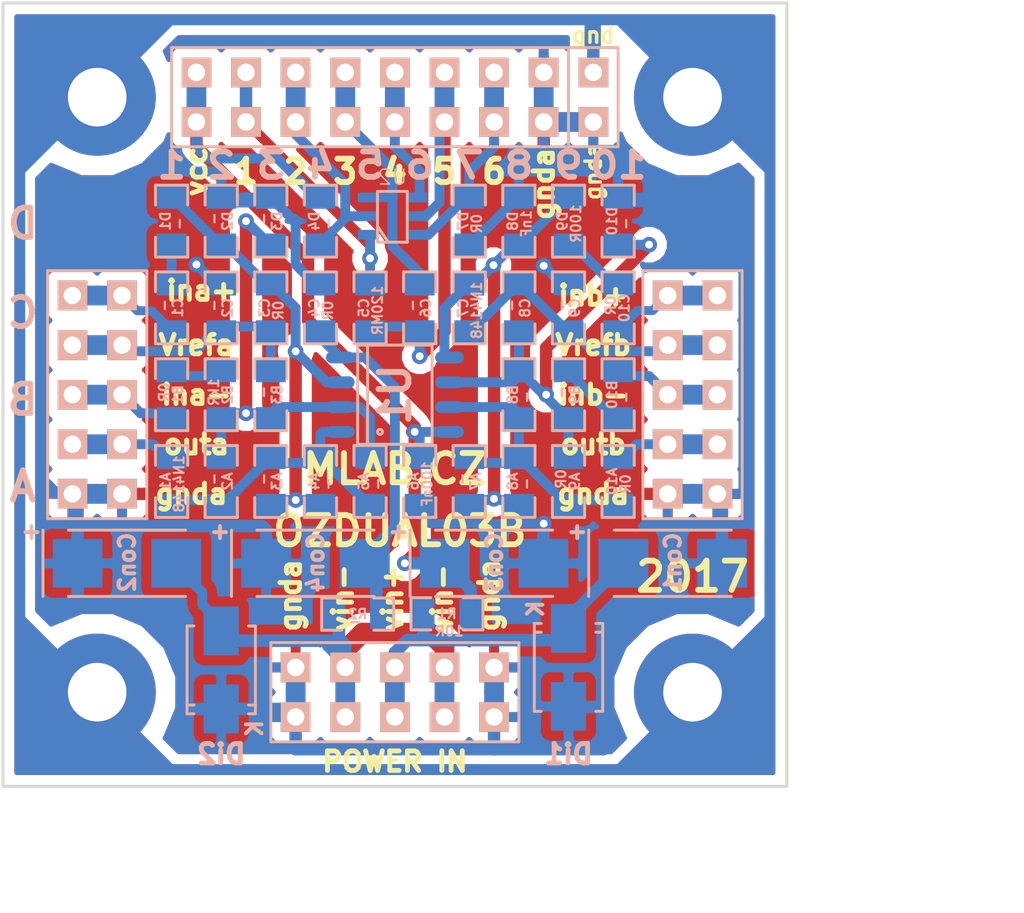
<source format=kicad_pcb>
(kicad_pcb (version 20170123) (host pcbnew "(2017-02-05 revision 431abcf)-makepkg")

  (general
    (links 120)
    (no_connects 0)
    (area 127.178999 79.757199 167.461001 120.039201)
    (thickness 1.6)
    (drawings 49)
    (tracks 401)
    (zones 0)
    (modules 53)
    (nets 31)
  )

  (page A4)
  (layers
    (0 F.Cu signal hide)
    (31 B.Cu signal hide)
    (32 B.Adhes user hide)
    (33 F.Adhes user hide)
    (34 B.Paste user hide)
    (35 F.Paste user hide)
    (36 B.SilkS user)
    (37 F.SilkS user hide)
    (38 B.Mask user)
    (39 F.Mask user)
    (40 Dwgs.User user)
    (41 Cmts.User user)
    (42 Eco1.User user)
    (43 Eco2.User user hide)
    (44 Edge.Cuts user)
    (45 Margin user hide)
    (46 B.CrtYd user hide)
    (47 F.CrtYd user hide)
    (48 B.Fab user hide)
    (49 F.Fab user hide)
  )

  (setup
    (last_trace_width 0.254)
    (user_trace_width 0.254)
    (user_trace_width 0.4572)
    (user_trace_width 0.508)
    (user_trace_width 0.635)
    (user_trace_width 1.016)
    (trace_clearance 0.15)
    (zone_clearance 0.508)
    (zone_45_only no)
    (trace_min 0.2)
    (segment_width 0.2)
    (edge_width 0.15)
    (via_size 0.889)
    (via_drill 0.635)
    (via_min_size 0.4)
    (via_min_drill 0.3)
    (user_via 0.8 0.4)
    (uvia_size 0.508)
    (uvia_drill 0.127)
    (uvias_allowed no)
    (uvia_min_size 0.2)
    (uvia_min_drill 0.1)
    (pcb_text_width 0.3)
    (pcb_text_size 1.5 1.5)
    (mod_edge_width 0.15)
    (mod_text_size 1 1)
    (mod_text_width 0.15)
    (pad_size 1.35 1.6)
    (pad_drill 0)
    (pad_to_mask_clearance 0.2)
    (solder_mask_min_width 0.2)
    (aux_axis_origin 0 0)
    (visible_elements 7FFFFFFF)
    (pcbplotparams
      (layerselection 0x010f0_ffffffff)
      (usegerberextensions false)
      (excludeedgelayer true)
      (linewidth 0.100000)
      (plotframeref false)
      (viasonmask false)
      (mode 1)
      (useauxorigin false)
      (hpglpennumber 1)
      (hpglpenspeed 20)
      (hpglpendiameter 15)
      (psnegative false)
      (psa4output false)
      (plotreference false)
      (plotvalue false)
      (plotinvisibletext false)
      (padsonsilk false)
      (subtractmaskfromsilk false)
      (outputformat 1)
      (mirror false)
      (drillshape 0)
      (scaleselection 1)
      (outputdirectory ../CAM_PROFI/))
  )

  (net 0 "")
  (net 1 /INA+)
  (net 2 /OUTA)
  (net 3 /INA-)
  (net 4 /VIN+)
  (net 5 GNDA)
  (net 6 VCC)
  (net 7 /VIN-)
  (net 8 VSS)
  (net 9 /INB+)
  (net 10 /OUTB)
  (net 11 /INB-)
  (net 12 GND)
  (net 13 /VREFA)
  (net 14 /VREFB)
  (net 15 /1)
  (net 16 /5)
  (net 17 /3)
  (net 18 /6)
  (net 19 /4)
  (net 20 /2)
  (net 21 "Net-(A1-Pad2)")
  (net 22 "Net-(A2-Pad2)")
  (net 23 "Net-(A3-Pad1)")
  (net 24 "Net-(A7-Pad1)")
  (net 25 "Net-(A10-Pad2)")
  (net 26 "Net-(A9-Pad2)")
  (net 27 "Net-(B1-Pad2)")
  (net 28 "Net-(B10-Pad2)")
  (net 29 "Net-(C1-Pad2)")
  (net 30 "Net-(C10-Pad2)")

  (net_class Default "This is the default net class."
    (clearance 0.15)
    (trace_width 0.254)
    (via_dia 0.889)
    (via_drill 0.635)
    (uvia_dia 0.508)
    (uvia_drill 0.127)
    (add_net /1)
    (add_net /2)
    (add_net /3)
    (add_net /4)
    (add_net /5)
    (add_net /6)
    (add_net /INA+)
    (add_net /INA-)
    (add_net /INB+)
    (add_net /INB-)
    (add_net /OUTA)
    (add_net /OUTB)
    (add_net /VIN+)
    (add_net /VIN-)
    (add_net /VREFA)
    (add_net /VREFB)
    (add_net GND)
    (add_net GNDA)
    (add_net "Net-(A1-Pad2)")
    (add_net "Net-(A10-Pad2)")
    (add_net "Net-(A2-Pad2)")
    (add_net "Net-(A3-Pad1)")
    (add_net "Net-(A7-Pad1)")
    (add_net "Net-(A9-Pad2)")
    (add_net "Net-(B1-Pad2)")
    (add_net "Net-(B10-Pad2)")
    (add_net "Net-(C1-Pad2)")
    (add_net "Net-(C10-Pad2)")
    (add_net VCC)
    (add_net VSS)
  )

  (module Mlab_Pin_Headers:Straight_2x05 (layer B.Cu) (tedit 58DE9696) (tstamp 578F5243)
    (at 162.56 99.9 180)
    (descr "pin header straight 2x05")
    (tags "pin header straight 2x05")
    (path /575F0877)
    (fp_text reference J4 (at 0 7.62 180) (layer B.SilkS) hide
      (effects (font (size 1.5 1.5) (thickness 0.15)) (justify mirror))
    )
    (fp_text value OPAMPB (at -3.683 -0.127 90) (layer B.SilkS) hide
      (effects (font (size 1.5 1.5) (thickness 0.15)) (justify mirror))
    )
    (fp_text user 1 (at -2.921 5.08 180) (layer B.SilkS) hide
      (effects (font (size 0.5 0.5) (thickness 0.05)) (justify mirror))
    )
    (fp_line (start -2.54 6.35) (end 2.54 6.35) (layer B.SilkS) (width 0.15))
    (fp_line (start 2.54 6.35) (end 2.54 -6.35) (layer B.SilkS) (width 0.15))
    (fp_line (start 2.54 -6.35) (end -2.54 -6.35) (layer B.SilkS) (width 0.15))
    (fp_line (start -2.54 -6.35) (end -2.54 6.35) (layer B.SilkS) (width 0.15))
    (pad 1 thru_hole rect (at -1.27 5.08 180) (size 1.524 1.524) (drill 0.889) (layers *.Cu *.Mask B.SilkS)
      (net 9 /INB+))
    (pad 2 thru_hole rect (at 1.27 5.08 180) (size 1.524 1.524) (drill 0.889) (layers *.Cu *.Mask B.SilkS)
      (net 9 /INB+))
    (pad 3 thru_hole rect (at -1.27 2.54 180) (size 1.524 1.524) (drill 0.889) (layers *.Cu *.Mask B.SilkS)
      (net 14 /VREFB))
    (pad 4 thru_hole rect (at 1.27 2.54 180) (size 1.524 1.524) (drill 0.889) (layers *.Cu *.Mask B.SilkS)
      (net 14 /VREFB))
    (pad 5 thru_hole rect (at -1.27 0 180) (size 1.524 1.524) (drill 0.889) (layers *.Cu *.Mask B.SilkS)
      (net 11 /INB-))
    (pad 6 thru_hole rect (at 1.27 0 180) (size 1.524 1.524) (drill 0.889) (layers *.Cu *.Mask B.SilkS)
      (net 11 /INB-))
    (pad 7 thru_hole rect (at -1.27 -2.54 180) (size 1.524 1.524) (drill 0.889) (layers *.Cu *.Mask B.SilkS)
      (net 10 /OUTB))
    (pad 8 thru_hole rect (at 1.27 -2.54 180) (size 1.524 1.524) (drill 0.889) (layers *.Cu *.Mask B.SilkS)
      (net 10 /OUTB))
    (pad 9 thru_hole rect (at -1.27 -5.08 180) (size 1.524 1.524) (drill 0.889) (layers *.Cu *.Mask B.SilkS)
      (net 5 GNDA))
    (pad 10 thru_hole rect (at 1.27 -5.08 180) (size 1.524 1.524) (drill 0.889) (layers *.Cu *.Mask B.SilkS)
      (net 5 GNDA))
    (model Pin_Headers/Pin_Header_Straight_2x05.wrl
      (at (xyz 0 0 0))
      (scale (xyz 1 1 1))
      (rotate (xyz 0 0 90))
    )
  )

  (module Mlab_IO:SO-8 (layer B.Cu) (tedit 5A267010) (tstamp 578F52E9)
    (at 147.32 99.9 90)
    (descr "SO-8 Surface Mount Small Outline 150mil 8pin Package")
    (tags "Power Integrations D Package")
    (path /5745F41A)
    (fp_text reference U1 (at 0 0 90) (layer B.SilkS)
      (effects (font (thickness 0.3048)) (justify mirror))
    )
    (fp_text value OPA2314 (at 0 0 90) (layer B.SilkS) hide
      (effects (font (thickness 0.3048)) (justify mirror))
    )
    (fp_circle (center -1.905 -0.762) (end -1.778 -0.762) (layer B.SilkS) (width 0.15))
    (fp_line (start -2.54 -1.397) (end 2.54 -1.397) (layer B.SilkS) (width 0.15))
    (fp_line (start -2.54 1.905) (end 2.54 1.905) (layer B.SilkS) (width 0.15))
    (fp_line (start -2.54 -1.905) (end 2.54 -1.905) (layer B.SilkS) (width 0.15))
    (fp_line (start -2.54 -1.905) (end -2.54 1.905) (layer B.SilkS) (width 0.15))
    (fp_line (start 2.54 -1.905) (end 2.54 1.905) (layer B.SilkS) (width 0.15))
    (pad 1 smd oval (at -1.905 -2.794 90) (size 0.6096 1.4732) (layers B.Cu B.Paste B.Mask)
      (net 21 "Net-(A1-Pad2)"))
    (pad 2 smd oval (at -0.635 -2.794 90) (size 0.6096 1.4732) (layers B.Cu B.Paste B.Mask)
      (net 22 "Net-(A2-Pad2)"))
    (pad 3 smd oval (at 0.635 -2.794 90) (size 0.6096 1.4732) (layers B.Cu B.Paste B.Mask)
      (net 23 "Net-(A3-Pad1)"))
    (pad 4 smd oval (at 1.905 -2.794 90) (size 0.6096 1.4732) (layers B.Cu B.Paste B.Mask)
      (net 8 VSS))
    (pad 5 smd oval (at 1.905 2.794 90) (size 0.6096 1.4732) (layers B.Cu B.Paste B.Mask)
      (net 24 "Net-(A7-Pad1)"))
    (pad 6 smd oval (at 0.635 2.794 90) (size 0.6096 1.4732) (layers B.Cu B.Paste B.Mask)
      (net 26 "Net-(A9-Pad2)"))
    (pad 7 smd oval (at -0.635 2.794 90) (size 0.6096 1.4732) (layers B.Cu B.Paste B.Mask)
      (net 25 "Net-(A10-Pad2)"))
    (pad 8 smd oval (at -1.905 2.794 90) (size 0.6096 1.4732) (layers B.Cu B.Paste B.Mask)
      (net 6 VCC))
    (model MLAB_3D/IO/cms_so8.wrl
      (at (xyz 0 0 0))
      (scale (xyz 0.5 0.4 0.45))
      (rotate (xyz 0 0 0))
    )
  )

  (module Mlab_Pin_Headers:Straight_2x01 (layer B.Cu) (tedit 5545E8D2) (tstamp 578F5219)
    (at 157.48 84.66 90)
    (descr "pin header straight 2x01")
    (tags "pin header straight 2x01")
    (path /575EAA7C)
    (fp_text reference J1 (at 0 2.54 90) (layer B.SilkS) hide
      (effects (font (size 1.5 1.5) (thickness 0.15)) (justify mirror))
    )
    (fp_text value JUMP2_2x1 (at 0 -2.54 90) (layer B.SilkS) hide
      (effects (font (size 1.5 1.5) (thickness 0.15)) (justify mirror))
    )
    (fp_line (start -2.54 1.27) (end 2.54 1.27) (layer B.SilkS) (width 0.15))
    (fp_line (start 2.54 1.27) (end 2.54 -1.27) (layer B.SilkS) (width 0.15))
    (fp_line (start 2.54 -1.27) (end -2.54 -1.27) (layer B.SilkS) (width 0.15))
    (fp_line (start -2.54 -1.27) (end -2.54 1.27) (layer B.SilkS) (width 0.15))
    (pad 1 thru_hole rect (at -1.27 0 90) (size 1.524 1.524) (drill 0.889) (layers *.Cu *.Mask B.SilkS)
      (net 5 GNDA))
    (pad 2 thru_hole rect (at 1.27 0 90) (size 1.524 1.524) (drill 0.889) (layers *.Cu *.Mask B.SilkS)
      (net 12 GND))
    (model Pin_Headers/Pin_Header_Straight_2x01.wrl
      (at (xyz 0 0 0))
      (scale (xyz 1 1 1))
      (rotate (xyz 0 0 90))
    )
  )

  (module Mlab_Pin_Headers:Straight_2x05 (layer B.Cu) (tedit 58DE968D) (tstamp 578F5227)
    (at 147.32 115.14 90)
    (descr "pin header straight 2x05")
    (tags "pin header straight 2x05")
    (path /575EC3AE)
    (fp_text reference J2 (at 0 7.62 90) (layer B.SilkS) hide
      (effects (font (size 1.5 1.5) (thickness 0.15)) (justify mirror))
    )
    (fp_text value POWER (at -3.556 0) (layer B.SilkS) hide
      (effects (font (size 1.5 1.5) (thickness 0.15)) (justify mirror))
    )
    (fp_text user 1 (at -2.921 5.08 90) (layer B.SilkS) hide
      (effects (font (size 0.5 0.5) (thickness 0.05)) (justify mirror))
    )
    (fp_line (start -2.54 6.35) (end 2.54 6.35) (layer B.SilkS) (width 0.15))
    (fp_line (start 2.54 6.35) (end 2.54 -6.35) (layer B.SilkS) (width 0.15))
    (fp_line (start 2.54 -6.35) (end -2.54 -6.35) (layer B.SilkS) (width 0.15))
    (fp_line (start -2.54 -6.35) (end -2.54 6.35) (layer B.SilkS) (width 0.15))
    (pad 1 thru_hole rect (at -1.27 5.08 90) (size 1.524 1.524) (drill 0.889) (layers *.Cu *.Mask B.SilkS)
      (net 5 GNDA))
    (pad 2 thru_hole rect (at 1.27 5.08 90) (size 1.524 1.524) (drill 0.889) (layers *.Cu *.Mask B.SilkS)
      (net 5 GNDA))
    (pad 3 thru_hole rect (at -1.27 2.54 90) (size 1.524 1.524) (drill 0.889) (layers *.Cu *.Mask B.SilkS)
      (net 7 /VIN-))
    (pad 4 thru_hole rect (at 1.27 2.54 90) (size 1.524 1.524) (drill 0.889) (layers *.Cu *.Mask B.SilkS)
      (net 7 /VIN-))
    (pad 5 thru_hole rect (at -1.27 0 90) (size 1.524 1.524) (drill 0.889) (layers *.Cu *.Mask B.SilkS)
      (net 4 /VIN+))
    (pad 6 thru_hole rect (at 1.27 0 90) (size 1.524 1.524) (drill 0.889) (layers *.Cu *.Mask B.SilkS)
      (net 4 /VIN+))
    (pad 7 thru_hole rect (at -1.27 -2.54 90) (size 1.524 1.524) (drill 0.889) (layers *.Cu *.Mask B.SilkS)
      (net 7 /VIN-))
    (pad 8 thru_hole rect (at 1.27 -2.54 90) (size 1.524 1.524) (drill 0.889) (layers *.Cu *.Mask B.SilkS)
      (net 7 /VIN-))
    (pad 9 thru_hole rect (at -1.27 -5.08 90) (size 1.524 1.524) (drill 0.889) (layers *.Cu *.Mask B.SilkS)
      (net 5 GNDA))
    (pad 10 thru_hole rect (at 1.27 -5.08 90) (size 1.524 1.524) (drill 0.889) (layers *.Cu *.Mask B.SilkS)
      (net 5 GNDA))
    (model Pin_Headers/Pin_Header_Straight_2x05.wrl
      (at (xyz 0 0 0))
      (scale (xyz 1 1 1))
      (rotate (xyz 0 0 90))
    )
  )

  (module Mlab_Pin_Headers:Straight_2x05 (layer B.Cu) (tedit 58DE969E) (tstamp 578F5235)
    (at 132.08 99.9 180)
    (descr "pin header straight 2x05")
    (tags "pin header straight 2x05")
    (path /575F0796)
    (fp_text reference J3 (at 0 7.62 180) (layer B.SilkS) hide
      (effects (font (size 1.5 1.5) (thickness 0.15)) (justify mirror))
    )
    (fp_text value OPAMPA (at 3.81 -5.207 90) (layer B.SilkS) hide
      (effects (font (size 1.5 1.5) (thickness 0.15)) (justify mirror))
    )
    (fp_text user 1 (at -2.921 5.08 180) (layer B.SilkS) hide
      (effects (font (size 0.5 0.5) (thickness 0.05)) (justify mirror))
    )
    (fp_line (start -2.54 6.35) (end 2.54 6.35) (layer B.SilkS) (width 0.15))
    (fp_line (start 2.54 6.35) (end 2.54 -6.35) (layer B.SilkS) (width 0.15))
    (fp_line (start 2.54 -6.35) (end -2.54 -6.35) (layer B.SilkS) (width 0.15))
    (fp_line (start -2.54 -6.35) (end -2.54 6.35) (layer B.SilkS) (width 0.15))
    (pad 1 thru_hole rect (at -1.27 5.08 180) (size 1.524 1.524) (drill 0.889) (layers *.Cu *.Mask B.SilkS)
      (net 1 /INA+))
    (pad 2 thru_hole rect (at 1.27 5.08 180) (size 1.524 1.524) (drill 0.889) (layers *.Cu *.Mask B.SilkS)
      (net 1 /INA+))
    (pad 3 thru_hole rect (at -1.27 2.54 180) (size 1.524 1.524) (drill 0.889) (layers *.Cu *.Mask B.SilkS)
      (net 13 /VREFA))
    (pad 4 thru_hole rect (at 1.27 2.54 180) (size 1.524 1.524) (drill 0.889) (layers *.Cu *.Mask B.SilkS)
      (net 13 /VREFA))
    (pad 5 thru_hole rect (at -1.27 0 180) (size 1.524 1.524) (drill 0.889) (layers *.Cu *.Mask B.SilkS)
      (net 3 /INA-))
    (pad 6 thru_hole rect (at 1.27 0 180) (size 1.524 1.524) (drill 0.889) (layers *.Cu *.Mask B.SilkS)
      (net 3 /INA-))
    (pad 7 thru_hole rect (at -1.27 -2.54 180) (size 1.524 1.524) (drill 0.889) (layers *.Cu *.Mask B.SilkS)
      (net 2 /OUTA))
    (pad 8 thru_hole rect (at 1.27 -2.54 180) (size 1.524 1.524) (drill 0.889) (layers *.Cu *.Mask B.SilkS)
      (net 2 /OUTA))
    (pad 9 thru_hole rect (at -1.27 -5.08 180) (size 1.524 1.524) (drill 0.889) (layers *.Cu *.Mask B.SilkS)
      (net 5 GNDA))
    (pad 10 thru_hole rect (at 1.27 -5.08 180) (size 1.524 1.524) (drill 0.889) (layers *.Cu *.Mask B.SilkS)
      (net 5 GNDA))
    (model Pin_Headers/Pin_Header_Straight_2x05.wrl
      (at (xyz 0 0 0))
      (scale (xyz 1 1 1))
      (rotate (xyz 0 0 90))
    )
  )

  (module Mlab_Mechanical:MountingHole_3mm placed (layer B.Cu) (tedit 5535DB2C) (tstamp 578F5256)
    (at 132.08 84.66 270)
    (descr "Mounting hole, Befestigungsbohrung, 3mm, No Annular, Kein Restring,")
    (tags "Mounting hole, Befestigungsbohrung, 3mm, No Annular, Kein Restring,")
    (path /549D7549)
    (fp_text reference M1 (at 0 4.191 270) (layer B.SilkS) hide
      (effects (font (thickness 0.3048)) (justify mirror))
    )
    (fp_text value HOLE (at 0 -4.191 270) (layer B.SilkS) hide
      (effects (font (thickness 0.3048)) (justify mirror))
    )
    (fp_circle (center 0 0) (end 2.99974 0) (layer Cmts.User) (width 0.381))
    (pad 1 thru_hole circle (at 0 0 270) (size 6 6) (drill 3) (layers *.Cu *.Adhes *.Mask)
      (net 12 GND) (clearance 1) (zone_connect 2))
  )

  (module Mlab_Mechanical:MountingHole_3mm placed (layer B.Cu) (tedit 5535DB2C) (tstamp 578F525B)
    (at 132.08 115.14 270)
    (descr "Mounting hole, Befestigungsbohrung, 3mm, No Annular, Kein Restring,")
    (tags "Mounting hole, Befestigungsbohrung, 3mm, No Annular, Kein Restring,")
    (path /549D7628)
    (fp_text reference M2 (at 0 4.191 270) (layer B.SilkS) hide
      (effects (font (thickness 0.3048)) (justify mirror))
    )
    (fp_text value HOLE (at 0 -4.191 270) (layer B.SilkS) hide
      (effects (font (thickness 0.3048)) (justify mirror))
    )
    (fp_circle (center 0 0) (end 2.99974 0) (layer Cmts.User) (width 0.381))
    (pad 1 thru_hole circle (at 0 0 270) (size 6 6) (drill 3) (layers *.Cu *.Adhes *.Mask)
      (net 12 GND) (clearance 1) (zone_connect 2))
  )

  (module Mlab_Mechanical:MountingHole_3mm placed (layer B.Cu) (tedit 5535DB2C) (tstamp 578F5260)
    (at 162.56 84.66 270)
    (descr "Mounting hole, Befestigungsbohrung, 3mm, No Annular, Kein Restring,")
    (tags "Mounting hole, Befestigungsbohrung, 3mm, No Annular, Kein Restring,")
    (path /549D7646)
    (fp_text reference M3 (at 0 4.191 270) (layer B.SilkS) hide
      (effects (font (thickness 0.3048)) (justify mirror))
    )
    (fp_text value HOLE (at 0 -4.191 270) (layer B.SilkS) hide
      (effects (font (thickness 0.3048)) (justify mirror))
    )
    (fp_circle (center 0 0) (end 2.99974 0) (layer Cmts.User) (width 0.381))
    (pad 1 thru_hole circle (at 0 0 270) (size 6 6) (drill 3) (layers *.Cu *.Adhes *.Mask)
      (net 12 GND) (clearance 1) (zone_connect 2))
  )

  (module Mlab_Mechanical:MountingHole_3mm placed (layer B.Cu) (tedit 5535DB2C) (tstamp 578F5265)
    (at 162.56 115.14 270)
    (descr "Mounting hole, Befestigungsbohrung, 3mm, No Annular, Kein Restring,")
    (tags "Mounting hole, Befestigungsbohrung, 3mm, No Annular, Kein Restring,")
    (path /549D7665)
    (fp_text reference M4 (at 0 4.191 270) (layer B.SilkS) hide
      (effects (font (thickness 0.3048)) (justify mirror))
    )
    (fp_text value HOLE (at 0 -4.191 270) (layer B.SilkS) hide
      (effects (font (thickness 0.3048)) (justify mirror))
    )
    (fp_circle (center 0 0) (end 2.99974 0) (layer Cmts.User) (width 0.381))
    (pad 1 thru_hole circle (at 0 0 270) (size 6 6) (drill 3) (layers *.Cu *.Adhes *.Mask)
      (net 12 GND) (clearance 1) (zone_connect 2))
  )

  (module Mlab_D:Diode-SMA_Standard (layer B.Cu) (tedit 58DE967E) (tstamp 579637B8)
    (at 138.43 113.997 270)
    (descr "Diode SMA")
    (tags "Diode SMA")
    (path /575DD18C)
    (attr smd)
    (fp_text reference Di2 (at 4.318 0 180) (layer B.SilkS)
      (effects (font (size 1 1) (thickness 0.25)) (justify mirror))
    )
    (fp_text value - (at 0 -3.81 270) (layer B.SilkS) hide
      (effects (font (thickness 0.3048)) (justify mirror))
    )
    (fp_text user A (at -3.29946 -1.6002 270) (layer B.SilkS) hide
      (effects (font (size 0.50038 0.50038) (thickness 0.09906)) (justify mirror))
    )
    (fp_text user K (at 2.99974 -1.69926 270) (layer B.SilkS)
      (effects (font (size 0.8 0.8) (thickness 0.2)) (justify mirror))
    )
    (fp_circle (center 0 0) (end 0.20066 0.0508) (layer B.Adhes) (width 0.381))
    (fp_line (start 1.80086 -1.75006) (end 1.80086 -1.39954) (layer B.SilkS) (width 0.15))
    (fp_line (start 1.80086 1.75006) (end 1.80086 1.39954) (layer B.SilkS) (width 0.15))
    (fp_line (start 2.25044 -1.75006) (end 2.25044 -1.39954) (layer B.SilkS) (width 0.15))
    (fp_line (start -2.25044 -1.75006) (end -2.25044 -1.39954) (layer B.SilkS) (width 0.15))
    (fp_line (start -2.25044 1.75006) (end -2.25044 1.39954) (layer B.SilkS) (width 0.15))
    (fp_line (start 2.25044 1.75006) (end 2.25044 1.39954) (layer B.SilkS) (width 0.15))
    (fp_line (start -2.25044 -1.75006) (end 2.25044 -1.75006) (layer B.SilkS) (width 0.15))
    (fp_line (start -2.25044 1.75006) (end 2.25044 1.75006) (layer B.SilkS) (width 0.15))
    (pad 2 smd rect (at -1.99898 0 270) (size 2.49936 1.80086) (layers B.Cu B.Paste B.Mask)
      (net 7 /VIN-))
    (pad 1 smd rect (at 1.99898 0 270) (size 2.49936 1.80086) (layers B.Cu B.Paste B.Mask)
      (net 5 GNDA))
    (model MLAB_3D/Diodes/SMA.wrl
      (at (xyz 0 0 0))
      (scale (xyz 0.3937 0.3937 0.3937))
      (rotate (xyz 0 0 0))
    )
  )

  (module Mlab_D:Diode-SMA_Standard (layer B.Cu) (tedit 58DE9684) (tstamp 579637D1)
    (at 156.21 113.87 90)
    (descr "Diode SMA")
    (tags "Diode SMA")
    (path /575DC5AC)
    (attr smd)
    (fp_text reference Di1 (at -4.445 0) (layer B.SilkS)
      (effects (font (size 1 1) (thickness 0.25)) (justify mirror))
    )
    (fp_text value M4 (at 0 -3.81 90) (layer B.SilkS) hide
      (effects (font (thickness 0.3048)) (justify mirror))
    )
    (fp_text user A (at -3.29946 -1.6002 90) (layer B.SilkS) hide
      (effects (font (size 0.50038 0.50038) (thickness 0.09906)) (justify mirror))
    )
    (fp_text user K (at 2.99974 -1.69926 90) (layer B.SilkS)
      (effects (font (size 0.8 0.8) (thickness 0.2)) (justify mirror))
    )
    (fp_circle (center 0 0) (end 0.20066 0.0508) (layer B.Adhes) (width 0.381))
    (fp_line (start 1.80086 -1.75006) (end 1.80086 -1.39954) (layer B.SilkS) (width 0.15))
    (fp_line (start 1.80086 1.75006) (end 1.80086 1.39954) (layer B.SilkS) (width 0.15))
    (fp_line (start 2.25044 -1.75006) (end 2.25044 -1.39954) (layer B.SilkS) (width 0.15))
    (fp_line (start -2.25044 -1.75006) (end -2.25044 -1.39954) (layer B.SilkS) (width 0.15))
    (fp_line (start -2.25044 1.75006) (end -2.25044 1.39954) (layer B.SilkS) (width 0.15))
    (fp_line (start 2.25044 1.75006) (end 2.25044 1.39954) (layer B.SilkS) (width 0.15))
    (fp_line (start -2.25044 -1.75006) (end 2.25044 -1.75006) (layer B.SilkS) (width 0.15))
    (fp_line (start -2.25044 1.75006) (end 2.25044 1.75006) (layer B.SilkS) (width 0.15))
    (pad 2 smd rect (at -1.99898 0 90) (size 2.49936 1.80086) (layers B.Cu B.Paste B.Mask)
      (net 5 GNDA))
    (pad 1 smd rect (at 1.99898 0 90) (size 2.49936 1.80086) (layers B.Cu B.Paste B.Mask)
      (net 4 /VIN+))
    (model MLAB_3D/Diodes/SMA.wrl
      (at (xyz 0 0 0))
      (scale (xyz 0.3937 0.3937 0.3937))
      (rotate (xyz 0 0 0))
    )
  )

  (module sot23-6:TantalC_SizeC_Reflow (layer B.Cu) (tedit 58E25A42) (tstamp 5798E76B)
    (at 161.544 108.536)
    (descr "Tantal Cap. , Size C, EIA-6032, Reflow,")
    (tags "Tantal Cap. , Size C, EIA-6032, Reflow,")
    (path /575DC6C0)
    (attr smd)
    (fp_text reference Con1 (at 0.0127 -0.0381 270) (layer B.SilkS)
      (effects (font (size 0.8 0.8) (thickness 0.2)) (justify mirror))
    )
    (fp_text value 47u (at -0.09906 -3.59918) (layer B.SilkS) hide
      (effects (font (thickness 0.3048)) (justify mirror))
    )
    (fp_line (start -4.30022 1.69926) (end -4.30022 -1.69926) (layer B.SilkS) (width 0.15))
    (fp_line (start 2.99974 -1.69926) (end -2.99974 -1.69926) (layer B.SilkS) (width 0.15))
    (fp_line (start 2.99974 1.69926) (end -2.99974 1.69926) (layer B.SilkS) (width 0.15))
    (fp_text user + (at -4.8895 -1.651) (layer B.SilkS)
      (effects (font (size 0.8 0.8) (thickness 0.2)) (justify mirror))
    )
    (pad 2 smd rect (at 2.52476 0) (size 2.55016 2.49936) (layers B.Cu B.Paste B.Mask)
      (net 5 GNDA))
    (pad 1 smd rect (at -2.52476 0) (size 2.55016 2.49936) (layers B.Cu B.Paste B.Mask)
      (net 4 /VIN+))
    (model MLAB_3D/Capacitors/c_tant_C.wrl
      (at (xyz 0 0 0))
      (scale (xyz 1 1 1))
      (rotate (xyz 0 0 180))
    )
  )

  (module sot23-6:TantalC_SizeC_Reflow (layer B.Cu) (tedit 58E25A34) (tstamp 5798E774)
    (at 133.604 108.536)
    (descr "Tantal Cap. , Size C, EIA-6032, Reflow,")
    (tags "Tantal Cap. , Size C, EIA-6032, Reflow,")
    (path /575DD192)
    (attr smd)
    (fp_text reference Con2 (at 0.0127 -0.0381 270) (layer B.SilkS)
      (effects (font (size 0.8 0.8) (thickness 0.2)) (justify mirror))
    )
    (fp_text value - (at -0.09906 -3.59918) (layer B.SilkS) hide
      (effects (font (thickness 0.3048)) (justify mirror))
    )
    (fp_line (start -4.30022 1.69926) (end -4.30022 -1.69926) (layer B.SilkS) (width 0.15))
    (fp_line (start 2.99974 -1.69926) (end -2.99974 -1.69926) (layer B.SilkS) (width 0.15))
    (fp_line (start 2.99974 1.69926) (end -2.99974 1.69926) (layer B.SilkS) (width 0.15))
    (fp_text user + (at -4.8895 -1.651) (layer B.SilkS)
      (effects (font (size 0.8 0.8) (thickness 0.2)) (justify mirror))
    )
    (pad 2 smd rect (at 2.52476 0) (size 2.55016 2.49936) (layers B.Cu B.Paste B.Mask)
      (net 7 /VIN-))
    (pad 1 smd rect (at -2.52476 0) (size 2.55016 2.49936) (layers B.Cu B.Paste B.Mask)
      (net 5 GNDA))
    (model MLAB_3D/Capacitors/c_tant_C.wrl
      (at (xyz 0 0 0))
      (scale (xyz 1 1 1))
      (rotate (xyz 0 0 180))
    )
  )

  (module sot23-6:TantalC_SizeC_Reflow (layer B.Cu) (tedit 5A26707A) (tstamp 5798E77D)
    (at 152.4 108.536)
    (descr "Tantal Cap. , Size C, EIA-6032, Reflow,")
    (tags "Tantal Cap. , Size C, EIA-6032, Reflow,")
    (path /575DCC73)
    (attr smd)
    (fp_text reference Con3 (at 0.0127 -0.0381 270) (layer B.SilkS)
      (effects (font (size 0.8 0.8) (thickness 0.2)) (justify mirror))
    )
    (fp_text value 47u (at 0.254 -0.332) (layer B.SilkS) hide
      (effects (font (thickness 0.3048)) (justify mirror))
    )
    (fp_line (start -4.30022 1.69926) (end -4.30022 -1.69926) (layer B.SilkS) (width 0.15))
    (fp_line (start 2.99974 -1.69926) (end -2.99974 -1.69926) (layer B.SilkS) (width 0.15))
    (fp_line (start 2.99974 1.69926) (end -2.99974 1.69926) (layer B.SilkS) (width 0.15))
    (fp_text user + (at -4.8895 -1.651) (layer B.SilkS)
      (effects (font (size 0.8 0.8) (thickness 0.2)) (justify mirror))
    )
    (pad 2 smd rect (at 2.52476 0) (size 2.55016 2.49936) (layers B.Cu B.Paste B.Mask)
      (net 5 GNDA))
    (pad 1 smd rect (at -2.52476 0) (size 2.55016 2.49936) (layers B.Cu B.Paste B.Mask)
      (net 6 VCC))
    (model MLAB_3D/Capacitors/c_tant_C.wrl
      (at (xyz 0 0 0))
      (scale (xyz 1 1 1))
      (rotate (xyz 0 0 180))
    )
  )

  (module sot23-6:TantalC_SizeC_Reflow (layer B.Cu) (tedit 58E25A21) (tstamp 5798E786)
    (at 143.256 108.536)
    (descr "Tantal Cap. , Size C, EIA-6032, Reflow,")
    (tags "Tantal Cap. , Size C, EIA-6032, Reflow,")
    (path /575DD19E)
    (attr smd)
    (fp_text reference Con4 (at 0.0127 -0.0381 270) (layer B.SilkS)
      (effects (font (size 0.8 0.8) (thickness 0.2)) (justify mirror))
    )
    (fp_text value - (at -0.09906 -3.59918) (layer B.SilkS) hide
      (effects (font (thickness 0.3048)) (justify mirror))
    )
    (fp_line (start -4.30022 1.69926) (end -4.30022 -1.69926) (layer B.SilkS) (width 0.15))
    (fp_line (start 2.99974 -1.69926) (end -2.99974 -1.69926) (layer B.SilkS) (width 0.15))
    (fp_line (start 2.99974 1.69926) (end -2.99974 1.69926) (layer B.SilkS) (width 0.15))
    (fp_text user + (at -4.8895 -1.651) (layer B.SilkS)
      (effects (font (size 0.8 0.8) (thickness 0.2)) (justify mirror))
    )
    (pad 2 smd rect (at 2.52476 0) (size 2.55016 2.49936) (layers B.Cu B.Paste B.Mask)
      (net 8 VSS))
    (pad 1 smd rect (at -2.52476 0) (size 2.55016 2.49936) (layers B.Cu B.Paste B.Mask)
      (net 5 GNDA))
    (model MLAB_3D/Capacitors/c_tant_C.wrl
      (at (xyz 0 0 0))
      (scale (xyz 1 1 1))
      (rotate (xyz 0 0 180))
    )
  )

  (module Mlab_Pin_Headers:Straight_2x08 (layer B.Cu) (tedit 58DE96DE) (tstamp 57A775B2)
    (at 146.05 84.66 90)
    (descr "pin header straight 2x08")
    (tags "pin header straight 2x08")
    (path /57A8B6E9)
    (fp_text reference J5 (at 0 11.43 90) (layer B.SilkS) hide
      (effects (font (size 1.5 1.5) (thickness 0.15)) (justify mirror))
    )
    (fp_text value SOT23-6 (at 0 -11.43 90) (layer B.SilkS) hide
      (effects (font (size 1.5 1.5) (thickness 0.15)) (justify mirror))
    )
    (fp_text user 1 (at -2.921 8.89 90) (layer B.SilkS) hide
      (effects (font (size 0.5 0.5) (thickness 0.05)) (justify mirror))
    )
    (fp_line (start -2.54 10.16) (end 2.54 10.16) (layer B.SilkS) (width 0.15))
    (fp_line (start 2.54 10.16) (end 2.54 -10.16) (layer B.SilkS) (width 0.15))
    (fp_line (start 2.54 -10.16) (end -2.54 -10.16) (layer B.SilkS) (width 0.15))
    (fp_line (start -2.54 -10.16) (end -2.54 10.16) (layer B.SilkS) (width 0.15))
    (pad 1 thru_hole rect (at -1.27 8.89 90) (size 1.524 1.524) (drill 0.889) (layers *.Cu *.Mask B.SilkS)
      (net 5 GNDA))
    (pad 2 thru_hole rect (at 1.27 8.89 90) (size 1.524 1.524) (drill 0.889) (layers *.Cu *.Mask B.SilkS)
      (net 5 GNDA))
    (pad 3 thru_hole rect (at -1.27 6.35 90) (size 1.524 1.524) (drill 0.889) (layers *.Cu *.Mask B.SilkS)
      (net 18 /6))
    (pad 4 thru_hole rect (at 1.27 6.35 90) (size 1.524 1.524) (drill 0.889) (layers *.Cu *.Mask B.SilkS)
      (net 18 /6))
    (pad 5 thru_hole rect (at -1.27 3.81 90) (size 1.524 1.524) (drill 0.889) (layers *.Cu *.Mask B.SilkS)
      (net 16 /5))
    (pad 6 thru_hole rect (at 1.27 3.81 90) (size 1.524 1.524) (drill 0.889) (layers *.Cu *.Mask B.SilkS)
      (net 16 /5))
    (pad 7 thru_hole rect (at -1.27 1.27 90) (size 1.524 1.524) (drill 0.889) (layers *.Cu *.Mask B.SilkS)
      (net 19 /4))
    (pad 8 thru_hole rect (at 1.27 1.27 90) (size 1.524 1.524) (drill 0.889) (layers *.Cu *.Mask B.SilkS)
      (net 19 /4))
    (pad 9 thru_hole rect (at -1.27 -1.27 90) (size 1.524 1.524) (drill 0.889) (layers *.Cu *.Mask B.SilkS)
      (net 17 /3))
    (pad 10 thru_hole rect (at 1.27 -1.27 90) (size 1.524 1.524) (drill 0.889) (layers *.Cu *.Mask B.SilkS)
      (net 17 /3))
    (pad 11 thru_hole rect (at -1.27 -3.81 90) (size 1.524 1.524) (drill 0.889) (layers *.Cu *.Mask B.SilkS)
      (net 20 /2))
    (pad 12 thru_hole rect (at 1.27 -3.81 90) (size 1.524 1.524) (drill 0.889) (layers *.Cu *.Mask B.SilkS)
      (net 20 /2))
    (pad 13 thru_hole rect (at -1.27 -6.35 90) (size 1.524 1.524) (drill 0.889) (layers *.Cu *.Mask B.SilkS)
      (net 15 /1))
    (pad 14 thru_hole rect (at 1.27 -6.35 90) (size 1.524 1.524) (drill 0.889) (layers *.Cu *.Mask B.SilkS)
      (net 15 /1))
    (pad 15 thru_hole rect (at -1.27 -8.89 90) (size 1.524 1.524) (drill 0.889) (layers *.Cu *.Mask B.SilkS)
      (net 6 VCC))
    (pad 16 thru_hole rect (at 1.27 -8.89 90) (size 1.524 1.524) (drill 0.889) (layers *.Cu *.Mask B.SilkS)
      (net 6 VCC))
    (model Pin_Headers/Pin_Header_Straight_2x08.wrl
      (at (xyz 0 0 0))
      (scale (xyz 1 1 1))
      (rotate (xyz 0 0 90))
    )
  )

  (module Mlab_IO:SOT-23-6 (layer B.Cu) (tedit 5A266FC5) (tstamp 58DE9575)
    (at 147.193 90.756 90)
    (path /581264C2)
    (fp_text reference U2 (at 1.99898 0) (layer B.SilkS)
      (effects (font (size 0.762 0.762) (thickness 0.0762)) (justify mirror))
    )
    (fp_text value BSS138 (at 0.0635 0 90) (layer B.SilkS) hide
      (effects (font (size 0.50038 0.50038) (thickness 0.0762)) (justify mirror))
    )
    (fp_line (start -0.508 -0.762) (end -1.27 -0.254) (layer B.SilkS) (width 0.15))
    (fp_line (start 1.27 -0.762) (end -1.3335 -0.762) (layer B.SilkS) (width 0.15))
    (fp_line (start -1.3335 -0.762) (end -1.3335 0.762) (layer B.SilkS) (width 0.15))
    (fp_line (start -1.3335 0.762) (end 1.27 0.762) (layer B.SilkS) (width 0.15))
    (fp_line (start 1.27 0.762) (end 1.27 -0.762) (layer B.SilkS) (width 0.15))
    (pad 6 smd rect (at -0.9525 1.27 90) (size 0.5 1.00076) (layers B.Cu B.Paste B.Mask)
      (net 18 /6))
    (pad 5 smd rect (at 0 1.27 90) (size 0.5 1.00076) (layers B.Cu B.Paste B.Mask)
      (net 16 /5))
    (pad 4 smd rect (at 0.9525 1.27 90) (size 0.50104 1.00076) (layers B.Cu B.Paste B.Mask)
      (net 19 /4))
    (pad 3 smd rect (at 0.9525 -1.27 90) (size 0.5 1.00076) (layers B.Cu B.Paste B.Mask)
      (net 17 /3))
    (pad 2 smd rect (at 0 -1.27 90) (size 0.5 1.00076) (layers B.Cu B.Paste B.Mask)
      (net 20 /2))
    (pad 1 smd rect (at -0.9525 -1.27 90) (size 0.5 1.00076) (layers B.Cu B.Paste B.Mask)
      (net 15 /1))
    (model MLAB_3D/IO/SOT23_6.wrl
      (at (xyz 0 0 0))
      (scale (xyz 0.11 0.11 0.11))
      (rotate (xyz 0 0 0))
    )
  )

  (module Mlab_R:SMD-0805-hand-soldering (layer B.Cu) (tedit 5A2670B6) (tstamp 58E25AB7)
    (at 135.89 104.345 270)
    (path /574854BB)
    (attr smd)
    (fp_text reference A1 (at 0 0.3175 270) (layer B.SilkS)
      (effects (font (size 0.50038 0.50038) (thickness 0.10922)) (justify mirror))
    )
    (fp_text value 1N4148 (at 0.127 -0.381 270) (layer B.SilkS)
      (effects (font (size 0.50038 0.50038) (thickness 0.10922)) (justify mirror))
    )
    (fp_line (start 0.8255 0.8255) (end 1.8415 0.8255) (layer B.SilkS) (width 0.15))
    (fp_line (start 1.8415 0.8255) (end 1.8415 -0.8255) (layer B.SilkS) (width 0.15))
    (fp_line (start 1.8415 -0.8255) (end 0.8255 -0.8255) (layer B.SilkS) (width 0.15))
    (fp_line (start -0.889 -0.8255) (end -0.8255 -0.8255) (layer B.SilkS) (width 0.15))
    (fp_line (start -0.8255 0.8255) (end -1.8415 0.8255) (layer B.SilkS) (width 0.15))
    (fp_line (start -1.8415 0.8255) (end -1.8415 -0.8255) (layer B.SilkS) (width 0.15))
    (fp_line (start -1.8415 -0.8255) (end -0.889 -0.8255) (layer B.SilkS) (width 0.15))
    (pad 1 smd rect (at -1.2065 0 270) (size 1.143 1.524) (layers B.Cu B.Paste B.Mask)
      (net 2 /OUTA))
    (pad 2 smd rect (at 1.2065 0 270) (size 1.143 1.524) (layers B.Cu B.Paste B.Mask)
      (net 21 "Net-(A1-Pad2)"))
    (model MLAB_3D/Resistors/chip_cms.wrl
      (at (xyz 0 0 0))
      (scale (xyz 0.1 0.1 0.1))
      (rotate (xyz 0 0 0))
    )
  )

  (module Mlab_R:SMD-0805-hand-soldering (layer B.Cu) (tedit 5A2670AD) (tstamp 58E25AC3)
    (at 138.43 104.345 90)
    (path /5745FD2A)
    (attr smd)
    (fp_text reference A2 (at 0 0.3175 90) (layer B.SilkS)
      (effects (font (size 0.50038 0.50038) (thickness 0.10922)) (justify mirror))
    )
    (fp_text value - (at 0.127 -0.381 90) (layer B.SilkS)
      (effects (font (size 0.50038 0.50038) (thickness 0.10922)) (justify mirror))
    )
    (fp_line (start 0.8255 0.8255) (end 1.8415 0.8255) (layer B.SilkS) (width 0.15))
    (fp_line (start 1.8415 0.8255) (end 1.8415 -0.8255) (layer B.SilkS) (width 0.15))
    (fp_line (start 1.8415 -0.8255) (end 0.8255 -0.8255) (layer B.SilkS) (width 0.15))
    (fp_line (start -0.889 -0.8255) (end -0.8255 -0.8255) (layer B.SilkS) (width 0.15))
    (fp_line (start -0.8255 0.8255) (end -1.8415 0.8255) (layer B.SilkS) (width 0.15))
    (fp_line (start -1.8415 0.8255) (end -1.8415 -0.8255) (layer B.SilkS) (width 0.15))
    (fp_line (start -1.8415 -0.8255) (end -0.889 -0.8255) (layer B.SilkS) (width 0.15))
    (pad 1 smd rect (at -1.2065 0 90) (size 1.143 1.524) (layers B.Cu B.Paste B.Mask)
      (net 21 "Net-(A1-Pad2)"))
    (pad 2 smd rect (at 1.2065 0 90) (size 1.143 1.524) (layers B.Cu B.Paste B.Mask)
      (net 22 "Net-(A2-Pad2)"))
    (model MLAB_3D/Resistors/chip_cms.wrl
      (at (xyz 0 0 0))
      (scale (xyz 0.1 0.1 0.1))
      (rotate (xyz 0 0 0))
    )
  )

  (module Mlab_R:SMD-0805-hand-soldering (layer B.Cu) (tedit 5A2670A8) (tstamp 58E25ACF)
    (at 140.97 104.345 90)
    (path /574D5CE9)
    (attr smd)
    (fp_text reference A3 (at 0 0.3175 90) (layer B.SilkS)
      (effects (font (size 0.50038 0.50038) (thickness 0.10922)) (justify mirror))
    )
    (fp_text value - (at 0.127 -0.381 90) (layer B.SilkS)
      (effects (font (size 0.50038 0.50038) (thickness 0.10922)) (justify mirror))
    )
    (fp_line (start 0.8255 0.8255) (end 1.8415 0.8255) (layer B.SilkS) (width 0.15))
    (fp_line (start 1.8415 0.8255) (end 1.8415 -0.8255) (layer B.SilkS) (width 0.15))
    (fp_line (start 1.8415 -0.8255) (end 0.8255 -0.8255) (layer B.SilkS) (width 0.15))
    (fp_line (start -0.889 -0.8255) (end -0.8255 -0.8255) (layer B.SilkS) (width 0.15))
    (fp_line (start -0.8255 0.8255) (end -1.8415 0.8255) (layer B.SilkS) (width 0.15))
    (fp_line (start -1.8415 0.8255) (end -1.8415 -0.8255) (layer B.SilkS) (width 0.15))
    (fp_line (start -1.8415 -0.8255) (end -0.889 -0.8255) (layer B.SilkS) (width 0.15))
    (pad 1 smd rect (at -1.2065 0 90) (size 1.143 1.524) (layers B.Cu B.Paste B.Mask)
      (net 23 "Net-(A3-Pad1)"))
    (pad 2 smd rect (at 1.2065 0 90) (size 1.143 1.524) (layers B.Cu B.Paste B.Mask)
      (net 21 "Net-(A1-Pad2)"))
    (model MLAB_3D/Resistors/chip_cms.wrl
      (at (xyz 0 0 0))
      (scale (xyz 0.1 0.1 0.1))
      (rotate (xyz 0 0 0))
    )
  )

  (module Mlab_R:SMD-0805-hand-soldering (layer B.Cu) (tedit 5A2670A2) (tstamp 58E25ADB)
    (at 143.51 104.345 270)
    (path /5745FDE3)
    (attr smd)
    (fp_text reference A4 (at 0 0.3175 270) (layer B.SilkS)
      (effects (font (size 0.50038 0.50038) (thickness 0.10922)) (justify mirror))
    )
    (fp_text value - (at 0.127 -0.381 270) (layer B.SilkS)
      (effects (font (size 0.50038 0.50038) (thickness 0.10922)) (justify mirror))
    )
    (fp_line (start 0.8255 0.8255) (end 1.8415 0.8255) (layer B.SilkS) (width 0.15))
    (fp_line (start 1.8415 0.8255) (end 1.8415 -0.8255) (layer B.SilkS) (width 0.15))
    (fp_line (start 1.8415 -0.8255) (end 0.8255 -0.8255) (layer B.SilkS) (width 0.15))
    (fp_line (start -0.889 -0.8255) (end -0.8255 -0.8255) (layer B.SilkS) (width 0.15))
    (fp_line (start -0.8255 0.8255) (end -1.8415 0.8255) (layer B.SilkS) (width 0.15))
    (fp_line (start -1.8415 0.8255) (end -1.8415 -0.8255) (layer B.SilkS) (width 0.15))
    (fp_line (start -1.8415 -0.8255) (end -0.889 -0.8255) (layer B.SilkS) (width 0.15))
    (pad 1 smd rect (at -1.2065 0 270) (size 1.143 1.524) (layers B.Cu B.Paste B.Mask)
      (net 21 "Net-(A1-Pad2)"))
    (pad 2 smd rect (at 1.2065 0 270) (size 1.143 1.524) (layers B.Cu B.Paste B.Mask)
      (net 23 "Net-(A3-Pad1)"))
    (model MLAB_3D/Resistors/chip_cms.wrl
      (at (xyz 0 0 0))
      (scale (xyz 0.1 0.1 0.1))
      (rotate (xyz 0 0 0))
    )
  )

  (module Mlab_R:SMD-0805-hand-soldering (layer B.Cu) (tedit 5A267097) (tstamp 58E25AE7)
    (at 146.05 104.345 270)
    (path /574882F0)
    (attr smd)
    (fp_text reference A5 (at 0 0.3175 270) (layer B.SilkS)
      (effects (font (size 0.50038 0.50038) (thickness 0.10922)) (justify mirror))
    )
    (fp_text value - (at 0.127 -0.381 270) (layer B.SilkS)
      (effects (font (size 0.50038 0.50038) (thickness 0.10922)) (justify mirror))
    )
    (fp_line (start 0.8255 0.8255) (end 1.8415 0.8255) (layer B.SilkS) (width 0.15))
    (fp_line (start 1.8415 0.8255) (end 1.8415 -0.8255) (layer B.SilkS) (width 0.15))
    (fp_line (start 1.8415 -0.8255) (end 0.8255 -0.8255) (layer B.SilkS) (width 0.15))
    (fp_line (start -0.889 -0.8255) (end -0.8255 -0.8255) (layer B.SilkS) (width 0.15))
    (fp_line (start -0.8255 0.8255) (end -1.8415 0.8255) (layer B.SilkS) (width 0.15))
    (fp_line (start -1.8415 0.8255) (end -1.8415 -0.8255) (layer B.SilkS) (width 0.15))
    (fp_line (start -1.8415 -0.8255) (end -0.889 -0.8255) (layer B.SilkS) (width 0.15))
    (pad 1 smd rect (at -1.2065 0 270) (size 1.143 1.524) (layers B.Cu B.Paste B.Mask)
      (net 22 "Net-(A2-Pad2)"))
    (pad 2 smd rect (at 1.2065 0 270) (size 1.143 1.524) (layers B.Cu B.Paste B.Mask)
      (net 21 "Net-(A1-Pad2)"))
    (model MLAB_3D/Resistors/chip_cms.wrl
      (at (xyz 0 0 0))
      (scale (xyz 0.1 0.1 0.1))
      (rotate (xyz 0 0 0))
    )
  )

  (module Mlab_R:SMD-0805-hand-soldering (layer B.Cu) (tedit 5A26708F) (tstamp 58E25AF3)
    (at 148.59 104.345 270)
    (path /575DCD53)
    (attr smd)
    (fp_text reference A6 (at 0 0.3175 270) (layer B.SilkS)
      (effects (font (size 0.50038 0.50038) (thickness 0.10922)) (justify mirror))
    )
    (fp_text value 100nF (at 0.127 -0.381 270) (layer B.SilkS)
      (effects (font (size 0.50038 0.50038) (thickness 0.10922)) (justify mirror))
    )
    (fp_line (start 0.8255 0.8255) (end 1.8415 0.8255) (layer B.SilkS) (width 0.15))
    (fp_line (start 1.8415 0.8255) (end 1.8415 -0.8255) (layer B.SilkS) (width 0.15))
    (fp_line (start 1.8415 -0.8255) (end 0.8255 -0.8255) (layer B.SilkS) (width 0.15))
    (fp_line (start -0.889 -0.8255) (end -0.8255 -0.8255) (layer B.SilkS) (width 0.15))
    (fp_line (start -0.8255 0.8255) (end -1.8415 0.8255) (layer B.SilkS) (width 0.15))
    (fp_line (start -1.8415 0.8255) (end -1.8415 -0.8255) (layer B.SilkS) (width 0.15))
    (fp_line (start -1.8415 -0.8255) (end -0.889 -0.8255) (layer B.SilkS) (width 0.15))
    (pad 1 smd rect (at -1.2065 0 270) (size 1.143 1.524) (layers B.Cu B.Paste B.Mask)
      (net 6 VCC))
    (pad 2 smd rect (at 1.2065 0 270) (size 1.143 1.524) (layers B.Cu B.Paste B.Mask)
      (net 5 GNDA))
    (model MLAB_3D/Resistors/chip_cms.wrl
      (at (xyz 0 0 0))
      (scale (xyz 0.1 0.1 0.1))
      (rotate (xyz 0 0 0))
    )
  )

  (module Mlab_R:SMD-0805-hand-soldering (layer B.Cu) (tedit 5A267087) (tstamp 58E25AFF)
    (at 151.13 104.345 90)
    (path /574D6C58)
    (attr smd)
    (fp_text reference A7 (at 0 0.3175 90) (layer B.SilkS)
      (effects (font (size 0.50038 0.50038) (thickness 0.10922)) (justify mirror))
    )
    (fp_text value - (at 0.127 -0.381 90) (layer B.SilkS)
      (effects (font (size 0.50038 0.50038) (thickness 0.10922)) (justify mirror))
    )
    (fp_line (start 0.8255 0.8255) (end 1.8415 0.8255) (layer B.SilkS) (width 0.15))
    (fp_line (start 1.8415 0.8255) (end 1.8415 -0.8255) (layer B.SilkS) (width 0.15))
    (fp_line (start 1.8415 -0.8255) (end 0.8255 -0.8255) (layer B.SilkS) (width 0.15))
    (fp_line (start -0.889 -0.8255) (end -0.8255 -0.8255) (layer B.SilkS) (width 0.15))
    (fp_line (start -0.8255 0.8255) (end -1.8415 0.8255) (layer B.SilkS) (width 0.15))
    (fp_line (start -1.8415 0.8255) (end -1.8415 -0.8255) (layer B.SilkS) (width 0.15))
    (fp_line (start -1.8415 -0.8255) (end -0.889 -0.8255) (layer B.SilkS) (width 0.15))
    (pad 1 smd rect (at -1.2065 0 90) (size 1.143 1.524) (layers B.Cu B.Paste B.Mask)
      (net 24 "Net-(A7-Pad1)"))
    (pad 2 smd rect (at 1.2065 0 90) (size 1.143 1.524) (layers B.Cu B.Paste B.Mask)
      (net 25 "Net-(A10-Pad2)"))
    (model MLAB_3D/Resistors/chip_cms.wrl
      (at (xyz 0 0 0))
      (scale (xyz 0.1 0.1 0.1))
      (rotate (xyz 0 0 0))
    )
  )

  (module Mlab_R:SMD-0805-hand-soldering (layer B.Cu) (tedit 5A267083) (tstamp 58E25B0B)
    (at 153.67 104.345 270)
    (path /574D6C22)
    (attr smd)
    (fp_text reference A8 (at 0 0.3175 270) (layer B.SilkS)
      (effects (font (size 0.50038 0.50038) (thickness 0.10922)) (justify mirror))
    )
    (fp_text value - (at 0.127 -0.381 270) (layer B.SilkS)
      (effects (font (size 0.50038 0.50038) (thickness 0.10922)) (justify mirror))
    )
    (fp_line (start 0.8255 0.8255) (end 1.8415 0.8255) (layer B.SilkS) (width 0.15))
    (fp_line (start 1.8415 0.8255) (end 1.8415 -0.8255) (layer B.SilkS) (width 0.15))
    (fp_line (start 1.8415 -0.8255) (end 0.8255 -0.8255) (layer B.SilkS) (width 0.15))
    (fp_line (start -0.889 -0.8255) (end -0.8255 -0.8255) (layer B.SilkS) (width 0.15))
    (fp_line (start -0.8255 0.8255) (end -1.8415 0.8255) (layer B.SilkS) (width 0.15))
    (fp_line (start -1.8415 0.8255) (end -1.8415 -0.8255) (layer B.SilkS) (width 0.15))
    (fp_line (start -1.8415 -0.8255) (end -0.889 -0.8255) (layer B.SilkS) (width 0.15))
    (pad 1 smd rect (at -1.2065 0 270) (size 1.143 1.524) (layers B.Cu B.Paste B.Mask)
      (net 25 "Net-(A10-Pad2)"))
    (pad 2 smd rect (at 1.2065 0 270) (size 1.143 1.524) (layers B.Cu B.Paste B.Mask)
      (net 24 "Net-(A7-Pad1)"))
    (model MLAB_3D/Resistors/chip_cms.wrl
      (at (xyz 0 0 0))
      (scale (xyz 0.1 0.1 0.1))
      (rotate (xyz 0 0 0))
    )
  )

  (module Mlab_R:SMD-0805-hand-soldering (layer B.Cu) (tedit 5A267075) (tstamp 58E25B17)
    (at 156.21 104.345 90)
    (path /574D6C28)
    (attr smd)
    (fp_text reference A9 (at 0 0.3175 90) (layer B.SilkS)
      (effects (font (size 0.50038 0.50038) (thickness 0.10922)) (justify mirror))
    )
    (fp_text value 0R (at 0.127 -0.381 90) (layer B.SilkS)
      (effects (font (size 0.50038 0.50038) (thickness 0.10922)) (justify mirror))
    )
    (fp_line (start 0.8255 0.8255) (end 1.8415 0.8255) (layer B.SilkS) (width 0.15))
    (fp_line (start 1.8415 0.8255) (end 1.8415 -0.8255) (layer B.SilkS) (width 0.15))
    (fp_line (start 1.8415 -0.8255) (end 0.8255 -0.8255) (layer B.SilkS) (width 0.15))
    (fp_line (start -0.889 -0.8255) (end -0.8255 -0.8255) (layer B.SilkS) (width 0.15))
    (fp_line (start -0.8255 0.8255) (end -1.8415 0.8255) (layer B.SilkS) (width 0.15))
    (fp_line (start -1.8415 0.8255) (end -1.8415 -0.8255) (layer B.SilkS) (width 0.15))
    (fp_line (start -1.8415 -0.8255) (end -0.889 -0.8255) (layer B.SilkS) (width 0.15))
    (pad 1 smd rect (at -1.2065 0 90) (size 1.143 1.524) (layers B.Cu B.Paste B.Mask)
      (net 25 "Net-(A10-Pad2)"))
    (pad 2 smd rect (at 1.2065 0 90) (size 1.143 1.524) (layers B.Cu B.Paste B.Mask)
      (net 26 "Net-(A9-Pad2)"))
    (model MLAB_3D/Resistors/chip_cms.wrl
      (at (xyz 0 0 0))
      (scale (xyz 0.1 0.1 0.1))
      (rotate (xyz 0 0 0))
    )
  )

  (module Mlab_R:SMD-0805-hand-soldering (layer B.Cu) (tedit 5A26706F) (tstamp 58E25B23)
    (at 158.75 104.345 270)
    (path /574D6C2E)
    (attr smd)
    (fp_text reference A10 (at 0 0.3175 270) (layer B.SilkS)
      (effects (font (size 0.50038 0.50038) (thickness 0.10922)) (justify mirror))
    )
    (fp_text value 0R (at 0.127 -0.381 270) (layer B.SilkS)
      (effects (font (size 0.50038 0.50038) (thickness 0.10922)) (justify mirror))
    )
    (fp_line (start 0.8255 0.8255) (end 1.8415 0.8255) (layer B.SilkS) (width 0.15))
    (fp_line (start 1.8415 0.8255) (end 1.8415 -0.8255) (layer B.SilkS) (width 0.15))
    (fp_line (start 1.8415 -0.8255) (end 0.8255 -0.8255) (layer B.SilkS) (width 0.15))
    (fp_line (start -0.889 -0.8255) (end -0.8255 -0.8255) (layer B.SilkS) (width 0.15))
    (fp_line (start -0.8255 0.8255) (end -1.8415 0.8255) (layer B.SilkS) (width 0.15))
    (fp_line (start -1.8415 0.8255) (end -1.8415 -0.8255) (layer B.SilkS) (width 0.15))
    (fp_line (start -1.8415 -0.8255) (end -0.889 -0.8255) (layer B.SilkS) (width 0.15))
    (pad 1 smd rect (at -1.2065 0 270) (size 1.143 1.524) (layers B.Cu B.Paste B.Mask)
      (net 10 /OUTB))
    (pad 2 smd rect (at 1.2065 0 270) (size 1.143 1.524) (layers B.Cu B.Paste B.Mask)
      (net 25 "Net-(A10-Pad2)"))
    (model MLAB_3D/Resistors/chip_cms.wrl
      (at (xyz 0 0 0))
      (scale (xyz 0.1 0.1 0.1))
      (rotate (xyz 0 0 0))
    )
  )

  (module Mlab_R:SMD-0805-hand-soldering (layer B.Cu) (tedit 5A267053) (tstamp 58E25B2F)
    (at 135.89 99.9 90)
    (path /5749B98D)
    (attr smd)
    (fp_text reference B1 (at 0 0.3175 90) (layer B.SilkS)
      (effects (font (size 0.50038 0.50038) (thickness 0.10922)) (justify mirror))
    )
    (fp_text value 0R (at 0.127 -0.381 90) (layer B.SilkS)
      (effects (font (size 0.50038 0.50038) (thickness 0.10922)) (justify mirror))
    )
    (fp_line (start 0.8255 0.8255) (end 1.8415 0.8255) (layer B.SilkS) (width 0.15))
    (fp_line (start 1.8415 0.8255) (end 1.8415 -0.8255) (layer B.SilkS) (width 0.15))
    (fp_line (start 1.8415 -0.8255) (end 0.8255 -0.8255) (layer B.SilkS) (width 0.15))
    (fp_line (start -0.889 -0.8255) (end -0.8255 -0.8255) (layer B.SilkS) (width 0.15))
    (fp_line (start -0.8255 0.8255) (end -1.8415 0.8255) (layer B.SilkS) (width 0.15))
    (fp_line (start -1.8415 0.8255) (end -1.8415 -0.8255) (layer B.SilkS) (width 0.15))
    (fp_line (start -1.8415 -0.8255) (end -0.889 -0.8255) (layer B.SilkS) (width 0.15))
    (pad 1 smd rect (at -1.2065 0 90) (size 1.143 1.524) (layers B.Cu B.Paste B.Mask)
      (net 3 /INA-))
    (pad 2 smd rect (at 1.2065 0 90) (size 1.143 1.524) (layers B.Cu B.Paste B.Mask)
      (net 27 "Net-(B1-Pad2)"))
    (model MLAB_3D/Resistors/chip_cms.wrl
      (at (xyz 0 0 0))
      (scale (xyz 0.1 0.1 0.1))
      (rotate (xyz 0 0 0))
    )
  )

  (module Mlab_R:SMD-0805-hand-soldering (layer B.Cu) (tedit 5A26704D) (tstamp 58E25B3B)
    (at 138.43 99.9 90)
    (path /57486CE3)
    (attr smd)
    (fp_text reference B2 (at 0 0.3175 90) (layer B.SilkS)
      (effects (font (size 0.50038 0.50038) (thickness 0.10922)) (justify mirror))
    )
    (fp_text value 1kR (at 0.127 -0.381 90) (layer B.SilkS)
      (effects (font (size 0.50038 0.50038) (thickness 0.10922)) (justify mirror))
    )
    (fp_line (start 0.8255 0.8255) (end 1.8415 0.8255) (layer B.SilkS) (width 0.15))
    (fp_line (start 1.8415 0.8255) (end 1.8415 -0.8255) (layer B.SilkS) (width 0.15))
    (fp_line (start 1.8415 -0.8255) (end 0.8255 -0.8255) (layer B.SilkS) (width 0.15))
    (fp_line (start -0.889 -0.8255) (end -0.8255 -0.8255) (layer B.SilkS) (width 0.15))
    (fp_line (start -0.8255 0.8255) (end -1.8415 0.8255) (layer B.SilkS) (width 0.15))
    (fp_line (start -1.8415 0.8255) (end -1.8415 -0.8255) (layer B.SilkS) (width 0.15))
    (fp_line (start -1.8415 -0.8255) (end -0.889 -0.8255) (layer B.SilkS) (width 0.15))
    (pad 1 smd rect (at -1.2065 0 90) (size 1.143 1.524) (layers B.Cu B.Paste B.Mask)
      (net 22 "Net-(A2-Pad2)"))
    (pad 2 smd rect (at 1.2065 0 90) (size 1.143 1.524) (layers B.Cu B.Paste B.Mask)
      (net 27 "Net-(B1-Pad2)"))
    (model MLAB_3D/Resistors/chip_cms.wrl
      (at (xyz 0 0 0))
      (scale (xyz 0.1 0.1 0.1))
      (rotate (xyz 0 0 0))
    )
  )

  (module Mlab_R:SMD-0805-hand-soldering (layer B.Cu) (tedit 5A267047) (tstamp 58E25B47)
    (at 140.97 99.9 90)
    (path /574ED590)
    (attr smd)
    (fp_text reference B3 (at 0 0.3175 90) (layer B.SilkS)
      (effects (font (size 0.50038 0.50038) (thickness 0.10922)) (justify mirror))
    )
    (fp_text value - (at 0.127 -0.381 90) (layer B.SilkS)
      (effects (font (size 0.50038 0.50038) (thickness 0.10922)) (justify mirror))
    )
    (fp_line (start 0.8255 0.8255) (end 1.8415 0.8255) (layer B.SilkS) (width 0.15))
    (fp_line (start 1.8415 0.8255) (end 1.8415 -0.8255) (layer B.SilkS) (width 0.15))
    (fp_line (start 1.8415 -0.8255) (end 0.8255 -0.8255) (layer B.SilkS) (width 0.15))
    (fp_line (start -0.889 -0.8255) (end -0.8255 -0.8255) (layer B.SilkS) (width 0.15))
    (fp_line (start -0.8255 0.8255) (end -1.8415 0.8255) (layer B.SilkS) (width 0.15))
    (fp_line (start -1.8415 0.8255) (end -1.8415 -0.8255) (layer B.SilkS) (width 0.15))
    (fp_line (start -1.8415 -0.8255) (end -0.889 -0.8255) (layer B.SilkS) (width 0.15))
    (pad 1 smd rect (at -1.2065 0 90) (size 1.143 1.524) (layers B.Cu B.Paste B.Mask)
      (net 22 "Net-(A2-Pad2)"))
    (pad 2 smd rect (at 1.2065 0 90) (size 1.143 1.524) (layers B.Cu B.Paste B.Mask)
      (net 13 /VREFA))
    (model MLAB_3D/Resistors/chip_cms.wrl
      (at (xyz 0 0 0))
      (scale (xyz 0.1 0.1 0.1))
      (rotate (xyz 0 0 0))
    )
  )

  (module Mlab_R:SMD-0805-hand-soldering (layer B.Cu) (tedit 5A26705E) (tstamp 58E25B53)
    (at 153.67 99.9 270)
    (path /574D6CAA)
    (attr smd)
    (fp_text reference B8 (at 0 0.3175 270) (layer B.SilkS)
      (effects (font (size 0.50038 0.50038) (thickness 0.10922)) (justify mirror))
    )
    (fp_text value - (at 0.127 -0.381 270) (layer B.SilkS)
      (effects (font (size 0.50038 0.50038) (thickness 0.10922)) (justify mirror))
    )
    (fp_line (start 0.8255 0.8255) (end 1.8415 0.8255) (layer B.SilkS) (width 0.15))
    (fp_line (start 1.8415 0.8255) (end 1.8415 -0.8255) (layer B.SilkS) (width 0.15))
    (fp_line (start 1.8415 -0.8255) (end 0.8255 -0.8255) (layer B.SilkS) (width 0.15))
    (fp_line (start -0.889 -0.8255) (end -0.8255 -0.8255) (layer B.SilkS) (width 0.15))
    (fp_line (start -0.8255 0.8255) (end -1.8415 0.8255) (layer B.SilkS) (width 0.15))
    (fp_line (start -1.8415 0.8255) (end -1.8415 -0.8255) (layer B.SilkS) (width 0.15))
    (fp_line (start -1.8415 -0.8255) (end -0.889 -0.8255) (layer B.SilkS) (width 0.15))
    (pad 1 smd rect (at -1.2065 0 270) (size 1.143 1.524) (layers B.Cu B.Paste B.Mask)
      (net 26 "Net-(A9-Pad2)"))
    (pad 2 smd rect (at 1.2065 0 270) (size 1.143 1.524) (layers B.Cu B.Paste B.Mask)
      (net 25 "Net-(A10-Pad2)"))
    (model MLAB_3D/Resistors/chip_cms.wrl
      (at (xyz 0 0 0))
      (scale (xyz 0.1 0.1 0.1))
      (rotate (xyz 0 0 0))
    )
  )

  (module Mlab_R:SMD-0805-hand-soldering (layer B.Cu) (tedit 5A267063) (tstamp 58E25B5F)
    (at 156.21 99.9 90)
    (path /574D6C40)
    (attr smd)
    (fp_text reference B9 (at 0 0.3175 90) (layer B.SilkS)
      (effects (font (size 0.50038 0.50038) (thickness 0.10922)) (justify mirror))
    )
    (fp_text value - (at 0.127 -0.381 90) (layer B.SilkS)
      (effects (font (size 0.50038 0.50038) (thickness 0.10922)) (justify mirror))
    )
    (fp_line (start 0.8255 0.8255) (end 1.8415 0.8255) (layer B.SilkS) (width 0.15))
    (fp_line (start 1.8415 0.8255) (end 1.8415 -0.8255) (layer B.SilkS) (width 0.15))
    (fp_line (start 1.8415 -0.8255) (end 0.8255 -0.8255) (layer B.SilkS) (width 0.15))
    (fp_line (start -0.889 -0.8255) (end -0.8255 -0.8255) (layer B.SilkS) (width 0.15))
    (fp_line (start -0.8255 0.8255) (end -1.8415 0.8255) (layer B.SilkS) (width 0.15))
    (fp_line (start -1.8415 0.8255) (end -1.8415 -0.8255) (layer B.SilkS) (width 0.15))
    (fp_line (start -1.8415 -0.8255) (end -0.889 -0.8255) (layer B.SilkS) (width 0.15))
    (pad 1 smd rect (at -1.2065 0 90) (size 1.143 1.524) (layers B.Cu B.Paste B.Mask)
      (net 26 "Net-(A9-Pad2)"))
    (pad 2 smd rect (at 1.2065 0 90) (size 1.143 1.524) (layers B.Cu B.Paste B.Mask)
      (net 28 "Net-(B10-Pad2)"))
    (model MLAB_3D/Resistors/chip_cms.wrl
      (at (xyz 0 0 0))
      (scale (xyz 0.1 0.1 0.1))
      (rotate (xyz 0 0 0))
    )
  )

  (module Mlab_R:SMD-0805-hand-soldering (layer B.Cu) (tedit 5A267069) (tstamp 58E25B6B)
    (at 158.75 99.9 270)
    (path /574D6CA2)
    (attr smd)
    (fp_text reference B10 (at 0 0.3175 270) (layer B.SilkS)
      (effects (font (size 0.50038 0.50038) (thickness 0.10922)) (justify mirror))
    )
    (fp_text value - (at 0.127 -0.381 270) (layer B.SilkS)
      (effects (font (size 0.50038 0.50038) (thickness 0.10922)) (justify mirror))
    )
    (fp_line (start 0.8255 0.8255) (end 1.8415 0.8255) (layer B.SilkS) (width 0.15))
    (fp_line (start 1.8415 0.8255) (end 1.8415 -0.8255) (layer B.SilkS) (width 0.15))
    (fp_line (start 1.8415 -0.8255) (end 0.8255 -0.8255) (layer B.SilkS) (width 0.15))
    (fp_line (start -0.889 -0.8255) (end -0.8255 -0.8255) (layer B.SilkS) (width 0.15))
    (fp_line (start -0.8255 0.8255) (end -1.8415 0.8255) (layer B.SilkS) (width 0.15))
    (fp_line (start -1.8415 0.8255) (end -1.8415 -0.8255) (layer B.SilkS) (width 0.15))
    (fp_line (start -1.8415 -0.8255) (end -0.889 -0.8255) (layer B.SilkS) (width 0.15))
    (pad 1 smd rect (at -1.2065 0 270) (size 1.143 1.524) (layers B.Cu B.Paste B.Mask)
      (net 11 /INB-))
    (pad 2 smd rect (at 1.2065 0 270) (size 1.143 1.524) (layers B.Cu B.Paste B.Mask)
      (net 28 "Net-(B10-Pad2)"))
    (model MLAB_3D/Resistors/chip_cms.wrl
      (at (xyz 0 0 0))
      (scale (xyz 0.1 0.1 0.1))
      (rotate (xyz 0 0 0))
    )
  )

  (module Mlab_R:SMD-0805-hand-soldering (layer B.Cu) (tedit 5A267040) (tstamp 58E25B77)
    (at 135.89 95.455 90)
    (path /574D513E)
    (attr smd)
    (fp_text reference C1 (at 0 0.3175 90) (layer B.SilkS)
      (effects (font (size 0.50038 0.50038) (thickness 0.10922)) (justify mirror))
    )
    (fp_text value - (at 0.127 -0.381 90) (layer B.SilkS)
      (effects (font (size 0.50038 0.50038) (thickness 0.10922)) (justify mirror))
    )
    (fp_line (start 0.8255 0.8255) (end 1.8415 0.8255) (layer B.SilkS) (width 0.15))
    (fp_line (start 1.8415 0.8255) (end 1.8415 -0.8255) (layer B.SilkS) (width 0.15))
    (fp_line (start 1.8415 -0.8255) (end 0.8255 -0.8255) (layer B.SilkS) (width 0.15))
    (fp_line (start -0.889 -0.8255) (end -0.8255 -0.8255) (layer B.SilkS) (width 0.15))
    (fp_line (start -0.8255 0.8255) (end -1.8415 0.8255) (layer B.SilkS) (width 0.15))
    (fp_line (start -1.8415 0.8255) (end -1.8415 -0.8255) (layer B.SilkS) (width 0.15))
    (fp_line (start -1.8415 -0.8255) (end -0.889 -0.8255) (layer B.SilkS) (width 0.15))
    (pad 1 smd rect (at -1.2065 0 90) (size 1.143 1.524) (layers B.Cu B.Paste B.Mask)
      (net 1 /INA+))
    (pad 2 smd rect (at 1.2065 0 90) (size 1.143 1.524) (layers B.Cu B.Paste B.Mask)
      (net 29 "Net-(C1-Pad2)"))
    (model MLAB_3D/Resistors/chip_cms.wrl
      (at (xyz 0 0 0))
      (scale (xyz 0.1 0.1 0.1))
      (rotate (xyz 0 0 0))
    )
  )

  (module Mlab_R:SMD-0805-hand-soldering (layer B.Cu) (tedit 5A26703A) (tstamp 58E25B83)
    (at 138.43 95.455 90)
    (path /579676DC)
    (attr smd)
    (fp_text reference C2 (at 0 0.3175 90) (layer B.SilkS)
      (effects (font (size 0.50038 0.50038) (thickness 0.10922)) (justify mirror))
    )
    (fp_text value - (at 0.127 -0.381 90) (layer B.SilkS)
      (effects (font (size 0.50038 0.50038) (thickness 0.10922)) (justify mirror))
    )
    (fp_line (start 0.8255 0.8255) (end 1.8415 0.8255) (layer B.SilkS) (width 0.15))
    (fp_line (start 1.8415 0.8255) (end 1.8415 -0.8255) (layer B.SilkS) (width 0.15))
    (fp_line (start 1.8415 -0.8255) (end 0.8255 -0.8255) (layer B.SilkS) (width 0.15))
    (fp_line (start -0.889 -0.8255) (end -0.8255 -0.8255) (layer B.SilkS) (width 0.15))
    (fp_line (start -0.8255 0.8255) (end -1.8415 0.8255) (layer B.SilkS) (width 0.15))
    (fp_line (start -1.8415 0.8255) (end -1.8415 -0.8255) (layer B.SilkS) (width 0.15))
    (fp_line (start -1.8415 -0.8255) (end -0.889 -0.8255) (layer B.SilkS) (width 0.15))
    (pad 1 smd rect (at -1.2065 0 90) (size 1.143 1.524) (layers B.Cu B.Paste B.Mask)
      (net 13 /VREFA))
    (pad 2 smd rect (at 1.2065 0 90) (size 1.143 1.524) (layers B.Cu B.Paste B.Mask)
      (net 5 GNDA))
    (model MLAB_3D/Resistors/chip_cms.wrl
      (at (xyz 0 0 0))
      (scale (xyz 0.1 0.1 0.1))
      (rotate (xyz 0 0 0))
    )
  )

  (module Mlab_R:SMD-0805-hand-soldering (layer B.Cu) (tedit 5A267034) (tstamp 58E25B8F)
    (at 140.97 95.455 270)
    (path /574ED470)
    (attr smd)
    (fp_text reference C3 (at 0 0.3175 270) (layer B.SilkS)
      (effects (font (size 0.50038 0.50038) (thickness 0.10922)) (justify mirror))
    )
    (fp_text value 0R (at 0.127 -0.381 270) (layer B.SilkS)
      (effects (font (size 0.50038 0.50038) (thickness 0.10922)) (justify mirror))
    )
    (fp_line (start 0.8255 0.8255) (end 1.8415 0.8255) (layer B.SilkS) (width 0.15))
    (fp_line (start 1.8415 0.8255) (end 1.8415 -0.8255) (layer B.SilkS) (width 0.15))
    (fp_line (start 1.8415 -0.8255) (end 0.8255 -0.8255) (layer B.SilkS) (width 0.15))
    (fp_line (start -0.889 -0.8255) (end -0.8255 -0.8255) (layer B.SilkS) (width 0.15))
    (fp_line (start -0.8255 0.8255) (end -1.8415 0.8255) (layer B.SilkS) (width 0.15))
    (fp_line (start -1.8415 0.8255) (end -1.8415 -0.8255) (layer B.SilkS) (width 0.15))
    (fp_line (start -1.8415 -0.8255) (end -0.889 -0.8255) (layer B.SilkS) (width 0.15))
    (pad 1 smd rect (at -1.2065 0 270) (size 1.143 1.524) (layers B.Cu B.Paste B.Mask)
      (net 23 "Net-(A3-Pad1)"))
    (pad 2 smd rect (at 1.2065 0 270) (size 1.143 1.524) (layers B.Cu B.Paste B.Mask)
      (net 13 /VREFA))
    (model MLAB_3D/Resistors/chip_cms.wrl
      (at (xyz 0 0 0))
      (scale (xyz 0.1 0.1 0.1))
      (rotate (xyz 0 0 0))
    )
  )

  (module Mlab_R:SMD-0805-hand-soldering (layer B.Cu) (tedit 5A26702C) (tstamp 58E25B9B)
    (at 143.51 95.455 270)
    (path /575DD1A4)
    (attr smd)
    (fp_text reference C4 (at 0 0.3175 270) (layer B.SilkS)
      (effects (font (size 0.50038 0.50038) (thickness 0.10922)) (justify mirror))
    )
    (fp_text value 0R (at 0.127 -0.381 270) (layer B.SilkS)
      (effects (font (size 0.50038 0.50038) (thickness 0.10922)) (justify mirror))
    )
    (fp_line (start 0.8255 0.8255) (end 1.8415 0.8255) (layer B.SilkS) (width 0.15))
    (fp_line (start 1.8415 0.8255) (end 1.8415 -0.8255) (layer B.SilkS) (width 0.15))
    (fp_line (start 1.8415 -0.8255) (end 0.8255 -0.8255) (layer B.SilkS) (width 0.15))
    (fp_line (start -0.889 -0.8255) (end -0.8255 -0.8255) (layer B.SilkS) (width 0.15))
    (fp_line (start -0.8255 0.8255) (end -1.8415 0.8255) (layer B.SilkS) (width 0.15))
    (fp_line (start -1.8415 0.8255) (end -1.8415 -0.8255) (layer B.SilkS) (width 0.15))
    (fp_line (start -1.8415 -0.8255) (end -0.889 -0.8255) (layer B.SilkS) (width 0.15))
    (pad 1 smd rect (at -1.2065 0 270) (size 1.143 1.524) (layers B.Cu B.Paste B.Mask)
      (net 5 GNDA))
    (pad 2 smd rect (at 1.2065 0 270) (size 1.143 1.524) (layers B.Cu B.Paste B.Mask)
      (net 8 VSS))
    (model MLAB_3D/Resistors/chip_cms.wrl
      (at (xyz 0 0 0))
      (scale (xyz 0.1 0.1 0.1))
      (rotate (xyz 0 0 0))
    )
  )

  (module Mlab_R:SMD-0805-hand-soldering (layer B.Cu) (tedit 5A267026) (tstamp 58E25BA7)
    (at 146.05 95.455 270)
    (path /581229FB)
    (attr smd)
    (fp_text reference C5 (at 0 0.3175 270) (layer B.SilkS)
      (effects (font (size 0.50038 0.50038) (thickness 0.10922)) (justify mirror))
    )
    (fp_text value 120MR (at 0.127 -0.381 270) (layer B.SilkS)
      (effects (font (size 0.50038 0.50038) (thickness 0.10922)) (justify mirror))
    )
    (fp_line (start 0.8255 0.8255) (end 1.8415 0.8255) (layer B.SilkS) (width 0.15))
    (fp_line (start 1.8415 0.8255) (end 1.8415 -0.8255) (layer B.SilkS) (width 0.15))
    (fp_line (start 1.8415 -0.8255) (end 0.8255 -0.8255) (layer B.SilkS) (width 0.15))
    (fp_line (start -0.889 -0.8255) (end -0.8255 -0.8255) (layer B.SilkS) (width 0.15))
    (fp_line (start -0.8255 0.8255) (end -1.8415 0.8255) (layer B.SilkS) (width 0.15))
    (fp_line (start -1.8415 0.8255) (end -1.8415 -0.8255) (layer B.SilkS) (width 0.15))
    (fp_line (start -1.8415 -0.8255) (end -0.889 -0.8255) (layer B.SilkS) (width 0.15))
    (pad 1 smd rect (at -1.2065 0 270) (size 1.143 1.524) (layers B.Cu B.Paste B.Mask)
      (net 15 /1))
    (pad 2 smd rect (at 1.2065 0 270) (size 1.143 1.524) (layers B.Cu B.Paste B.Mask)
      (net 16 /5))
    (model MLAB_3D/Resistors/chip_cms.wrl
      (at (xyz 0 0 0))
      (scale (xyz 0.1 0.1 0.1))
      (rotate (xyz 0 0 0))
    )
  )

  (module Mlab_R:SMD-0805-hand-soldering (layer B.Cu) (tedit 5A267000) (tstamp 58E25BB3)
    (at 148.59 95.455 90)
    (path /58122B27)
    (attr smd)
    (fp_text reference C6 (at 0 0.3175 90) (layer B.SilkS)
      (effects (font (size 0.50038 0.50038) (thickness 0.10922)) (justify mirror))
    )
    (fp_text value - (at 0.127 -0.381 90) (layer B.SilkS)
      (effects (font (size 0.50038 0.50038) (thickness 0.10922)) (justify mirror))
    )
    (fp_line (start 0.8255 0.8255) (end 1.8415 0.8255) (layer B.SilkS) (width 0.15))
    (fp_line (start 1.8415 0.8255) (end 1.8415 -0.8255) (layer B.SilkS) (width 0.15))
    (fp_line (start 1.8415 -0.8255) (end 0.8255 -0.8255) (layer B.SilkS) (width 0.15))
    (fp_line (start -0.889 -0.8255) (end -0.8255 -0.8255) (layer B.SilkS) (width 0.15))
    (fp_line (start -0.8255 0.8255) (end -1.8415 0.8255) (layer B.SilkS) (width 0.15))
    (fp_line (start -1.8415 0.8255) (end -1.8415 -0.8255) (layer B.SilkS) (width 0.15))
    (fp_line (start -1.8415 -0.8255) (end -0.889 -0.8255) (layer B.SilkS) (width 0.15))
    (pad 1 smd rect (at -1.2065 0 90) (size 1.143 1.524) (layers B.Cu B.Paste B.Mask)
      (net 16 /5))
    (pad 2 smd rect (at 1.2065 0 90) (size 1.143 1.524) (layers B.Cu B.Paste B.Mask)
      (net 17 /3))
    (model MLAB_3D/Resistors/chip_cms.wrl
      (at (xyz 0 0 0))
      (scale (xyz 0.1 0.1 0.1))
      (rotate (xyz 0 0 0))
    )
  )

  (module Mlab_R:SMD-0805-hand-soldering (layer B.Cu) (tedit 5A266FF7) (tstamp 58E25BBF)
    (at 151.13 95.455 270)
    (path /574EC7FF)
    (attr smd)
    (fp_text reference C7 (at 0 0.3175 270) (layer B.SilkS)
      (effects (font (size 0.50038 0.50038) (thickness 0.10922)) (justify mirror))
    )
    (fp_text value 1N4148 (at 0.127 -0.381 270) (layer B.SilkS)
      (effects (font (size 0.50038 0.50038) (thickness 0.10922)) (justify mirror))
    )
    (fp_line (start 0.8255 0.8255) (end 1.8415 0.8255) (layer B.SilkS) (width 0.15))
    (fp_line (start 1.8415 0.8255) (end 1.8415 -0.8255) (layer B.SilkS) (width 0.15))
    (fp_line (start 1.8415 -0.8255) (end 0.8255 -0.8255) (layer B.SilkS) (width 0.15))
    (fp_line (start -0.889 -0.8255) (end -0.8255 -0.8255) (layer B.SilkS) (width 0.15))
    (fp_line (start -0.8255 0.8255) (end -1.8415 0.8255) (layer B.SilkS) (width 0.15))
    (fp_line (start -1.8415 0.8255) (end -1.8415 -0.8255) (layer B.SilkS) (width 0.15))
    (fp_line (start -1.8415 -0.8255) (end -0.889 -0.8255) (layer B.SilkS) (width 0.15))
    (pad 1 smd rect (at -1.2065 0 270) (size 1.143 1.524) (layers B.Cu B.Paste B.Mask)
      (net 24 "Net-(A7-Pad1)"))
    (pad 2 smd rect (at 1.2065 0 270) (size 1.143 1.524) (layers B.Cu B.Paste B.Mask)
      (net 14 /VREFB))
    (model MLAB_3D/Resistors/chip_cms.wrl
      (at (xyz 0 0 0))
      (scale (xyz 0.1 0.1 0.1))
      (rotate (xyz 0 0 0))
    )
  )

  (module Mlab_R:SMD-0805-hand-soldering (layer B.Cu) (tedit 5A266FF1) (tstamp 58E25BCB)
    (at 153.67 95.455 90)
    (path /574EC6DF)
    (attr smd)
    (fp_text reference C8 (at 0 0.3175 90) (layer B.SilkS)
      (effects (font (size 0.50038 0.50038) (thickness 0.10922)) (justify mirror))
    )
    (fp_text value - (at 0.127 -0.381 90) (layer B.SilkS)
      (effects (font (size 0.50038 0.50038) (thickness 0.10922)) (justify mirror))
    )
    (fp_line (start 0.8255 0.8255) (end 1.8415 0.8255) (layer B.SilkS) (width 0.15))
    (fp_line (start 1.8415 0.8255) (end 1.8415 -0.8255) (layer B.SilkS) (width 0.15))
    (fp_line (start 1.8415 -0.8255) (end 0.8255 -0.8255) (layer B.SilkS) (width 0.15))
    (fp_line (start -0.889 -0.8255) (end -0.8255 -0.8255) (layer B.SilkS) (width 0.15))
    (fp_line (start -0.8255 0.8255) (end -1.8415 0.8255) (layer B.SilkS) (width 0.15))
    (fp_line (start -1.8415 0.8255) (end -1.8415 -0.8255) (layer B.SilkS) (width 0.15))
    (fp_line (start -1.8415 -0.8255) (end -0.889 -0.8255) (layer B.SilkS) (width 0.15))
    (pad 1 smd rect (at -1.2065 0 90) (size 1.143 1.524) (layers B.Cu B.Paste B.Mask)
      (net 26 "Net-(A9-Pad2)"))
    (pad 2 smd rect (at 1.2065 0 90) (size 1.143 1.524) (layers B.Cu B.Paste B.Mask)
      (net 14 /VREFB))
    (model MLAB_3D/Resistors/chip_cms.wrl
      (at (xyz 0 0 0))
      (scale (xyz 0.1 0.1 0.1))
      (rotate (xyz 0 0 0))
    )
  )

  (module Mlab_R:SMD-0805-hand-soldering (layer B.Cu) (tedit 5A266FEB) (tstamp 58E25BD7)
    (at 156.21 95.455 90)
    (path /57966DF4)
    (attr smd)
    (fp_text reference C9 (at 0 0.3175 90) (layer B.SilkS)
      (effects (font (size 0.50038 0.50038) (thickness 0.10922)) (justify mirror))
    )
    (fp_text value - (at 0.127 -0.381 90) (layer B.SilkS)
      (effects (font (size 0.50038 0.50038) (thickness 0.10922)) (justify mirror))
    )
    (fp_line (start 0.8255 0.8255) (end 1.8415 0.8255) (layer B.SilkS) (width 0.15))
    (fp_line (start 1.8415 0.8255) (end 1.8415 -0.8255) (layer B.SilkS) (width 0.15))
    (fp_line (start 1.8415 -0.8255) (end 0.8255 -0.8255) (layer B.SilkS) (width 0.15))
    (fp_line (start -0.889 -0.8255) (end -0.8255 -0.8255) (layer B.SilkS) (width 0.15))
    (fp_line (start -0.8255 0.8255) (end -1.8415 0.8255) (layer B.SilkS) (width 0.15))
    (fp_line (start -1.8415 0.8255) (end -1.8415 -0.8255) (layer B.SilkS) (width 0.15))
    (fp_line (start -1.8415 -0.8255) (end -0.889 -0.8255) (layer B.SilkS) (width 0.15))
    (pad 1 smd rect (at -1.2065 0 90) (size 1.143 1.524) (layers B.Cu B.Paste B.Mask)
      (net 14 /VREFB))
    (pad 2 smd rect (at 1.2065 0 90) (size 1.143 1.524) (layers B.Cu B.Paste B.Mask)
      (net 5 GNDA))
    (model MLAB_3D/Resistors/chip_cms.wrl
      (at (xyz 0 0 0))
      (scale (xyz 0.1 0.1 0.1))
      (rotate (xyz 0 0 0))
    )
  )

  (module Mlab_R:SMD-0805-hand-soldering (layer B.Cu) (tedit 5A266FE6) (tstamp 58E25BE3)
    (at 158.75 95.455 90)
    (path /574D6C6A)
    (attr smd)
    (fp_text reference C10 (at 0 0.3175 90) (layer B.SilkS)
      (effects (font (size 0.50038 0.50038) (thickness 0.10922)) (justify mirror))
    )
    (fp_text value 0R (at 0.127 -0.381 90) (layer B.SilkS)
      (effects (font (size 0.50038 0.50038) (thickness 0.10922)) (justify mirror))
    )
    (fp_line (start 0.8255 0.8255) (end 1.8415 0.8255) (layer B.SilkS) (width 0.15))
    (fp_line (start 1.8415 0.8255) (end 1.8415 -0.8255) (layer B.SilkS) (width 0.15))
    (fp_line (start 1.8415 -0.8255) (end 0.8255 -0.8255) (layer B.SilkS) (width 0.15))
    (fp_line (start -0.889 -0.8255) (end -0.8255 -0.8255) (layer B.SilkS) (width 0.15))
    (fp_line (start -0.8255 0.8255) (end -1.8415 0.8255) (layer B.SilkS) (width 0.15))
    (fp_line (start -1.8415 0.8255) (end -1.8415 -0.8255) (layer B.SilkS) (width 0.15))
    (fp_line (start -1.8415 -0.8255) (end -0.889 -0.8255) (layer B.SilkS) (width 0.15))
    (pad 1 smd rect (at -1.2065 0 90) (size 1.143 1.524) (layers B.Cu B.Paste B.Mask)
      (net 9 /INB+))
    (pad 2 smd rect (at 1.2065 0 90) (size 1.143 1.524) (layers B.Cu B.Paste B.Mask)
      (net 30 "Net-(C10-Pad2)"))
    (model MLAB_3D/Resistors/chip_cms.wrl
      (at (xyz 0 0 0))
      (scale (xyz 0.1 0.1 0.1))
      (rotate (xyz 0 0 0))
    )
  )

  (module Mlab_R:SMD-0805-hand-soldering (layer B.Cu) (tedit 5A266FB1) (tstamp 58E25BEF)
    (at 135.89 91.01 270)
    (path /5748662D)
    (attr smd)
    (fp_text reference D1 (at 0 0.3175 270) (layer B.SilkS)
      (effects (font (size 0.50038 0.50038) (thickness 0.10922)) (justify mirror))
    )
    (fp_text value - (at 0.127 -0.381 270) (layer B.SilkS)
      (effects (font (size 0.50038 0.50038) (thickness 0.10922)) (justify mirror))
    )
    (fp_line (start 0.8255 0.8255) (end 1.8415 0.8255) (layer B.SilkS) (width 0.15))
    (fp_line (start 1.8415 0.8255) (end 1.8415 -0.8255) (layer B.SilkS) (width 0.15))
    (fp_line (start 1.8415 -0.8255) (end 0.8255 -0.8255) (layer B.SilkS) (width 0.15))
    (fp_line (start -0.889 -0.8255) (end -0.8255 -0.8255) (layer B.SilkS) (width 0.15))
    (fp_line (start -0.8255 0.8255) (end -1.8415 0.8255) (layer B.SilkS) (width 0.15))
    (fp_line (start -1.8415 0.8255) (end -1.8415 -0.8255) (layer B.SilkS) (width 0.15))
    (fp_line (start -1.8415 -0.8255) (end -0.889 -0.8255) (layer B.SilkS) (width 0.15))
    (pad 1 smd rect (at -1.2065 0 270) (size 1.143 1.524) (layers B.Cu B.Paste B.Mask)
      (net 23 "Net-(A3-Pad1)"))
    (pad 2 smd rect (at 1.2065 0 270) (size 1.143 1.524) (layers B.Cu B.Paste B.Mask)
      (net 29 "Net-(C1-Pad2)"))
    (model MLAB_3D/Resistors/chip_cms.wrl
      (at (xyz 0 0 0))
      (scale (xyz 0.1 0.1 0.1))
      (rotate (xyz 0 0 0))
    )
  )

  (module Mlab_R:SMD-0805-hand-soldering (layer B.Cu) (tedit 5A266FB7) (tstamp 58E25BFB)
    (at 138.43 91.01 90)
    (path /5748583F)
    (attr smd)
    (fp_text reference D2 (at 0 0.3175 90) (layer B.SilkS)
      (effects (font (size 0.50038 0.50038) (thickness 0.10922)) (justify mirror))
    )
    (fp_text value - (at 0.127 -0.381 90) (layer B.SilkS)
      (effects (font (size 0.50038 0.50038) (thickness 0.10922)) (justify mirror))
    )
    (fp_line (start 0.8255 0.8255) (end 1.8415 0.8255) (layer B.SilkS) (width 0.15))
    (fp_line (start 1.8415 0.8255) (end 1.8415 -0.8255) (layer B.SilkS) (width 0.15))
    (fp_line (start 1.8415 -0.8255) (end 0.8255 -0.8255) (layer B.SilkS) (width 0.15))
    (fp_line (start -0.889 -0.8255) (end -0.8255 -0.8255) (layer B.SilkS) (width 0.15))
    (fp_line (start -0.8255 0.8255) (end -1.8415 0.8255) (layer B.SilkS) (width 0.15))
    (fp_line (start -1.8415 0.8255) (end -1.8415 -0.8255) (layer B.SilkS) (width 0.15))
    (fp_line (start -1.8415 -0.8255) (end -0.889 -0.8255) (layer B.SilkS) (width 0.15))
    (pad 1 smd rect (at -1.2065 0 90) (size 1.143 1.524) (layers B.Cu B.Paste B.Mask)
      (net 23 "Net-(A3-Pad1)"))
    (pad 2 smd rect (at 1.2065 0 90) (size 1.143 1.524) (layers B.Cu B.Paste B.Mask)
      (net 5 GNDA))
    (model MLAB_3D/Resistors/chip_cms.wrl
      (at (xyz 0 0 0))
      (scale (xyz 0.1 0.1 0.1))
      (rotate (xyz 0 0 0))
    )
  )

  (module Mlab_R:SMD-0805-hand-soldering (layer B.Cu) (tedit 5A266FBC) (tstamp 58E25C07)
    (at 140.97 91.01 90)
    (path /57486783)
    (attr smd)
    (fp_text reference D3 (at 0 0.3175 90) (layer B.SilkS)
      (effects (font (size 0.50038 0.50038) (thickness 0.10922)) (justify mirror))
    )
    (fp_text value - (at 0.127 -0.381 90) (layer B.SilkS)
      (effects (font (size 0.50038 0.50038) (thickness 0.10922)) (justify mirror))
    )
    (fp_line (start 0.8255 0.8255) (end 1.8415 0.8255) (layer B.SilkS) (width 0.15))
    (fp_line (start 1.8415 0.8255) (end 1.8415 -0.8255) (layer B.SilkS) (width 0.15))
    (fp_line (start 1.8415 -0.8255) (end 0.8255 -0.8255) (layer B.SilkS) (width 0.15))
    (fp_line (start -0.889 -0.8255) (end -0.8255 -0.8255) (layer B.SilkS) (width 0.15))
    (fp_line (start -0.8255 0.8255) (end -1.8415 0.8255) (layer B.SilkS) (width 0.15))
    (fp_line (start -1.8415 0.8255) (end -1.8415 -0.8255) (layer B.SilkS) (width 0.15))
    (fp_line (start -1.8415 -0.8255) (end -0.889 -0.8255) (layer B.SilkS) (width 0.15))
    (pad 1 smd rect (at -1.2065 0 90) (size 1.143 1.524) (layers B.Cu B.Paste B.Mask)
      (net 22 "Net-(A2-Pad2)"))
    (pad 2 smd rect (at 1.2065 0 90) (size 1.143 1.524) (layers B.Cu B.Paste B.Mask)
      (net 5 GNDA))
    (model MLAB_3D/Resistors/chip_cms.wrl
      (at (xyz 0 0 0))
      (scale (xyz 0.1 0.1 0.1))
      (rotate (xyz 0 0 0))
    )
  )

  (module Mlab_R:SMD-0805-hand-soldering (layer B.Cu) (tedit 5A266FC2) (tstamp 58E25C13)
    (at 143.51 91.01 270)
    (path /58123AD4)
    (attr smd)
    (fp_text reference D4 (at 0 0.3175 270) (layer B.SilkS)
      (effects (font (size 0.50038 0.50038) (thickness 0.10922)) (justify mirror))
    )
    (fp_text value - (at 0.127 -0.381 270) (layer B.SilkS)
      (effects (font (size 0.50038 0.50038) (thickness 0.10922)) (justify mirror))
    )
    (fp_line (start 0.8255 0.8255) (end 1.8415 0.8255) (layer B.SilkS) (width 0.15))
    (fp_line (start 1.8415 0.8255) (end 1.8415 -0.8255) (layer B.SilkS) (width 0.15))
    (fp_line (start 1.8415 -0.8255) (end 0.8255 -0.8255) (layer B.SilkS) (width 0.15))
    (fp_line (start -0.889 -0.8255) (end -0.8255 -0.8255) (layer B.SilkS) (width 0.15))
    (fp_line (start -0.8255 0.8255) (end -1.8415 0.8255) (layer B.SilkS) (width 0.15))
    (fp_line (start -1.8415 0.8255) (end -1.8415 -0.8255) (layer B.SilkS) (width 0.15))
    (fp_line (start -1.8415 -0.8255) (end -0.889 -0.8255) (layer B.SilkS) (width 0.15))
    (pad 1 smd rect (at -1.2065 0 270) (size 1.143 1.524) (layers B.Cu B.Paste B.Mask)
      (net 6 VCC))
    (pad 2 smd rect (at 1.2065 0 270) (size 1.143 1.524) (layers B.Cu B.Paste B.Mask)
      (net 20 /2))
    (model MLAB_3D/Resistors/chip_cms.wrl
      (at (xyz 0 0 0))
      (scale (xyz 0.1 0.1 0.1))
      (rotate (xyz 0 0 0))
    )
  )

  (module Mlab_R:SMD-0805-hand-soldering (layer B.Cu) (tedit 5A266FCD) (tstamp 58E25C1F)
    (at 151.13 91.01 270)
    (path /58123CE5)
    (attr smd)
    (fp_text reference D7 (at 0 0.3175 270) (layer B.SilkS)
      (effects (font (size 0.50038 0.50038) (thickness 0.10922)) (justify mirror))
    )
    (fp_text value 0R (at 0.127 -0.381 270) (layer B.SilkS)
      (effects (font (size 0.50038 0.50038) (thickness 0.10922)) (justify mirror))
    )
    (fp_line (start 0.8255 0.8255) (end 1.8415 0.8255) (layer B.SilkS) (width 0.15))
    (fp_line (start 1.8415 0.8255) (end 1.8415 -0.8255) (layer B.SilkS) (width 0.15))
    (fp_line (start 1.8415 -0.8255) (end 0.8255 -0.8255) (layer B.SilkS) (width 0.15))
    (fp_line (start -0.889 -0.8255) (end -0.8255 -0.8255) (layer B.SilkS) (width 0.15))
    (fp_line (start -0.8255 0.8255) (end -1.8415 0.8255) (layer B.SilkS) (width 0.15))
    (fp_line (start -1.8415 0.8255) (end -1.8415 -0.8255) (layer B.SilkS) (width 0.15))
    (fp_line (start -1.8415 -0.8255) (end -0.889 -0.8255) (layer B.SilkS) (width 0.15))
    (pad 1 smd rect (at -1.2065 0 270) (size 1.143 1.524) (layers B.Cu B.Paste B.Mask)
      (net 18 /6))
    (pad 2 smd rect (at 1.2065 0 270) (size 1.143 1.524) (layers B.Cu B.Paste B.Mask)
      (net 5 GNDA))
    (model MLAB_3D/Resistors/chip_cms.wrl
      (at (xyz 0 0 0))
      (scale (xyz 0.1 0.1 0.1))
      (rotate (xyz 0 0 0))
    )
  )

  (module Mlab_R:SMD-0805-hand-soldering (layer B.Cu) (tedit 5A266FD4) (tstamp 58E25C2B)
    (at 153.67 91.01 270)
    (path /574D6C46)
    (attr smd)
    (fp_text reference D8 (at 0 0.3175 270) (layer B.SilkS)
      (effects (font (size 0.50038 0.50038) (thickness 0.10922)) (justify mirror))
    )
    (fp_text value 1nF (at 0.127 -0.381 270) (layer B.SilkS)
      (effects (font (size 0.50038 0.50038) (thickness 0.10922)) (justify mirror))
    )
    (fp_line (start 0.8255 0.8255) (end 1.8415 0.8255) (layer B.SilkS) (width 0.15))
    (fp_line (start 1.8415 0.8255) (end 1.8415 -0.8255) (layer B.SilkS) (width 0.15))
    (fp_line (start 1.8415 -0.8255) (end 0.8255 -0.8255) (layer B.SilkS) (width 0.15))
    (fp_line (start -0.889 -0.8255) (end -0.8255 -0.8255) (layer B.SilkS) (width 0.15))
    (fp_line (start -0.8255 0.8255) (end -1.8415 0.8255) (layer B.SilkS) (width 0.15))
    (fp_line (start -1.8415 0.8255) (end -1.8415 -0.8255) (layer B.SilkS) (width 0.15))
    (fp_line (start -1.8415 -0.8255) (end -0.889 -0.8255) (layer B.SilkS) (width 0.15))
    (pad 1 smd rect (at -1.2065 0 270) (size 1.143 1.524) (layers B.Cu B.Paste B.Mask)
      (net 5 GNDA))
    (pad 2 smd rect (at 1.2065 0 270) (size 1.143 1.524) (layers B.Cu B.Paste B.Mask)
      (net 24 "Net-(A7-Pad1)"))
    (model MLAB_3D/Resistors/chip_cms.wrl
      (at (xyz 0 0 0))
      (scale (xyz 0.1 0.1 0.1))
      (rotate (xyz 0 0 0))
    )
  )

  (module Mlab_R:SMD-0805-hand-soldering (layer B.Cu) (tedit 5A266FDA) (tstamp 58E25C37)
    (at 156.21 91.01 270)
    (path /574D6C52)
    (attr smd)
    (fp_text reference D9 (at 0 0.3175 270) (layer B.SilkS)
      (effects (font (size 0.50038 0.50038) (thickness 0.10922)) (justify mirror))
    )
    (fp_text value 100R (at 0.127 -0.381 270) (layer B.SilkS)
      (effects (font (size 0.50038 0.50038) (thickness 0.10922)) (justify mirror))
    )
    (fp_line (start 0.8255 0.8255) (end 1.8415 0.8255) (layer B.SilkS) (width 0.15))
    (fp_line (start 1.8415 0.8255) (end 1.8415 -0.8255) (layer B.SilkS) (width 0.15))
    (fp_line (start 1.8415 -0.8255) (end 0.8255 -0.8255) (layer B.SilkS) (width 0.15))
    (fp_line (start -0.889 -0.8255) (end -0.8255 -0.8255) (layer B.SilkS) (width 0.15))
    (fp_line (start -0.8255 0.8255) (end -1.8415 0.8255) (layer B.SilkS) (width 0.15))
    (fp_line (start -1.8415 0.8255) (end -1.8415 -0.8255) (layer B.SilkS) (width 0.15))
    (fp_line (start -1.8415 -0.8255) (end -0.889 -0.8255) (layer B.SilkS) (width 0.15))
    (pad 1 smd rect (at -1.2065 0 270) (size 1.143 1.524) (layers B.Cu B.Paste B.Mask)
      (net 24 "Net-(A7-Pad1)"))
    (pad 2 smd rect (at 1.2065 0 270) (size 1.143 1.524) (layers B.Cu B.Paste B.Mask)
      (net 30 "Net-(C10-Pad2)"))
    (model MLAB_3D/Resistors/chip_cms.wrl
      (at (xyz 0 0 0))
      (scale (xyz 0.1 0.1 0.1))
      (rotate (xyz 0 0 0))
    )
  )

  (module Mlab_R:SMD-0805-hand-soldering (layer B.Cu) (tedit 5A266FDF) (tstamp 58E25C43)
    (at 158.75 91.01 270)
    (path /574D6C34)
    (attr smd)
    (fp_text reference D10 (at 0 0.3175 270) (layer B.SilkS)
      (effects (font (size 0.50038 0.50038) (thickness 0.10922)) (justify mirror))
    )
    (fp_text value - (at 0.127 -0.381 270) (layer B.SilkS)
      (effects (font (size 0.50038 0.50038) (thickness 0.10922)) (justify mirror))
    )
    (fp_line (start 0.8255 0.8255) (end 1.8415 0.8255) (layer B.SilkS) (width 0.15))
    (fp_line (start 1.8415 0.8255) (end 1.8415 -0.8255) (layer B.SilkS) (width 0.15))
    (fp_line (start 1.8415 -0.8255) (end 0.8255 -0.8255) (layer B.SilkS) (width 0.15))
    (fp_line (start -0.889 -0.8255) (end -0.8255 -0.8255) (layer B.SilkS) (width 0.15))
    (fp_line (start -0.8255 0.8255) (end -1.8415 0.8255) (layer B.SilkS) (width 0.15))
    (fp_line (start -1.8415 0.8255) (end -1.8415 -0.8255) (layer B.SilkS) (width 0.15))
    (fp_line (start -1.8415 -0.8255) (end -0.889 -0.8255) (layer B.SilkS) (width 0.15))
    (pad 1 smd rect (at -1.2065 0 270) (size 1.143 1.524) (layers B.Cu B.Paste B.Mask)
      (net 5 GNDA))
    (pad 2 smd rect (at 1.2065 0 270) (size 1.143 1.524) (layers B.Cu B.Paste B.Mask)
      (net 26 "Net-(A9-Pad2)"))
    (model MLAB_3D/Resistors/chip_cms.wrl
      (at (xyz 0 0 0))
      (scale (xyz 0.1 0.1 0.1))
      (rotate (xyz 0 0 0))
    )
  )

  (module Mlab_R:SMD-0805-hand-soldering (layer B.Cu) (tedit 5A2670CD) (tstamp 58E25C4F)
    (at 149.987 111.125 180)
    (path /575DCB8A)
    (attr smd)
    (fp_text reference R1 (at 0 0 180) (layer B.SilkS)
      (effects (font (size 0.50038 0.50038) (thickness 0.10922)) (justify mirror))
    )
    (fp_text value 10R (at -0.127 -0.889 180) (layer B.SilkS)
      (effects (font (size 0.50038 0.50038) (thickness 0.10922)) (justify mirror))
    )
    (fp_line (start 0.8255 0.8255) (end 1.8415 0.8255) (layer B.SilkS) (width 0.15))
    (fp_line (start 1.8415 0.8255) (end 1.8415 -0.8255) (layer B.SilkS) (width 0.15))
    (fp_line (start 1.8415 -0.8255) (end 0.8255 -0.8255) (layer B.SilkS) (width 0.15))
    (fp_line (start -0.889 -0.8255) (end -0.8255 -0.8255) (layer B.SilkS) (width 0.15))
    (fp_line (start -0.8255 0.8255) (end -1.8415 0.8255) (layer B.SilkS) (width 0.15))
    (fp_line (start -1.8415 0.8255) (end -1.8415 -0.8255) (layer B.SilkS) (width 0.15))
    (fp_line (start -1.8415 -0.8255) (end -0.889 -0.8255) (layer B.SilkS) (width 0.15))
    (pad 1 smd rect (at -1.2065 0 180) (size 1.143 1.524) (layers B.Cu B.Paste B.Mask)
      (net 6 VCC))
    (pad 2 smd rect (at 1.2065 0 180) (size 1.143 1.524) (layers B.Cu B.Paste B.Mask)
      (net 4 /VIN+))
    (model MLAB_3D/Resistors/chip_cms.wrl
      (at (xyz 0 0 0))
      (scale (xyz 0.1 0.1 0.1))
      (rotate (xyz 0 0 0))
    )
  )

  (module Mlab_R:SMD-0805-hand-soldering (layer B.Cu) (tedit 5A2670C6) (tstamp 58E25C5B)
    (at 145.415 111.1395 180)
    (path /575DD198)
    (attr smd)
    (fp_text reference R2 (at 0 0 180) (layer B.SilkS)
      (effects (font (size 0.50038 0.50038) (thickness 0.10922)) (justify mirror))
    )
    (fp_text value - (at 0.127 -0.381 180) (layer B.SilkS)
      (effects (font (size 0.50038 0.50038) (thickness 0.10922)) (justify mirror))
    )
    (fp_line (start 0.8255 0.8255) (end 1.8415 0.8255) (layer B.SilkS) (width 0.15))
    (fp_line (start 1.8415 0.8255) (end 1.8415 -0.8255) (layer B.SilkS) (width 0.15))
    (fp_line (start 1.8415 -0.8255) (end 0.8255 -0.8255) (layer B.SilkS) (width 0.15))
    (fp_line (start -0.889 -0.8255) (end -0.8255 -0.8255) (layer B.SilkS) (width 0.15))
    (fp_line (start -0.8255 0.8255) (end -1.8415 0.8255) (layer B.SilkS) (width 0.15))
    (fp_line (start -1.8415 0.8255) (end -1.8415 -0.8255) (layer B.SilkS) (width 0.15))
    (fp_line (start -1.8415 -0.8255) (end -0.889 -0.8255) (layer B.SilkS) (width 0.15))
    (pad 1 smd rect (at -1.2065 0 180) (size 1.143 1.524) (layers B.Cu B.Paste B.Mask)
      (net 8 VSS))
    (pad 2 smd rect (at 1.2065 0 180) (size 1.143 1.524) (layers B.Cu B.Paste B.Mask)
      (net 7 /VIN-))
    (model MLAB_3D/Resistors/chip_cms.wrl
      (at (xyz 0 0 0))
      (scale (xyz 0.1 0.1 0.1))
      (rotate (xyz 0 0 0))
    )
  )

  (dimension 40.132 (width 0.3) (layer Dwgs.User)
    (gr_text "40.132 mm" (at 176.864 99.8982 90) (layer Dwgs.User) (tstamp 5A2A3087)
      (effects (font (size 1.5 1.5) (thickness 0.3)))
    )
    (feature1 (pts (xy 167.386 79.8322) (xy 178.214 79.8322)))
    (feature2 (pts (xy 167.386 119.9642) (xy 178.214 119.9642)))
    (crossbar (pts (xy 175.514 119.9642) (xy 175.514 79.8322)))
    (arrow1a (pts (xy 175.514 79.8322) (xy 176.100421 80.958704)))
    (arrow1b (pts (xy 175.514 79.8322) (xy 174.927579 80.958704)))
    (arrow2a (pts (xy 175.514 119.9642) (xy 176.100421 118.837696)))
    (arrow2b (pts (xy 175.514 119.9642) (xy 174.927579 118.837696)))
  )
  (dimension 40.132 (width 0.3) (layer Dwgs.User)
    (gr_text "40.132 mm" (at 147.32 127.08) (layer Dwgs.User) (tstamp 5A2A3088)
      (effects (font (size 1.5 1.5) (thickness 0.3)))
    )
    (feature1 (pts (xy 167.386 119.9642) (xy 167.386 128.43)))
    (feature2 (pts (xy 127.254 119.9642) (xy 127.254 128.43)))
    (crossbar (pts (xy 127.254 125.73) (xy 167.386 125.73)))
    (arrow1a (pts (xy 167.386 125.73) (xy 166.259496 126.316421)))
    (arrow1b (pts (xy 167.386 125.73) (xy 166.259496 125.143579)))
    (arrow2a (pts (xy 127.254 125.73) (xy 128.380504 126.316421)))
    (arrow2b (pts (xy 127.254 125.73) (xy 128.380504 125.143579)))
  )
  (gr_line (start 127.254 119.9642) (end 167.386 119.9642) (angle 90) (layer Edge.Cuts) (width 0.15))
  (gr_line (start 127.254 79.8322) (end 127.254 119.9642) (angle 90) (layer Edge.Cuts) (width 0.15))
  (gr_line (start 167.386 79.8322) (end 127.254 79.8322) (angle 90) (layer Edge.Cuts) (width 0.15))
  (gr_line (start 167.386 119.9642) (end 167.386 79.8322) (angle 90) (layer Edge.Cuts) (width 0.15))
  (gr_text 2017 (at 162.56 109.22) (layer F.SilkS) (tstamp 590C61C8)
    (effects (font (size 1.5 1.5) (thickness 0.3)))
  )
  (gr_text 1 (at 139.7 88.47) (layer F.SilkS)
    (effects (font (size 1.2 1.2) (thickness 0.3)))
  )
  (gr_text MLAB.CZ (at 147.32 103.71) (layer F.SilkS)
    (effects (font (size 1.5 1.5) (thickness 0.3)))
  )
  (gr_text 6 (at 152.4 88.47) (layer F.SilkS)
    (effects (font (size 1.2 1.2) (thickness 0.3)))
  )
  (gr_text 5 (at 149.86 88.47) (layer F.SilkS)
    (effects (font (size 1.2 1.2) (thickness 0.3)))
  )
  (gr_text 4 (at 147.32 88.47) (layer F.SilkS)
    (effects (font (size 1.2 1.2) (thickness 0.3)))
  )
  (gr_text 3 (at 144.78 88.47) (layer F.SilkS)
    (effects (font (size 1.2 1.2) (thickness 0.3)))
  )
  (gr_text 2 (at 142.24 88.47) (layer F.SilkS)
    (effects (font (size 1.2 1.2) (thickness 0.3)))
  )
  (gr_text "POWER IN" (at 147.32 118.696) (layer F.SilkS)
    (effects (font (size 1 1) (thickness 0.25)))
  )
  (gr_text gnda (at 152.146 110.187 90) (layer F.SilkS)
    (effects (font (size 1 1) (thickness 0.25)))
  )
  (gr_text vin- (at 149.733 110.314 90) (layer F.SilkS)
    (effects (font (size 1 1) (thickness 0.25)))
  )
  (gr_text vin+ (at 147.193 110.314 90) (layer F.SilkS)
    (effects (font (size 1 1) (thickness 0.25)))
  )
  (gr_text vin- (at 144.653 110.314 90) (layer F.SilkS)
    (effects (font (size 1 1) (thickness 0.25)))
  )
  (gr_text gnda (at 141.986 110.187 90) (layer F.SilkS)
    (effects (font (size 1 1) (thickness 0.25)))
  )
  (gr_text gnd (at 157.48 81.485) (layer F.SilkS)
    (effects (font (size 0.8 0.8) (thickness 0.175)))
  )
  (gr_text gnda (at 157.48 88.47 90) (layer F.SilkS)
    (effects (font (size 0.8 0.8) (thickness 0.175)))
  )
  (gr_text D (at 128.27 91.137) (layer B.SilkS)
    (effects (font (size 1.5 1.5) (thickness 0.3)) (justify mirror))
  )
  (gr_text C (at 128.27 95.709) (layer B.SilkS)
    (effects (font (size 1.5 1.5) (thickness 0.3)) (justify mirror))
  )
  (gr_text B (at 128.27 100.154) (layer B.SilkS)
    (effects (font (size 1.5 1.5) (thickness 0.3)) (justify mirror))
  )
  (gr_text A (at 128.27 104.599) (layer B.SilkS)
    (effects (font (size 1.5 1.5) (thickness 0.3)) (justify mirror))
  )
  (gr_text 10 (at 158.75 88.1525) (layer B.SilkS)
    (effects (font (size 1.3 1.5) (thickness 0.3)) (justify mirror))
  )
  (gr_text 9 (at 156.21 88.1525) (layer B.SilkS)
    (effects (font (size 1.3 1.5) (thickness 0.3)) (justify mirror))
  )
  (gr_text 8 (at 153.67 88.1525) (layer B.SilkS)
    (effects (font (size 1.3 1.5) (thickness 0.3)) (justify mirror))
  )
  (gr_text 7 (at 151.13 88.1525) (layer B.SilkS)
    (effects (font (size 1.3 1.5) (thickness 0.3)) (justify mirror))
  )
  (gr_text 6 (at 148.59 88.1525) (layer B.SilkS)
    (effects (font (size 1.3 1.5) (thickness 0.3)) (justify mirror))
  )
  (gr_text 5 (at 146.05 88.1525) (layer B.SilkS)
    (effects (font (size 1.3 1.5) (thickness 0.3)) (justify mirror))
  )
  (gr_text 4 (at 143.51 88.1525) (layer B.SilkS)
    (effects (font (size 1.3 1.5) (thickness 0.3)) (justify mirror))
  )
  (gr_text 3 (at 140.97 88.1525) (layer B.SilkS)
    (effects (font (size 1.3 1.5) (thickness 0.3)) (justify mirror))
  )
  (gr_text 2 (at 138.43 88.1525) (layer B.SilkS)
    (effects (font (size 1.3 1.5) (thickness 0.3)) (justify mirror))
  )
  (gr_text 1 (at 135.89 88.1525) (layer B.SilkS)
    (effects (font (size 1.3 1.5) (thickness 0.3)) (justify mirror))
  )
  (gr_text OZDUAL03B (at 147.574 106.885) (layer F.SilkS)
    (effects (font (size 1.5 1.5) (thickness 0.3)))
  )
  (gr_text vcc (at 137.16 88.47 90) (layer F.SilkS)
    (effects (font (size 1 1) (thickness 0.25)))
  )
  (gr_text gnda (at 154.94 89.105 90) (layer F.SilkS)
    (effects (font (size 1 1) (thickness 0.25)))
  )
  (gr_text inb+ (at 157.48 94.82) (layer F.SilkS)
    (effects (font (size 1 1) (thickness 0.25)))
  )
  (gr_text Vrefb (at 157.48 97.36) (layer F.SilkS)
    (effects (font (size 1 1) (thickness 0.25)))
  )
  (gr_text inb- (at 157.48 99.9) (layer F.SilkS)
    (effects (font (size 1 1) (thickness 0.25)))
  )
  (gr_text outb (at 157.48 102.44) (layer F.SilkS)
    (effects (font (size 1 1) (thickness 0.25)))
  )
  (gr_text gnda (at 157.48 104.98) (layer F.SilkS)
    (effects (font (size 1 1) (thickness 0.25)))
  )
  (gr_text ina+ (at 137.414 94.566) (layer F.SilkS)
    (effects (font (size 1 1) (thickness 0.25)))
  )
  (gr_text Vrefa (at 137.16 97.36) (layer F.SilkS)
    (effects (font (size 1 1) (thickness 0.25)))
  )
  (gr_text ina- (at 137.16 99.9) (layer F.SilkS)
    (effects (font (size 1 1) (thickness 0.25)))
  )
  (gr_text outa (at 137.16 102.44) (layer F.SilkS)
    (effects (font (size 1 1) (thickness 0.25)))
  )
  (gr_text gnda (at 136.906 104.98) (layer F.SilkS)
    (effects (font (size 1 1) (thickness 0.25)))
  )

  (segment (start 133.35 94.82) (end 134.13 95.6) (width 0.4572) (layer B.Cu) (net 1))
  (segment (start 135.6775 96.4075) (end 134.87 95.6) (width 0.4572) (layer B.Cu) (net 1))
  (segment (start 134.87 95.6) (end 134.13 95.6) (width 0.4572) (layer B.Cu) (net 1))
  (segment (start 135.89 96.4075) (end 135.6775 96.4075) (width 0.4572) (layer B.Cu) (net 1))
  (segment (start 130.81 94.82) (end 132.08 94.82) (width 1.016) (layer B.Cu) (net 1))
  (segment (start 132.08 94.82) (end 133.35 94.82) (width 1.016) (layer B.Cu) (net 1) (tstamp 578F6AFA))
  (segment (start 133.35 102.44) (end 134.9375 102.44) (width 0.508) (layer B.Cu) (net 2))
  (segment (start 134.9375 102.44) (end 135.89 103.3925) (width 0.508) (layer B.Cu) (net 2) (tstamp 57966EE4))
  (segment (start 130.81 102.44) (end 133.35 102.44) (width 1.016) (layer B.Cu) (net 2))
  (segment (start 135.89 100.8525) (end 134.3025 100.8525) (width 0.508) (layer B.Cu) (net 3))
  (segment (start 134.3025 100.8525) (end 133.35 99.9) (width 0.508) (layer B.Cu) (net 3) (tstamp 58E157AD))
  (segment (start 135.89 100.8525) (end 136.2075 100.8525) (width 0.635) (layer B.Cu) (net 3))
  (segment (start 130.81 99.9) (end 133.35 99.9) (width 1.016) (layer B.Cu) (net 3))
  (segment (start 148.7805 111.125) (end 148.7805 112.2425) (width 0.635) (layer B.Cu) (net 4))
  (segment (start 148.7805 112.2425) (end 148.55 112.473) (width 0.635) (layer B.Cu) (net 4) (tstamp 5900BB7F))
  (segment (start 147.59 112.838) (end 147.955 112.473) (width 0.635) (layer B.Cu) (net 4))
  (segment (start 147.32 113.108) (end 147.59 112.838) (width 0.635) (layer B.Cu) (net 4))
  (segment (start 147.955 112.473) (end 148.55 112.473) (width 0.635) (layer B.Cu) (net 4))
  (segment (start 148.55 112.473) (end 149.11 112.473) (width 0.635) (layer B.Cu) (net 4))
  (segment (start 148.2725 112.3967) (end 148.3488 112.473) (width 0.4572) (layer B.Cu) (net 4))
  (segment (start 148.3488 112.473) (end 148.55 112.473) (width 0.4572) (layer B.Cu) (net 4))
  (segment (start 148.2725 112.3967) (end 148.1962 112.473) (width 0.4572) (layer B.Cu) (net 4))
  (segment (start 148.1962 112.473) (end 147.955 112.473) (width 0.4572) (layer B.Cu) (net 4))
  (segment (start 149.11 112.473) (end 155.60802 112.473) (width 0.635) (layer B.Cu) (net 4))
  (segment (start 156.21 111.87102) (end 156.21 111.34524) (width 0.635) (layer B.Cu) (net 4))
  (segment (start 156.21 111.34524) (end 159.01924 108.536) (width 0.635) (layer B.Cu) (net 4) (tstamp 5796422B))
  (segment (start 147.32 113.87) (end 147.32 113.108) (width 0.635) (layer B.Cu) (net 4))
  (segment (start 155.60802 112.473) (end 156.21 111.87102) (width 0.635) (layer B.Cu) (net 4) (tstamp 579641FC))
  (segment (start 147.32 116.41) (end 147.32 113.87) (width 1.016) (layer B.Cu) (net 4))
  (segment (start 163.83 104.98) (end 163.84 104.99) (width 0.508) (layer B.Cu) (net 5))
  (segment (start 163.84 104.99) (end 165.19 104.99) (width 0.508) (layer B.Cu) (net 5))
  (segment (start 165.19 104.99) (end 165.1635 104.9635) (width 0.508) (layer B.Cu) (net 5))
  (segment (start 165.1635 104.9635) (end 165.1635 93.55) (width 0.508) (layer B.Cu) (net 5))
  (segment (start 165.1635 93.55) (end 161.671 90.0575) (width 0.508) (layer B.Cu) (net 5))
  (segment (start 161.671 90.0575) (end 158.75 90.0575) (width 0.508) (layer B.Cu) (net 5))
  (segment (start 158.75 90.0575) (end 158.75 87.2) (width 0.508) (layer B.Cu) (net 5))
  (segment (start 143.51 94.2485) (end 143.256 94.2485) (width 0.508) (layer B.Cu) (net 5))
  (segment (start 143.256 94.2485) (end 142.24 93.2325) (width 0.508) (layer B.Cu) (net 5) (tstamp 58E25C6C))
  (segment (start 142.24 93.2325) (end 142.24 91.0735) (width 0.508) (layer B.Cu) (net 5) (tstamp 58E25C6D))
  (segment (start 142.24 91.0735) (end 140.97 89.8035) (width 0.508) (layer B.Cu) (net 5) (tstamp 58E25C6E))
  (segment (start 156.21 94.5025) (end 156.1465 94.5025) (width 0.508) (layer B.Cu) (net 5))
  (segment (start 156.1465 94.5025) (end 154.94 93.296) (width 0.508) (layer B.Cu) (net 5) (tstamp 58E1F430))
  (via (at 154.94 93.296) (size 0.8) (drill 0.4) (layers F.Cu B.Cu) (net 5))
  (segment (start 154.94 93.296) (end 154.94 85.93) (width 0.635) (layer F.Cu) (net 5) (tstamp 58E1F438))
  (segment (start 138.43 94.5025) (end 137.16 93.2325) (width 0.508) (layer B.Cu) (net 5))
  (segment (start 134.9375 104.98) (end 133.35 104.98) (width 0.635) (layer F.Cu) (net 5) (tstamp 58E1F262))
  (segment (start 137.2235 102.694) (end 134.9375 104.98) (width 0.635) (layer F.Cu) (net 5) (tstamp 58E1F25D))
  (segment (start 137.2235 93.296) (end 137.2235 102.694) (width 0.635) (layer F.Cu) (net 5) (tstamp 58E1F249))
  (segment (start 137.16 93.2325) (end 137.2235 93.296) (width 0.635) (layer F.Cu) (net 5) (tstamp 58E1F248))
  (via (at 137.16 93.2325) (size 0.8) (drill 0.4) (layers F.Cu B.Cu) (net 5))
  (segment (start 130.81 104.98) (end 130.048 104.98) (width 0.508) (layer B.Cu) (net 5))
  (segment (start 130.048 104.98) (end 129.286 104.218) (width 0.508) (layer B.Cu) (net 5) (tstamp 58E1F222))
  (segment (start 138.43 88.851) (end 138.43 90.0575) (width 0.508) (layer B.Cu) (net 5) (tstamp 58E1F23D))
  (segment (start 138.049 88.47) (end 138.43 88.851) (width 0.508) (layer B.Cu) (net 5) (tstamp 58E1F23B))
  (segment (start 134.747 88.47) (end 138.049 88.47) (width 0.508) (layer B.Cu) (net 5) (tstamp 58E1F238))
  (segment (start 133.9215 89.2955) (end 134.747 88.47) (width 0.508) (layer B.Cu) (net 5) (tstamp 58E1F232))
  (segment (start 133.223 89.2955) (end 133.9215 89.2955) (width 0.508) (layer B.Cu) (net 5) (tstamp 58E1F22B))
  (segment (start 129.286 93.2325) (end 133.223 89.2955) (width 0.508) (layer B.Cu) (net 5) (tstamp 58E1F229))
  (segment (start 129.286 104.218) (end 129.286 93.2325) (width 0.508) (layer B.Cu) (net 5) (tstamp 58E1F227))
  (segment (start 156.464 104.98) (end 154.94 106.504) (width 0.635) (layer F.Cu) (net 5) (tstamp 57A786A6))
  (via (at 154.94 106.504) (size 0.8) (drill 0.4) (layers F.Cu B.Cu) (net 5))
  (segment (start 154.94 106.504) (end 154.94 106.504) (width 0.635) (layer F.Cu) (net 5) (tstamp 57A786AA))
  (segment (start 158.75 87.2) (end 158.75 87.327) (width 0.45) (layer B.Cu) (net 5) (tstamp 57A77A33))
  (segment (start 157.48 85.93) (end 157.48 87.2635) (width 0.45) (layer B.Cu) (net 5))
  (segment (start 157.5435 87.327) (end 158.75 87.327) (width 0.45) (layer B.Cu) (net 5) (tstamp 58E157C9))
  (segment (start 157.48 87.2635) (end 157.5435 87.327) (width 0.45) (layer B.Cu) (net 5) (tstamp 58E157C8))
  (segment (start 140.97 90.0575) (end 141.2875 90.0575) (width 0.45) (layer B.Cu) (net 5))
  (segment (start 131.07924 106.51924) (end 134.19074 106.51924) (width 0.635) (layer B.Cu) (net 5))
  (segment (start 140.73124 106.83674) (end 140.73124 108.536) (width 0.635) (layer B.Cu) (net 5) (tstamp 58E15786))
  (segment (start 140.5255 106.631) (end 140.73124 106.83674) (width 0.635) (layer B.Cu) (net 5) (tstamp 58E15785))
  (segment (start 134.3025 106.631) (end 140.5255 106.631) (width 0.635) (layer B.Cu) (net 5) (tstamp 58E15784))
  (segment (start 134.19074 106.51924) (end 134.3025 106.631) (width 0.635) (layer B.Cu) (net 5) (tstamp 58E15783))
  (segment (start 148.59 105.2975) (end 148.59 105.996) (width 0.45) (layer B.Cu) (net 5))
  (segment (start 149.098 106.504) (end 154.94 106.504) (width 0.45) (layer B.Cu) (net 5) (tstamp 58E1443D))
  (segment (start 148.59 105.996) (end 149.098 106.504) (width 0.45) (layer B.Cu) (net 5) (tstamp 58E1443A))
  (segment (start 161.29 104.98) (end 156.464 104.98) (width 0.635) (layer F.Cu) (net 5))
  (segment (start 154.92476 106.51924) (end 154.92476 106.61576) (width 0.635) (layer B.Cu) (net 5) (tstamp 57A786B0))
  (segment (start 154.92476 108.536) (end 154.92476 106.61576) (width 0.635) (layer B.Cu) (net 5))
  (segment (start 154.94 106.504) (end 154.92476 106.51924) (width 0.635) (layer B.Cu) (net 5) (tstamp 57A786AF))
  (segment (start 154.94 87.454) (end 154.94 85.93) (width 0.45) (layer B.Cu) (net 5) (tstamp 57A78075))
  (segment (start 153.67 88.724) (end 154.94 87.454) (width 0.45) (layer B.Cu) (net 5) (tstamp 57A78073))
  (segment (start 153.67 90.0575) (end 153.67 88.724) (width 0.45) (layer B.Cu) (net 5))
  (segment (start 138.43 90.0575) (end 138.1125 90.0575) (width 0.635) (layer B.Cu) (net 5))
  (segment (start 151.13 91.9625) (end 151.4475 91.9625) (width 0.635) (layer B.Cu) (net 5) (status 30))
  (segment (start 151.4475 91.9625) (end 153.3525 90.0575) (width 0.508) (layer B.Cu) (net 5) (tstamp 57A77A2E) (status 10))
  (segment (start 153.3525 90.0575) (end 153.67 90.0575) (width 0.635) (layer B.Cu) (net 5) (tstamp 57A77A2F))
  (segment (start 154.94 85.93) (end 157.48 85.93) (width 1.016) (layer B.Cu) (net 5))
  (segment (start 154.94 85.93) (end 154.94 83.39) (width 1.016) (layer B.Cu) (net 5))
  (segment (start 158.75 87.327) (end 158.75 87.581) (width 0.635) (layer B.Cu) (net 5) (tstamp 57967FCF))
  (segment (start 158.75 87.581) (end 158.75 87.327) (width 0.635) (layer B.Cu) (net 5) (tstamp 57967FD1))
  (segment (start 157.988 115.902) (end 157.988 112.854) (width 0.635) (layer B.Cu) (net 5))
  (segment (start 164.06876 110.71024) (end 164.06876 108.536) (width 0.635) (layer B.Cu) (net 5) (tstamp 57967FBA))
  (segment (start 163.957 110.822) (end 164.06876 110.71024) (width 0.635) (layer B.Cu) (net 5) (tstamp 57967FB7))
  (segment (start 160.02 110.822) (end 163.957 110.822) (width 0.635) (layer B.Cu) (net 5) (tstamp 57967FB5))
  (segment (start 157.988 112.854) (end 160.02 110.822) (width 0.635) (layer B.Cu) (net 5) (tstamp 57967FB3))
  (segment (start 164.06876 108.536) (end 164.06876 105.21876) (width 0.635) (layer B.Cu) (net 5))
  (segment (start 164.06876 105.21876) (end 163.83 104.98) (width 0.635) (layer B.Cu) (net 5) (tstamp 57967FAE))
  (segment (start 131.07924 106.51924) (end 131.07924 105.24924) (width 0.635) (layer B.Cu) (net 5))
  (segment (start 131.07924 105.24924) (end 130.81 104.98) (width 0.635) (layer B.Cu) (net 5) (tstamp 57967F96))
  (segment (start 157.988 115.902) (end 156.24302 115.902) (width 0.635) (layer B.Cu) (net 5))
  (segment (start 156.24302 115.902) (end 156.21 115.86898) (width 0.635) (layer B.Cu) (net 5) (tstamp 57967F6F))
  (segment (start 131.07924 108.536) (end 131.07924 110.71024) (width 0.635) (layer B.Cu) (net 5))
  (segment (start 136.61898 115.99598) (end 138.43 115.99598) (width 0.635) (layer B.Cu) (net 5) (tstamp 57967F60))
  (segment (start 136.525 115.902) (end 136.61898 115.99598) (width 0.635) (layer B.Cu) (net 5) (tstamp 57967F5E))
  (segment (start 136.525 113.235) (end 136.525 115.902) (width 0.635) (layer B.Cu) (net 5) (tstamp 57967F5B))
  (segment (start 133.985 110.695) (end 136.525 113.235) (width 0.635) (layer B.Cu) (net 5) (tstamp 57967F5A))
  (segment (start 131.09448 110.695) (end 133.985 110.695) (width 0.635) (layer B.Cu) (net 5) (tstamp 57967F58))
  (segment (start 131.07924 110.71024) (end 131.09448 110.695) (width 0.635) (layer B.Cu) (net 5) (tstamp 57967F57))
  (segment (start 138.43 115.99598) (end 141.82598 115.99598) (width 0.635) (layer B.Cu) (net 5))
  (segment (start 141.82598 115.99598) (end 142.24 116.41) (width 0.635) (layer B.Cu) (net 5) (tstamp 57967F54))
  (segment (start 142.14602 116.50398) (end 142.24 116.41) (width 0.635) (layer B.Cu) (net 5) (tstamp 57967EFE))
  (segment (start 131.07924 108.536) (end 131.07924 106.51924) (width 0.635) (layer B.Cu) (net 5))
  (segment (start 140.97 90.0575) (end 138.43 90.0575) (width 0.508) (layer B.Cu) (net 5))
  (segment (start 152.4 116.41) (end 152.4 118.061) (width 0.635) (layer B.Cu) (net 5))
  (segment (start 152.4 118.061) (end 152.4 117.934) (width 0.635) (layer B.Cu) (net 5) (tstamp 579643D6))
  (segment (start 152.4 117.934) (end 152.4 118.061) (width 0.635) (layer B.Cu) (net 5) (tstamp 579643D9))
  (segment (start 142.24 116.41) (end 142.24 118.061) (width 0.635) (layer B.Cu) (net 5))
  (segment (start 142.24 118.061) (end 152.4 118.061) (width 0.635) (layer B.Cu) (net 5) (tstamp 57964357))
  (segment (start 152.4 118.061) (end 157.988 118.061) (width 0.635) (layer B.Cu) (net 5) (tstamp 579643DA))
  (segment (start 157.988 118.061) (end 157.988 115.902) (width 0.635) (layer B.Cu) (net 5) (tstamp 5796435E))
  (segment (start 148.59 105.2975) (end 148.6535 105.2975) (width 0.635) (layer B.Cu) (net 5))
  (segment (start 154.92476 108.536) (end 154.92476 108.42424) (width 0.635) (layer B.Cu) (net 5))
  (segment (start 131.07924 108.536) (end 131.07924 108.26676) (width 0.635) (layer B.Cu) (net 5))
  (segment (start 163.83 104.98) (end 164.465 104.98) (width 0.254) (layer B.Cu) (net 5))
  (segment (start 152.4 116.41) (end 152.4 117.045) (width 0.254) (layer B.Cu) (net 5))
  (segment (start 161.29 104.98) (end 162.56 104.98) (width 1.016) (layer B.Cu) (net 5))
  (segment (start 162.56 104.98) (end 163.83 104.98) (width 1.016) (layer B.Cu) (net 5) (tstamp 578F6CAB))
  (segment (start 130.81 104.98) (end 132.08 104.98) (width 1.016) (layer B.Cu) (net 5))
  (segment (start 132.08 104.98) (end 133.35 104.98) (width 1.016) (layer B.Cu) (net 5) (tstamp 578F6CEA))
  (segment (start 152.4 116.41) (end 152.4 115.14) (width 1.016) (layer B.Cu) (net 5))
  (segment (start 152.4 115.14) (end 152.4 113.87) (width 1.016) (layer B.Cu) (net 5) (tstamp 578F6CB4))
  (segment (start 142.24 116.41) (end 142.24 115.14) (width 1.016) (layer B.Cu) (net 5))
  (segment (start 142.24 115.14) (end 142.24 113.87) (width 1.016) (layer B.Cu) (net 5) (tstamp 578F6CDD))
  (segment (start 151.1935 111.125) (end 151.1935 109.85426) (width 0.635) (layer B.Cu) (net 6))
  (segment (start 151.1935 109.85426) (end 149.87524 108.536) (width 0.635) (layer B.Cu) (net 6) (tstamp 5900BB92))
  (segment (start 143.51 89.8035) (end 143.3195 89.8035) (width 0.508) (layer B.Cu) (net 6))
  (segment (start 143.3195 89.8035) (end 141.316 87.8) (width 0.508) (layer B.Cu) (net 6))
  (segment (start 141.316 87.8) (end 137.76 87.8) (width 0.508) (layer B.Cu) (net 6))
  (segment (start 137.76 87.8) (end 137.16 87.2) (width 0.508) (layer B.Cu) (net 6))
  (segment (start 137.16 87.2) (end 137.16 85.93) (width 0.508) (layer B.Cu) (net 6))
  (segment (start 148.336 101.805) (end 148.336 101.551) (width 0.635) (layer F.Cu) (net 6))
  (segment (start 137.16 87.2) (end 137.16 85.93) (width 0.635) (layer F.Cu) (net 6) (tstamp 57A77AAD))
  (segment (start 142.875 92.915) (end 137.16 87.2) (width 0.635) (layer F.Cu) (net 6) (tstamp 57A77AAB))
  (segment (start 142.875 96.09) (end 142.875 92.915) (width 0.635) (layer F.Cu) (net 6) (tstamp 57A77AA9))
  (segment (start 148.336 101.551) (end 142.875 96.09) (width 0.635) (layer F.Cu) (net 6) (tstamp 57A77AA8))
  (segment (start 137.16 85.93) (end 137.16 86.565) (width 0.635) (layer B.Cu) (net 6))
  (segment (start 137.16 85.93) (end 137.16 83.39) (width 1.016) (layer B.Cu) (net 6))
  (segment (start 148.59 103.3925) (end 148.59 102.059) (width 0.508) (layer B.Cu) (net 6))
  (segment (start 148.59 102.059) (end 148.336 101.805) (width 0.508) (layer B.Cu) (net 6) (tstamp 579642FF))
  (segment (start 150.114 101.805) (end 148.336 101.805) (width 0.508) (layer B.Cu) (net 6))
  (via (at 148.336 101.805) (size 0.8) (drill 0.4) (layers F.Cu B.Cu) (net 6))
  (segment (start 148.336 101.805) (end 148.209 101.805) (width 0.635) (layer F.Cu) (net 6) (tstamp 579642FA))
  (segment (start 148.209 101.805) (end 148.336 101.805) (width 0.635) (layer F.Cu) (net 6) (tstamp 579642FC))
  (segment (start 149.87524 108.536) (end 147.828 108.536) (width 0.635) (layer B.Cu) (net 6))
  (segment (start 148.336 108.028) (end 148.336 101.805) (width 0.635) (layer F.Cu) (net 6) (tstamp 579642CE))
  (segment (start 147.828 108.536) (end 148.336 108.028) (width 0.635) (layer F.Cu) (net 6) (tstamp 579642CD))
  (via (at 147.828 108.536) (size 0.8) (drill 0.4) (layers F.Cu B.Cu) (net 6))
  (segment (start 148.59 103.3925) (end 148.59 103.329) (width 0.635) (layer B.Cu) (net 6))
  (segment (start 150.1775 108.83826) (end 149.87524 108.536) (width 0.635) (layer B.Cu) (net 6) (tstamp 57964202))
  (segment (start 150.1775 108.83826) (end 149.87524 108.536) (width 0.635) (layer B.Cu) (net 6) (tstamp 579641A2))
  (segment (start 144.14 112.50602) (end 143.85 112.50602) (width 0.635) (layer B.Cu) (net 7))
  (segment (start 143.85 112.50602) (end 138.43 112.50602) (width 0.635) (layer B.Cu) (net 7))
  (segment (start 144.78 113.72) (end 143.85 112.79) (width 0.508) (layer B.Cu) (net 7))
  (segment (start 143.85 112.79) (end 143.85 112.50602) (width 0.508) (layer B.Cu) (net 7))
  (segment (start 144.78 113.87) (end 144.78 113.72) (width 0.508) (layer B.Cu) (net 7))
  (segment (start 144.55902 112.50602) (end 144.14 112.50602) (width 0.635) (layer B.Cu) (net 7))
  (segment (start 144.78 113.27) (end 144.14 112.63) (width 0.508) (layer B.Cu) (net 7))
  (segment (start 144.14 112.63) (end 144.14 112.50602) (width 0.508) (layer B.Cu) (net 7))
  (segment (start 144.78 113.87) (end 144.78 113.27) (width 0.508) (layer B.Cu) (net 7))
  (segment (start 137.46 110.02) (end 136.12876 108.68876) (width 0.508) (layer B.Cu) (net 7))
  (segment (start 136.12876 108.68876) (end 136.12876 108.536) (width 0.4572) (layer B.Cu) (net 7))
  (segment (start 137.46 110.65) (end 137.46 110.02) (width 0.508) (layer B.Cu) (net 7))
  (segment (start 138.43 111.62) (end 137.46 110.65) (width 0.508) (layer B.Cu) (net 7))
  (segment (start 138.43 111.99802) (end 138.43 111.62) (width 0.4572) (layer B.Cu) (net 7))
  (segment (start 136.12876 108.536) (end 136.12876 108.94876) (width 0.4572) (layer B.Cu) (net 7))
  (segment (start 138.43 111.99802) (end 138.43 111.75) (width 0.4572) (layer B.Cu) (net 7))
  (segment (start 144.78 113.87) (end 144.78 112.981) (width 1.016) (layer F.Cu) (net 7))
  (segment (start 149.86 112.854) (end 149.86 113.87) (width 1.016) (layer F.Cu) (net 7) (tstamp 57967002))
  (segment (start 149.098 112.092) (end 149.86 112.854) (width 1.016) (layer F.Cu) (net 7) (tstamp 57966FFE))
  (segment (start 145.669 112.092) (end 149.098 112.092) (width 1.016) (layer F.Cu) (net 7) (tstamp 57966FFB))
  (segment (start 144.78 112.981) (end 145.669 112.092) (width 1.016) (layer F.Cu) (net 7) (tstamp 57966FF7))
  (segment (start 144.78 113.87) (end 144.78 112.727) (width 0.635) (layer B.Cu) (net 7))
  (segment (start 138.43 112.50602) (end 138.43 111.82276) (width 0.635) (layer B.Cu) (net 7))
  (segment (start 149.86 116.41) (end 149.86 113.87) (width 1.016) (layer B.Cu) (net 7))
  (segment (start 144.78 116.41) (end 144.78 113.87) (width 1.016) (layer B.Cu) (net 7))
  (segment (start 144.4625 111.1395) (end 144.4625 112.50602) (width 0.635) (layer B.Cu) (net 7) (status 10))
  (segment (start 144.4625 112.50602) (end 144.55902 112.50602) (width 0.635) (layer B.Cu) (net 7) (tstamp 57964212))
  (segment (start 144.78 112.727) (end 144.55902 112.50602) (width 0.635) (layer B.Cu) (net 7) (tstamp 57964209))
  (segment (start 143.51 96.4075) (end 143.51 96.979) (width 0.45) (layer B.Cu) (net 8))
  (segment (start 143.51 96.979) (end 144.526 97.995) (width 0.508) (layer B.Cu) (net 8) (tstamp 5796425E))
  (segment (start 145.78076 108.536) (end 145.78076 108.17024) (width 0.635) (layer B.Cu) (net 8))
  (segment (start 145.78076 108.17024) (end 147.32 106.631) (width 0.508) (layer B.Cu) (net 8) (tstamp 57964249))
  (segment (start 145.796 97.995) (end 144.526 97.995) (width 0.508) (layer B.Cu) (net 8) (tstamp 5796425A))
  (segment (start 147.32 99.519) (end 145.796 97.995) (width 0.508) (layer B.Cu) (net 8) (tstamp 57964253))
  (segment (start 147.32 102.567) (end 147.32 99.519) (width 0.508) (layer B.Cu) (net 8) (tstamp 57964251))
  (segment (start 147.32 106.631) (end 147.32 102.567) (width 0.508) (layer B.Cu) (net 8) (tstamp 5796424F))
  (segment (start 146.3675 111.1395) (end 146.3675 109.12274) (width 0.635) (layer B.Cu) (net 8) (status 10))
  (segment (start 146.3675 109.12274) (end 145.78076 108.536) (width 0.635) (layer B.Cu) (net 8) (tstamp 57964205))
  (segment (start 146.3675 109.12274) (end 145.78076 108.536) (width 0.635) (layer B.Cu) (net 8) (tstamp 57964193))
  (segment (start 160.52 95.59) (end 161.29 94.82) (width 0.4572) (layer B.Cu) (net 9))
  (segment (start 158.9225 96.4075) (end 159.74 95.59) (width 0.4572) (layer B.Cu) (net 9))
  (segment (start 159.74 95.59) (end 160.52 95.59) (width 0.4572) (layer B.Cu) (net 9))
  (segment (start 158.75 96.4075) (end 158.9225 96.4075) (width 0.4572) (layer B.Cu) (net 9))
  (segment (start 161.29 94.82) (end 162.56 94.82) (width 1.016) (layer B.Cu) (net 9))
  (segment (start 162.56 94.82) (end 163.83 94.82) (width 1.016) (layer B.Cu) (net 9) (tstamp 578F6B7B))
  (segment (start 161.29 102.44) (end 159.7025 102.44) (width 0.508) (layer B.Cu) (net 10))
  (segment (start 159.7025 102.44) (end 158.75 103.3925) (width 0.508) (layer B.Cu) (net 10) (tstamp 57966D4B))
  (segment (start 161.29 102.44) (end 163.83 102.44) (width 1.016) (layer B.Cu) (net 10))
  (segment (start 158.75 98.9475) (end 160.3375 98.9475) (width 0.508) (layer B.Cu) (net 11))
  (segment (start 160.3375 98.9475) (end 161.29 99.9) (width 0.508) (layer B.Cu) (net 11) (tstamp 58E157A8))
  (segment (start 161.29 99.9) (end 163.83 99.9) (width 1.016) (layer B.Cu) (net 11))
  (segment (start 157.48 83.39) (end 157.48 80.85) (width 0.635) (layer B.Cu) (net 12))
  (segment (start 162.56 115.14) (end 158.75 118.95) (width 0.254) (layer B.Cu) (net 12))
  (segment (start 158.75 118.95) (end 135.89 118.95) (width 0.254) (layer B.Cu) (net 12) (tstamp 578F7628))
  (segment (start 128.27 88.47) (end 132.08 84.66) (width 0.254) (layer B.Cu) (net 12) (tstamp 578F7633))
  (segment (start 128.27 111.33) (end 128.27 88.47) (width 0.254) (layer B.Cu) (net 12) (tstamp 578F7630))
  (segment (start 132.08 115.14) (end 128.27 111.33) (width 0.254) (layer B.Cu) (net 12))
  (segment (start 135.89 118.95) (end 132.08 115.14) (width 0.254) (layer B.Cu) (net 12) (tstamp 578F762B))
  (segment (start 162.56 84.66) (end 166.37 88.47) (width 0.254) (layer B.Cu) (net 12))
  (segment (start 166.37 111.33) (end 162.56 115.14) (width 0.254) (layer B.Cu) (net 12) (tstamp 578F761F))
  (segment (start 166.37 88.47) (end 166.37 111.33) (width 0.254) (layer B.Cu) (net 12) (tstamp 578F761B))
  (segment (start 132.08 84.66) (end 135.89 80.85) (width 0.254) (layer B.Cu) (net 12))
  (segment (start 135.89 80.85) (end 156.21 80.85) (width 0.254) (layer B.Cu) (net 12) (tstamp 578F7609))
  (segment (start 158.75 80.85) (end 162.56 84.66) (width 0.254) (layer B.Cu) (net 12) (tstamp 578F760D))
  (segment (start 156.21 80.85) (end 157.48 80.85) (width 0.254) (layer B.Cu) (net 12) (tstamp 578F7617))
  (segment (start 157.48 80.85) (end 158.75 80.85) (width 0.254) (layer B.Cu) (net 12) (tstamp 57A77A39))
  (segment (start 138.43 96.4075) (end 138.3665 96.4075) (width 0.508) (layer B.Cu) (net 13))
  (segment (start 138.3665 96.4075) (end 137.0965 97.6775) (width 0.508) (layer B.Cu) (net 13) (tstamp 58E1F1A9))
  (segment (start 137.0965 97.6775) (end 133.6675 97.6775) (width 0.508) (layer B.Cu) (net 13) (tstamp 58E1F1B3))
  (segment (start 133.6675 97.6775) (end 133.35 97.36) (width 0.508) (layer B.Cu) (net 13) (tstamp 58E1F1B7))
  (segment (start 140.97 96.4075) (end 138.43 96.4075) (width 0.508) (layer B.Cu) (net 13))
  (segment (start 138.43 96.4075) (end 138.1125 96.4075) (width 0.635) (layer B.Cu) (net 13))
  (segment (start 140.97 98.9475) (end 140.97 97.741) (width 0.508) (layer B.Cu) (net 13))
  (segment (start 140.97 97.741) (end 140.97 96.4075) (width 0.508) (layer B.Cu) (net 13) (tstamp 5796453F))
  (segment (start 130.81 97.36) (end 133.35 97.36) (width 1.016) (layer B.Cu) (net 13))
  (segment (start 153.67 94.5025) (end 153.9875 94.5025) (width 0.508) (layer B.Cu) (net 14))
  (segment (start 153.9875 94.5025) (end 155.8925 96.4075) (width 0.508) (layer B.Cu) (net 14) (tstamp 58E1F3E4))
  (segment (start 155.8925 96.4075) (end 156.21 96.4075) (width 0.508) (layer B.Cu) (net 14) (tstamp 58E1F3E5))
  (segment (start 151.13 96.4075) (end 151.4475 96.4075) (width 0.508) (layer B.Cu) (net 14))
  (segment (start 151.4475 96.4075) (end 153.3525 94.5025) (width 0.508) (layer B.Cu) (net 14) (tstamp 58E1F3E0))
  (segment (start 153.3525 94.5025) (end 153.67 94.5025) (width 0.508) (layer B.Cu) (net 14) (tstamp 58E1F3E1))
  (segment (start 156.21 96.4075) (end 157.48 97.6775) (width 0.508) (layer B.Cu) (net 14) (tstamp 58E1F35B))
  (segment (start 157.48 97.6775) (end 160.9725 97.6775) (width 0.508) (layer B.Cu) (net 14) (tstamp 58E1F35C))
  (segment (start 160.9725 97.6775) (end 161.29 97.36) (width 0.508) (layer B.Cu) (net 14) (tstamp 58E1F35F))
  (segment (start 151.13 96.4075) (end 151.13 96.471) (width 0.635) (layer B.Cu) (net 14))
  (segment (start 161.29 97.36) (end 163.83 97.36) (width 1.016) (layer B.Cu) (net 14))
  (segment (start 139.72 85.93) (end 146.05 92.26) (width 0.508) (layer F.Cu) (net 15))
  (segment (start 146.05 92.26) (end 146.05 92.915) (width 0.508) (layer F.Cu) (net 15))
  (segment (start 139.7 85.93) (end 139.72 85.93) (width 0.508) (layer F.Cu) (net 15))
  (via (at 146.05 92.915) (size 0.8) (drill 0.4) (layers F.Cu B.Cu) (net 15))
  (segment (start 146.05 91.8355) (end 146.05 92.153) (width 0.508) (layer B.Cu) (net 15) (status 10))
  (segment (start 146.05 92.153) (end 146.05 92.915) (width 0.508) (layer B.Cu) (net 15))
  (segment (start 146.05 92.915) (end 146.05 94.5025) (width 0.508) (layer B.Cu) (net 15) (tstamp 57A77D0D))
  (segment (start 146.05 91.8355) (end 145.923 91.7085) (width 0.508) (layer B.Cu) (net 15) (tstamp 57A77CB6) (status 30))
  (segment (start 139.7 85.93) (end 139.7 83.39) (width 0.635) (layer B.Cu) (net 15))
  (segment (start 148.59 96.4075) (end 148.59 97.9315) (width 0.508) (layer B.Cu) (net 16))
  (segment (start 149.86 96.6615) (end 149.86 85.93) (width 0.635) (layer F.Cu) (net 16) (tstamp 58E1F558))
  (segment (start 148.59 97.9315) (end 149.86 96.6615) (width 0.635) (layer F.Cu) (net 16) (tstamp 58E1F557))
  (via (at 148.59 97.9315) (size 0.8) (drill 0.4) (layers F.Cu B.Cu) (net 16))
  (segment (start 148.463 90.756) (end 148.9075 90.756) (width 0.508) (layer B.Cu) (net 16))
  (segment (start 148.9075 90.756) (end 149.606 90.0575) (width 0.508) (layer B.Cu) (net 16) (tstamp 58E1577C))
  (segment (start 149.606 90.0575) (end 149.606 86.184) (width 0.508) (layer B.Cu) (net 16) (tstamp 58E1577D))
  (segment (start 149.606 86.184) (end 149.86 85.93) (width 0.45) (layer B.Cu) (net 16) (tstamp 58E1577E))
  (segment (start 149.86 85.93) (end 149.86 83.39) (width 1.016) (layer B.Cu) (net 16))
  (segment (start 146.05 96.4075) (end 147.32 96.4075) (width 0.508) (layer B.Cu) (net 16))
  (segment (start 147.32 96.4075) (end 148.59 96.4075) (width 0.508) (layer B.Cu) (net 16) (tstamp 57967EE2))
  (segment (start 147.193 89.8035) (end 147.193 88.343) (width 0.508) (layer B.Cu) (net 17))
  (segment (start 147.193 88.343) (end 144.78 85.93) (width 0.508) (layer B.Cu) (net 17) (tstamp 58E25C68))
  (segment (start 145.923 89.8035) (end 147.193 89.8035) (width 0.45) (layer B.Cu) (net 17))
  (segment (start 147.193 89.8035) (end 147.193 89.74) (width 0.508) (layer B.Cu) (net 17) (tstamp 58DE9693))
  (segment (start 148.59 94.5025) (end 148.59 93.677) (width 0.508) (layer B.Cu) (net 17))
  (segment (start 147.193 92.28) (end 147.193 89.74) (width 0.508) (layer B.Cu) (net 17) (tstamp 57A77C9E))
  (segment (start 148.59 93.677) (end 147.193 92.28) (width 0.508) (layer B.Cu) (net 17) (tstamp 57A77C9B))
  (segment (start 148.59 94.5025) (end 148.59 94.185) (width 0.508) (layer B.Cu) (net 17))
  (segment (start 144.78 85.93) (end 144.78 83.39) (width 1.016) (layer B.Cu) (net 17))
  (segment (start 148.2725 94.5025) (end 148.59 94.5025) (width 0.635) (layer B.Cu) (net 17) (tstamp 57967D0B))
  (segment (start 148.463 91.7085) (end 149.0345 91.7085) (width 0.508) (layer B.Cu) (net 18))
  (segment (start 149.0345 91.7085) (end 150.6855 90.0575) (width 0.508) (layer B.Cu) (net 18) (tstamp 58E15776))
  (segment (start 150.6855 90.0575) (end 151.13 90.0575) (width 0.45) (layer B.Cu) (net 18) (tstamp 58E15777))
  (segment (start 151.13 90.0575) (end 151.104372 90.0575) (width 0.635) (layer B.Cu) (net 18) (status 30))
  (segment (start 151.13 90.0575) (end 150.9395 90.0575) (width 0.635) (layer B.Cu) (net 18) (status 30))
  (segment (start 152.4 85.93) (end 152.4 87.2) (width 0.508) (layer B.Cu) (net 18))
  (segment (start 151.13 88.47) (end 151.13 90.0575) (width 0.508) (layer B.Cu) (net 18) (tstamp 57A77A2B) (status 20))
  (segment (start 152.4 87.2) (end 151.13 88.47) (width 0.508) (layer B.Cu) (net 18) (tstamp 57A77A2A))
  (segment (start 152.4 85.93) (end 152.4 83.39) (width 1.016) (layer B.Cu) (net 18))
  (segment (start 148.59 89.6765) (end 148.59 89.232) (width 0.508) (layer B.Cu) (net 19) (status 10))
  (segment (start 148.59 89.6765) (end 148.463 89.8035) (width 0.508) (layer B.Cu) (net 19) (tstamp 57A77CB9) (status 30))
  (segment (start 148.59 89.232) (end 148.59 88.724) (width 0.508) (layer B.Cu) (net 19))
  (segment (start 148.59 88.7875) (end 148.59 88.724) (width 0.508) (layer B.Cu) (net 19))
  (segment (start 148.59 88.724) (end 148.59 88.47) (width 0.508) (layer B.Cu) (net 19) (tstamp 57A77CAC))
  (segment (start 147.32 87.2) (end 148.59 88.47) (width 0.508) (layer B.Cu) (net 19) (tstamp 57A77A86))
  (segment (start 147.32 87.2) (end 147.32 85.93) (width 0.508) (layer B.Cu) (net 19))
  (segment (start 147.32 85.93) (end 147.32 83.39) (width 1.016) (layer B.Cu) (net 19))
  (segment (start 143.6975 91.9625) (end 144.78 90.88) (width 0.4572) (layer B.Cu) (net 20))
  (segment (start 144.78 90.88) (end 144.78 90.756) (width 0.4572) (layer B.Cu) (net 20))
  (segment (start 143.51 91.9625) (end 143.6975 91.9625) (width 0.4572) (layer B.Cu) (net 20))
  (segment (start 144.78 90.756) (end 145.923 90.756) (width 0.508) (layer B.Cu) (net 20) (status 20))
  (segment (start 142.24 85.93) (end 142.24 86.565) (width 0.508) (layer B.Cu) (net 20))
  (segment (start 142.24 86.565) (end 144.78 89.105) (width 0.508) (layer B.Cu) (net 20) (tstamp 57A77A6B))
  (segment (start 144.78 89.105) (end 144.78 89.74) (width 0.508) (layer B.Cu) (net 20) (tstamp 57A77A6C))
  (segment (start 144.78 89.74) (end 144.78 90.756) (width 0.508) (layer B.Cu) (net 20) (tstamp 57A77A7D))
  (segment (start 142.24 85.93) (end 142.24 83.39) (width 1.016) (layer B.Cu) (net 20))
  (segment (start 140.97 103.3925) (end 143.51 103.3925) (width 0.508) (layer B.Cu) (net 21))
  (segment (start 144.526 101.805) (end 143.637 101.805) (width 0.508) (layer B.Cu) (net 21))
  (segment (start 143.51 101.932) (end 143.51 103.3925) (width 0.508) (layer B.Cu) (net 21) (tstamp 58E14102))
  (segment (start 143.637 101.805) (end 143.51 101.932) (width 0.508) (layer B.Cu) (net 21) (tstamp 58E140FD))
  (segment (start 143.51 103.3925) (end 143.8275 103.3925) (width 0.635) (layer B.Cu) (net 21))
  (segment (start 143.8275 103.3925) (end 145.7325 105.2975) (width 0.508) (layer B.Cu) (net 21) (tstamp 57966EBF))
  (segment (start 145.7325 105.2975) (end 146.05 105.2975) (width 0.635) (layer B.Cu) (net 21) (tstamp 57966EC2))
  (segment (start 138.43 105.2975) (end 138.7475 105.2975) (width 0.635) (layer B.Cu) (net 21))
  (segment (start 138.7475 105.2975) (end 140.6525 103.3925) (width 0.508) (layer B.Cu) (net 21) (tstamp 57966EB1))
  (segment (start 140.6525 103.3925) (end 140.97 103.3925) (width 0.635) (layer B.Cu) (net 21) (tstamp 57966EB6))
  (segment (start 135.89 105.2975) (end 138.43 105.2975) (width 0.508) (layer B.Cu) (net 21))
  (segment (start 139.7 100.8525) (end 139.7 91.01) (width 0.635) (layer F.Cu) (net 22))
  (segment (start 139.7 91.01) (end 140.9065 92.2165) (width 0.508) (layer B.Cu) (net 22) (tstamp 58E25CE3))
  (via (at 139.7 91.01) (size 0.8) (drill 0.4) (layers F.Cu B.Cu) (net 22))
  (segment (start 140.9065 92.2165) (end 140.97 92.2165) (width 0.508) (layer B.Cu) (net 22) (tstamp 58E25CE4))
  (via (at 139.7 100.8525) (size 0.8) (drill 0.4) (layers F.Cu B.Cu) (net 22))
  (segment (start 139.7 100.8525) (end 139.7 100.7255) (width 0.508) (layer F.Cu) (net 22) (tstamp 58E25CDD))
  (segment (start 138.43 101.1065) (end 138.6205 101.1065) (width 0.508) (layer B.Cu) (net 22))
  (segment (start 140.97 92.2165) (end 140.9065 92.2165) (width 0.508) (layer B.Cu) (net 22))
  (segment (start 139.7 100.7255) (end 139.7 100.789) (width 0.635) (layer F.Cu) (net 22) (tstamp 58E1EFFF))
  (segment (start 138.43 100.8525) (end 138.43 102.1225) (width 0.508) (layer B.Cu) (net 22))
  (segment (start 138.43 102.1225) (end 138.43 103.3925) (width 0.508) (layer B.Cu) (net 22) (tstamp 58E1F011))
  (segment (start 140.97 100.8525) (end 139.7 100.8525) (width 0.508) (layer B.Cu) (net 22))
  (segment (start 139.7 100.8525) (end 138.43 100.8525) (width 0.508) (layer B.Cu) (net 22) (tstamp 57966FE2))
  (segment (start 144.526 100.535) (end 142.494 100.535) (width 0.508) (layer B.Cu) (net 22))
  (segment (start 142.494 100.535) (end 141.2875 100.535) (width 0.508) (layer B.Cu) (net 22) (tstamp 57966F9A))
  (segment (start 141.2875 100.535) (end 140.97 100.8525) (width 0.45) (layer B.Cu) (net 22) (tstamp 57966ED4))
  (segment (start 146.05 103.3925) (end 146.05 101.043) (width 0.508) (layer B.Cu) (net 22))
  (segment (start 145.542 100.535) (end 144.526 100.535) (width 0.508) (layer B.Cu) (net 22) (tstamp 57966ED1))
  (segment (start 146.05 101.043) (end 145.542 100.535) (width 0.508) (layer B.Cu) (net 22) (tstamp 57966ECD))
  (via (at 142.24 105.2975) (size 0.8) (drill 0.4) (layers F.Cu B.Cu) (net 23))
  (via (at 142.24 97.6775) (size 0.8) (drill 0.4) (layers F.Cu B.Cu) (net 23))
  (segment (start 142.24 105.2975) (end 142.24 97.6775) (width 0.635) (layer F.Cu) (net 23) (tstamp 58E25D56))
  (segment (start 140.97 105.2975) (end 142.24 105.2975) (width 0.508) (layer B.Cu) (net 23))
  (segment (start 142.24 105.2975) (end 143.51 105.2975) (width 0.508) (layer B.Cu) (net 23) (tstamp 58E1EF0C))
  (segment (start 144.526 99.265) (end 143.8275 99.265) (width 0.508) (layer B.Cu) (net 23))
  (segment (start 143.8275 99.265) (end 142.24 97.6775) (width 0.508) (layer B.Cu) (net 23) (tstamp 58E25CA4))
  (segment (start 142.24 97.6775) (end 142.24 95.455) (width 0.508) (layer B.Cu) (net 23))
  (segment (start 142.24 95.455) (end 141.2875 94.5025) (width 0.508) (layer B.Cu) (net 23) (tstamp 5798E9AC))
  (segment (start 141.2875 94.5025) (end 140.97 94.5025) (width 0.45) (layer B.Cu) (net 23) (tstamp 5798E9AD))
  (segment (start 140.97 94.5025) (end 141.2875 94.5025) (width 0.45) (layer B.Cu) (net 23))
  (segment (start 138.43 91.9625) (end 140.97 94.5025) (width 0.508) (layer B.Cu) (net 23))
  (segment (start 135.89 90.0575) (end 136.2075 90.0575) (width 0.635) (layer B.Cu) (net 23))
  (segment (start 136.2075 90.0575) (end 138.1125 91.9625) (width 0.508) (layer B.Cu) (net 23) (tstamp 57966F34))
  (segment (start 138.1125 91.9625) (end 138.43 91.9625) (width 0.45) (layer B.Cu) (net 23) (tstamp 57966F36))
  (segment (start 153.67 91.9625) (end 153.9875 91.9625) (width 0.508) (layer B.Cu) (net 24))
  (segment (start 153.9875 91.9625) (end 155.8925 90.0575) (width 0.508) (layer B.Cu) (net 24) (tstamp 58E1F374))
  (segment (start 155.8925 90.0575) (end 156.21 90.0575) (width 0.508) (layer B.Cu) (net 24) (tstamp 58E1F376))
  (via (at 152.4 105.234) (size 0.8) (drill 0.4) (layers F.Cu B.Cu) (net 24))
  (segment (start 152.4 93.296) (end 152.4 105.234) (width 0.635) (layer F.Cu) (net 24) (tstamp 57966E12))
  (segment (start 152.4 93.296) (end 152.36825 93.26425) (width 0.635) (layer F.Cu) (net 24) (tstamp 57966E11))
  (segment (start 152.4 105.2975) (end 152.4 105.234) (width 0.45) (layer B.Cu) (net 24) (tstamp 57966E1A))
  (segment (start 152.4 105.2975) (end 153.67 105.2975) (width 0.508) (layer B.Cu) (net 24) (tstamp 57966DA3))
  (segment (start 150.8125 94.5025) (end 149.86 95.455) (width 0.508) (layer B.Cu) (net 24) (tstamp 579645A0))
  (segment (start 149.86 95.455) (end 149.86 97.741) (width 0.508) (layer B.Cu) (net 24) (tstamp 579645A1))
  (segment (start 149.86 97.741) (end 150.114 97.995) (width 0.45) (layer B.Cu) (net 24) (tstamp 579645A2))
  (via (at 152.36825 93.26425) (size 0.8) (drill 0.4) (layers F.Cu B.Cu) (net 24))
  (segment (start 151.13 105.2975) (end 152.4 105.2975) (width 0.508) (layer B.Cu) (net 24))
  (segment (start 155.8925 90.0575) (end 156.21 90.0575) (width 0.635) (layer B.Cu) (net 24) (tstamp 57966CFE))
  (segment (start 151.13 94.5025) (end 152.36825 93.26425) (width 0.508) (layer B.Cu) (net 24))
  (segment (start 152.36825 93.26425) (end 153.67 91.9625) (width 0.508) (layer B.Cu) (net 24) (tstamp 57966E0E))
  (segment (start 151.13 94.5025) (end 150.8125 94.5025) (width 0.635) (layer B.Cu) (net 24))
  (segment (start 153.67 103.3925) (end 153.9875 103.3925) (width 0.635) (layer B.Cu) (net 25))
  (segment (start 153.9875 103.3925) (end 155.8925 105.2975) (width 0.508) (layer B.Cu) (net 25) (tstamp 57966D42))
  (segment (start 155.8925 105.2975) (end 156.21 105.2975) (width 0.635) (layer B.Cu) (net 25) (tstamp 57966D45))
  (segment (start 151.13 103.3925) (end 153.67 103.3925) (width 0.508) (layer B.Cu) (net 25))
  (segment (start 153.67 100.8525) (end 153.67 103.3925) (width 0.508) (layer B.Cu) (net 25))
  (segment (start 150.114 100.535) (end 153.3525 100.535) (width 0.508) (layer B.Cu) (net 25))
  (segment (start 153.3525 100.535) (end 153.67 100.8525) (width 0.45) (layer B.Cu) (net 25) (tstamp 57966D3A))
  (segment (start 156.21 105.2975) (end 158.75 105.2975) (width 0.508) (layer B.Cu) (net 25))
  (segment (start 158.75 92.2165) (end 160.3375 92.2165) (width 0.508) (layer B.Cu) (net 26))
  (via (at 155.067 99.9) (size 0.8) (drill 0.4) (layers F.Cu B.Cu) (net 26))
  (segment (start 155.067 97.487) (end 155.067 99.9) (width 0.635) (layer F.Cu) (net 26) (tstamp 58E25CCB))
  (segment (start 160.3375 92.2165) (end 155.067 97.487) (width 0.635) (layer F.Cu) (net 26) (tstamp 58E25CCA))
  (via (at 160.3375 92.2165) (size 0.8) (drill 0.4) (layers F.Cu B.Cu) (net 26))
  (segment (start 155.067 99.9) (end 155.0035 99.9635) (width 0.508) (layer B.Cu) (net 26) (tstamp 58E25CCE))
  (segment (start 155.0035 99.9635) (end 155.067 99.9) (width 0.508) (layer B.Cu) (net 26) (tstamp 58E25CCF))
  (segment (start 155.067 99.9) (end 155.067 100.027) (width 0.508) (layer B.Cu) (net 26) (tstamp 58E25CD1))
  (segment (start 153.67 98.6935) (end 153.924 98.6935) (width 0.508) (layer B.Cu) (net 26))
  (segment (start 153.67 98.9475) (end 153.67 97.6775) (width 0.508) (layer B.Cu) (net 26))
  (segment (start 153.67 97.6775) (end 153.67 96.4075) (width 0.508) (layer B.Cu) (net 26) (tstamp 58E1F413))
  (segment (start 153.67 98.9475) (end 153.9875 98.9475) (width 0.508) (layer B.Cu) (net 26))
  (segment (start 153.9875 98.9475) (end 155.067 100.027) (width 0.508) (layer B.Cu) (net 26) (tstamp 58E1EFA4))
  (segment (start 155.067 100.027) (end 155.8925 100.8525) (width 0.508) (layer B.Cu) (net 26) (tstamp 58E25CD2))
  (segment (start 155.8925 100.8525) (end 156.21 100.8525) (width 0.508) (layer B.Cu) (net 26) (tstamp 58E1EFA7))
  (segment (start 156.21 103.3925) (end 156.21 102.1225) (width 0.508) (layer B.Cu) (net 26))
  (segment (start 156.21 102.1225) (end 156.21 100.8525) (width 0.508) (layer B.Cu) (net 26) (tstamp 58E1EFAD))
  (segment (start 155.8925 100.8525) (end 156.21 100.8525) (width 0.635) (layer B.Cu) (net 26) (tstamp 57964606))
  (segment (start 150.114 99.265) (end 153.3525 99.265) (width 0.508) (layer B.Cu) (net 26))
  (segment (start 153.3525 99.265) (end 153.67 98.9475) (width 0.45) (layer B.Cu) (net 26) (tstamp 57964602))
  (segment (start 135.89 98.9475) (end 138.43 98.9475) (width 0.508) (layer B.Cu) (net 27))
  (segment (start 138.1125 98.9475) (end 138.43 98.9475) (width 0.635) (layer B.Cu) (net 27) (tstamp 57966EE9))
  (segment (start 156.21 98.9475) (end 156.4005 98.9475) (width 0.635) (layer B.Cu) (net 28))
  (segment (start 156.4005 98.9475) (end 158.3055 100.8525) (width 0.508) (layer B.Cu) (net 28) (tstamp 57964609))
  (segment (start 158.3055 100.8525) (end 158.75 100.8525) (width 0.635) (layer B.Cu) (net 28) (tstamp 5796460C))
  (segment (start 135.89 94.5025) (end 135.89 91.9625) (width 0.508) (layer B.Cu) (net 29))
  (segment (start 135.89 94.5025) (end 135.5725 94.5025) (width 0.635) (layer B.Cu) (net 29))
  (segment (start 156.21 91.9625) (end 158.75 94.5025) (width 0.508) (layer B.Cu) (net 30))
  (segment (start 158.75 94.5025) (end 159.0675 94.5025) (width 0.635) (layer B.Cu) (net 30))

  (zone (net 12) (net_name GND) (layer B.Cu) (tstamp 578FC209) (hatch edge 0.508)
    (connect_pads (clearance 0.508))
    (min_thickness 0.254)
    (fill yes (arc_segments 16) (thermal_gap 0.508) (thermal_bridge_width 0.508))
    (polygon
      (pts
        (xy 167.64 79.58) (xy 127 79.58) (xy 127 120.22) (xy 167.64 120.22)
      )
    )
    (polygon
      (pts        (xy 135.89 118.95) (xy 128.27 111.33) (xy 128.27 88.47) (xy 135.89 80.85) (xy 157.0355 80.85)
        (xy 157.0355 84.025) (xy 157.861 84.025) (xy 157.861 80.85) (xy 158.75 80.85) (xy 166.37 88.47)
        (xy 166.37 111.33) (xy 158.75 118.95)
      )
    )
    (filled_polygon
      (pts
        (xy 166.676 119.2542) (xy 127.964 119.2542) (xy 127.964 88.47) (xy 128.143 88.47) (xy 128.143 111.33)
        (xy 128.152667 111.378601) (xy 128.180197 111.419803) (xy 135.800197 119.039803) (xy 135.841399 119.067333) (xy 135.89 119.077)
        (xy 158.75 119.077) (xy 158.798601 119.067333) (xy 158.839803 119.039803) (xy 166.459803 111.419803) (xy 166.487333 111.378601)
        (xy 166.497 111.33) (xy 166.497 88.47) (xy 166.487333 88.421399) (xy 166.459803 88.380197) (xy 158.839803 80.760197)
        (xy 158.798601 80.732667) (xy 158.75 80.723) (xy 157.861 80.723) (xy 157.812399 80.732667) (xy 157.771197 80.760197)
        (xy 157.743667 80.801399) (xy 157.734 80.85) (xy 157.734 82.02475) (xy 157.607 82.15175) (xy 157.607 83.263)
        (xy 157.627 83.263) (xy 157.627 83.517) (xy 157.607 83.517) (xy 157.607 83.537) (xy 157.353 83.537)
        (xy 157.353 83.517) (xy 157.333 83.517) (xy 157.333 83.263) (xy 157.353 83.263) (xy 157.353 82.15175)
        (xy 157.19425 81.993) (xy 157.1625 81.993) (xy 157.1625 80.85) (xy 157.152833 80.801399) (xy 157.125303 80.760197)
        (xy 157.084101 80.732667) (xy 157.0355 80.723) (xy 135.89 80.723) (xy 135.841399 80.732667) (xy 135.800197 80.760197)
        (xy 128.180197 88.380197) (xy 128.152667 88.421399) (xy 128.143 88.47) (xy 127.964 88.47) (xy 127.964 80.5422)
        (xy 166.676 80.5422)
      )
    )
  )
  (zone (net 12) (net_name GND) (layer F.Cu) (tstamp 578FC209) (hatch edge 0.508)
    (connect_pads (clearance 0.508))
    (min_thickness 0.254)
    (fill yes (arc_segments 16) (thermal_gap 0.508) (thermal_bridge_width 0.508))
    (polygon
      (pts
        (xy 167.64 79.58) (xy 127 79.58) (xy 127 120.22) (xy 167.64 120.22)
      )
    )
    (polygon
      (pts        (xy 135.89 118.95) (xy 128.27 111.33) (xy 128.27 88.47) (xy 135.89 80.85) (xy 157.0355 80.85)
        (xy 157.0355 84.025) (xy 157.861 84.025) (xy 157.861 80.85) (xy 158.75 80.85) (xy 166.37 88.47)
        (xy 166.37 111.33) (xy 158.75 118.95)
      )
    )
    (filled_polygon
      (pts
        (xy 166.676 119.2542) (xy 127.964 119.2542) (xy 127.964 88.47) (xy 128.143 88.47) (xy 128.143 111.33)
        (xy 128.152667 111.378601) (xy 128.180197 111.419803) (xy 135.800197 119.039803) (xy 135.841399 119.067333) (xy 135.89 119.077)
        (xy 158.75 119.077) (xy 158.798601 119.067333) (xy 158.839803 119.039803) (xy 166.459803 111.419803) (xy 166.487333 111.378601)
        (xy 166.497 111.33) (xy 166.497 88.47) (xy 166.487333 88.421399) (xy 166.459803 88.380197) (xy 158.839803 80.760197)
        (xy 158.798601 80.732667) (xy 158.75 80.723) (xy 157.861 80.723) (xy 157.812399 80.732667) (xy 157.771197 80.760197)
        (xy 157.743667 80.801399) (xy 157.734 80.85) (xy 157.734 82.02475) (xy 157.607 82.15175) (xy 157.607 83.263)
        (xy 157.627 83.263) (xy 157.627 83.517) (xy 157.607 83.517) (xy 157.607 83.537) (xy 157.353 83.537)
        (xy 157.353 83.517) (xy 157.333 83.517) (xy 157.333 83.263) (xy 157.353 83.263) (xy 157.353 82.15175)
        (xy 157.19425 81.993) (xy 157.1625 81.993) (xy 157.1625 80.85) (xy 157.152833 80.801399) (xy 157.125303 80.760197)
        (xy 157.084101 80.732667) (xy 157.0355 80.723) (xy 135.89 80.723) (xy 135.841399 80.732667) (xy 135.800197 80.760197)
        (xy 128.180197 88.380197) (xy 128.152667 88.421399) (xy 128.143 88.47) (xy 127.964 88.47) (xy 127.964 80.5422)
        (xy 166.676 80.5422)
      )
    )
  )
  (zone (net 5) (net_name GNDA) (layer B.Cu) (tstamp 578F8043) (hatch edge 0.508)
    (connect_pads (clearance 0.508))
    (min_thickness 0.254)
    (fill yes (arc_segments 16) (thermal_gap 0.508) (thermal_bridge_width 0.508))
    (polygon
      (pts
        (xy 128.905 109.1075) (xy 128.905 88.7875) (xy 136.2075 81.485) (xy 156.2735 81.485) (xy 156.2735 84.66)
        (xy 157.7975 84.66) (xy 158.369 84.66) (xy 158.369 81.485) (xy 158.4325 81.485) (xy 165.735 88.7875)
        (xy 165.735 111.0125) (xy 158.4325 118.315) (xy 136.2075 118.315) (xy 128.905 111.0125)
      )
    )
    (filled_polygon
      (pts
        (xy 156.1465 82.174475) (xy 156.061699 82.089673) (xy 155.82831 81.993) (xy 155.22575 81.993) (xy 155.067 82.15175)
        (xy 155.067 83.263) (xy 155.087 83.263) (xy 155.087 83.517) (xy 155.067 83.517) (xy 155.067 84.62825)
        (xy 155.09875 84.66) (xy 155.067 84.69175) (xy 155.067 85.803) (xy 156.17825 85.803) (xy 156.21 85.77125)
        (xy 156.24175 85.803) (xy 157.353 85.803) (xy 157.353 85.783) (xy 157.607 85.783) (xy 157.607 85.803)
        (xy 157.627 85.803) (xy 157.627 86.057) (xy 157.607 86.057) (xy 157.607 87.16825) (xy 157.76575 87.327)
        (xy 158.36831 87.327) (xy 158.601699 87.230327) (xy 158.780327 87.051698) (xy 158.877 86.818309) (xy 158.877 86.553603)
        (xy 159.059259 86.994704) (xy 160.21919 88.15666) (xy 161.735487 88.786282) (xy 163.37731 88.787715) (xy 164.894704 88.160741)
        (xy 164.911684 88.14379) (xy 165.608 88.840106) (xy 165.608 106.70842) (xy 165.470149 106.65132) (xy 164.35451 106.65132)
        (xy 164.19576 106.81007) (xy 164.19576 108.409) (xy 164.21576 108.409) (xy 164.21576 108.663) (xy 164.19576 108.663)
        (xy 164.19576 110.26193) (xy 164.35451 110.42068) (xy 165.470149 110.42068) (xy 165.608 110.36358) (xy 165.608 110.959894)
        (xy 164.912672 111.655222) (xy 164.90081 111.64334) (xy 163.384513 111.013718) (xy 161.74269 111.012285) (xy 160.225296 111.639259)
        (xy 159.06334 112.79919) (xy 158.433718 114.315487) (xy 158.432285 115.95731) (xy 159.059259 117.474704) (xy 159.07621 117.491684)
        (xy 158.379894 118.188) (xy 136.260106 118.188) (xy 135.564778 117.492672) (xy 135.57666 117.48081) (xy 136.074561 116.28173)
        (xy 136.89457 116.28173) (xy 136.89457 117.371969) (xy 136.991243 117.605358) (xy 137.169871 117.783987) (xy 137.40326 117.88066)
        (xy 138.14425 117.88066) (xy 138.303 117.72191) (xy 138.303 116.12298) (xy 138.557 116.12298) (xy 138.557 117.72191)
        (xy 138.71575 117.88066) (xy 139.45674 117.88066) (xy 139.690129 117.783987) (xy 139.868757 117.605358) (xy 139.96543 117.371969)
        (xy 139.96543 116.69575) (xy 140.843 116.69575) (xy 140.843 117.298309) (xy 140.939673 117.531698) (xy 141.118301 117.710327)
        (xy 141.35169 117.807) (xy 141.95425 117.807) (xy 142.113 117.64825) (xy 142.113 116.537) (xy 141.00175 116.537)
        (xy 140.843 116.69575) (xy 139.96543 116.69575) (xy 139.96543 116.28173) (xy 139.80668 116.12298) (xy 138.557 116.12298)
        (xy 138.303 116.12298) (xy 137.05332 116.12298) (xy 136.89457 116.28173) (xy 136.074561 116.28173) (xy 136.206282 115.964513)
        (xy 136.207455 114.619991) (xy 136.89457 114.619991) (xy 136.89457 115.71023) (xy 137.05332 115.86898) (xy 138.303 115.86898)
        (xy 138.303 114.27005) (xy 138.557 114.27005) (xy 138.557 115.86898) (xy 139.80668 115.86898) (xy 139.96543 115.71023)
        (xy 139.96543 114.619991) (xy 139.868757 114.386602) (xy 139.690129 114.207973) (xy 139.564052 114.15575) (xy 140.843 114.15575)
        (xy 140.843 114.758309) (xy 140.939673 114.991698) (xy 141.087974 115.14) (xy 140.939673 115.288302) (xy 140.843 115.521691)
        (xy 140.843 116.12425) (xy 141.00175 116.283) (xy 142.113 116.283) (xy 142.113 115.17175) (xy 142.08125 115.14)
        (xy 142.113 115.10825) (xy 142.113 113.997) (xy 141.00175 113.997) (xy 140.843 114.15575) (xy 139.564052 114.15575)
        (xy 139.45674 114.1113) (xy 138.71575 114.1113) (xy 138.557 114.27005) (xy 138.303 114.27005) (xy 138.14425 114.1113)
        (xy 137.40326 114.1113) (xy 137.169871 114.207973) (xy 136.991243 114.386602) (xy 136.89457 114.619991) (xy 136.207455 114.619991)
        (xy 136.207715 114.32269) (xy 135.580741 112.805296) (xy 134.42081 111.64334) (xy 132.904513 111.013718) (xy 131.26269 111.012285)
        (xy 129.745296 111.639259) (xy 129.728316 111.65621) (xy 129.032 110.959894) (xy 129.032 108.82175) (xy 129.16916 108.82175)
        (xy 129.16916 109.91199) (xy 129.265833 110.145379) (xy 129.444462 110.324007) (xy 129.677851 110.42068) (xy 130.79349 110.42068)
        (xy 130.95224 110.26193) (xy 130.95224 108.663) (xy 131.20624 108.663) (xy 131.20624 110.26193) (xy 131.36499 110.42068)
        (xy 132.480629 110.42068) (xy 132.714018 110.324007) (xy 132.892647 110.145379) (xy 132.98932 109.91199) (xy 132.98932 108.82175)
        (xy 132.83057 108.663) (xy 131.20624 108.663) (xy 130.95224 108.663) (xy 129.32791 108.663) (xy 129.16916 108.82175)
        (xy 129.032 108.82175) (xy 129.032 107.16001) (xy 129.16916 107.16001) (xy 129.16916 108.25025) (xy 129.32791 108.409)
        (xy 130.95224 108.409) (xy 130.95224 106.81007) (xy 131.20624 106.81007) (xy 131.20624 108.409) (xy 132.83057 108.409)
        (xy 132.98932 108.25025) (xy 132.98932 107.16001) (xy 132.892647 106.926621) (xy 132.714018 106.747993) (xy 132.480629 106.65132)
        (xy 131.36499 106.65132) (xy 131.20624 106.81007) (xy 130.95224 106.81007) (xy 130.79349 106.65132) (xy 129.677851 106.65132)
        (xy 129.444462 106.747993) (xy 129.265833 106.926621) (xy 129.16916 107.16001) (xy 129.032 107.16001) (xy 129.032 105.26575)
        (xy 129.413 105.26575) (xy 129.413 105.86831) (xy 129.509673 106.101699) (xy 129.688302 106.280327) (xy 129.921691 106.377)
        (xy 130.52425 106.377) (xy 130.683 106.21825) (xy 130.683 105.107) (xy 130.937 105.107) (xy 130.937 106.21825)
        (xy 131.09575 106.377) (xy 131.698309 106.377) (xy 131.931698 106.280327) (xy 132.08 106.132026) (xy 132.228302 106.280327)
        (xy 132.461691 106.377) (xy 133.06425 106.377) (xy 133.223 106.21825) (xy 133.223 105.107) (xy 132.11175 105.107)
        (xy 132.08 105.13875) (xy 132.04825 105.107) (xy 130.937 105.107) (xy 130.683 105.107) (xy 129.57175 105.107)
        (xy 129.413 105.26575) (xy 129.032 105.26575) (xy 129.032 88.840106) (xy 129.727328 88.144778) (xy 129.73919 88.15666)
        (xy 131.255487 88.786282) (xy 132.89731 88.787715) (xy 134.414704 88.160741) (xy 135.57666 87.00081) (xy 135.75056 86.582013)
        (xy 135.75056 86.692) (xy 135.799843 86.939765) (xy 135.940191 87.149809) (xy 136.150235 87.290157) (xy 136.294647 87.318882)
        (xy 136.338671 87.540206) (xy 136.450788 87.708) (xy 136.531382 87.828618) (xy 137.131382 88.428618) (xy 137.419794 88.621329)
        (xy 137.462464 88.629817) (xy 137.308301 88.693673) (xy 137.157063 88.844912) (xy 137.109809 88.774191) (xy 136.899765 88.633843)
        (xy 136.652 88.58456) (xy 135.128 88.58456) (xy 134.880235 88.633843) (xy 134.670191 88.774191) (xy 134.529843 88.984235)
        (xy 134.48056 89.232) (xy 134.48056 90.375) (xy 134.529843 90.622765) (xy 134.670191 90.832809) (xy 134.880235 90.973157)
        (xy 135.065459 91.01) (xy 134.880235 91.046843) (xy 134.670191 91.187191) (xy 134.529843 91.397235) (xy 134.48056 91.645)
        (xy 134.48056 92.788) (xy 134.529843 93.035765) (xy 134.661298 93.2325) (xy 134.529843 93.429235) (xy 134.504516 93.556563)
        (xy 134.359765 93.459843) (xy 134.112 93.41056) (xy 132.588 93.41056) (xy 132.340235 93.459843) (xy 132.130191 93.600191)
        (xy 132.08 93.675307) (xy 132.029809 93.600191) (xy 131.819765 93.459843) (xy 131.572 93.41056) (xy 130.048 93.41056)
        (xy 129.800235 93.459843) (xy 129.590191 93.600191) (xy 129.449843 93.810235) (xy 129.40056 94.058) (xy 129.40056 95.582)
        (xy 129.449843 95.829765) (xy 129.590191 96.039809) (xy 129.665307 96.09) (xy 129.590191 96.140191) (xy 129.449843 96.350235)
        (xy 129.40056 96.598) (xy 129.40056 98.122) (xy 129.449843 98.369765) (xy 129.590191 98.579809) (xy 129.665307 98.63)
        (xy 129.590191 98.680191) (xy 129.449843 98.890235) (xy 129.40056 99.138) (xy 129.40056 100.662) (xy 129.449843 100.909765)
        (xy 129.590191 101.119809) (xy 129.665307 101.17) (xy 129.590191 101.220191) (xy 129.449843 101.430235) (xy 129.40056 101.678)
        (xy 129.40056 103.202) (xy 129.449843 103.449765) (xy 129.590191 103.659809) (xy 129.660912 103.707063) (xy 129.509673 103.858301)
        (xy 129.413 104.09169) (xy 129.413 104.69425) (xy 129.57175 104.853) (xy 130.683 104.853) (xy 130.683 104.833)
        (xy 130.937 104.833) (xy 130.937 104.853) (xy 132.04825 104.853) (xy 132.08 104.82125) (xy 132.11175 104.853)
        (xy 133.223 104.853) (xy 133.223 104.833) (xy 133.477 104.833) (xy 133.477 104.853) (xy 133.497 104.853)
        (xy 133.497 105.107) (xy 133.477 105.107) (xy 133.477 106.21825) (xy 133.63575 106.377) (xy 134.238309 106.377)
        (xy 134.471698 106.280327) (xy 134.505192 106.246833) (xy 134.529843 106.370765) (xy 134.670191 106.580809) (xy 134.779255 106.653684)
        (xy 134.605915 106.688163) (xy 134.395871 106.828511) (xy 134.255523 107.038555) (xy 134.20624 107.28632) (xy 134.20624 109.78568)
        (xy 134.255523 110.033445) (xy 134.395871 110.243489) (xy 134.605915 110.383837) (xy 134.85368 110.43312) (xy 136.571 110.43312)
        (xy 136.571 110.65) (xy 136.638671 110.990206) (xy 136.744935 111.149241) (xy 136.831382 111.278618) (xy 136.88213 111.329366)
        (xy 136.88213 113.2477) (xy 136.931413 113.495465) (xy 137.071761 113.705509) (xy 137.281805 113.845857) (xy 137.52957 113.89514)
        (xy 139.33043 113.89514) (xy 139.578195 113.845857) (xy 139.788239 113.705509) (xy 139.928587 113.495465) (xy 139.935936 113.45852)
        (xy 140.843 113.45852) (xy 140.843 113.58425) (xy 141.00175 113.743) (xy 142.113 113.743) (xy 142.113 113.723)
        (xy 142.367 113.723) (xy 142.367 113.743) (xy 142.387 113.743) (xy 142.387 113.997) (xy 142.367 113.997)
        (xy 142.367 115.10825) (xy 142.39875 115.14) (xy 142.367 115.17175) (xy 142.367 116.283) (xy 142.387 116.283)
        (xy 142.387 116.537) (xy 142.367 116.537) (xy 142.367 117.64825) (xy 142.52575 117.807) (xy 143.12831 117.807)
        (xy 143.361699 117.710327) (xy 143.512937 117.559088) (xy 143.560191 117.629809) (xy 143.770235 117.770157) (xy 144.018 117.81944)
        (xy 145.542 117.81944) (xy 145.789765 117.770157) (xy 145.999809 117.629809) (xy 146.05 117.554693) (xy 146.100191 117.629809)
        (xy 146.310235 117.770157) (xy 146.558 117.81944) (xy 148.082 117.81944) (xy 148.329765 117.770157) (xy 148.539809 117.629809)
        (xy 148.59 117.554693) (xy 148.640191 117.629809) (xy 148.850235 117.770157) (xy 149.098 117.81944) (xy 150.622 117.81944)
        (xy 150.869765 117.770157) (xy 151.079809 117.629809) (xy 151.127063 117.559088) (xy 151.278301 117.710327) (xy 151.51169 117.807)
        (xy 152.11425 117.807) (xy 152.273 117.64825) (xy 152.273 116.537) (xy 152.527 116.537) (xy 152.527 117.64825)
        (xy 152.68575 117.807) (xy 153.28831 117.807) (xy 153.521699 117.710327) (xy 153.700327 117.531698) (xy 153.797 117.298309)
        (xy 153.797 116.69575) (xy 153.63825 116.537) (xy 152.527 116.537) (xy 152.273 116.537) (xy 152.253 116.537)
        (xy 152.253 116.283) (xy 152.273 116.283) (xy 152.273 115.17175) (xy 152.24125 115.14) (xy 152.273 115.10825)
        (xy 152.273 113.997) (xy 152.527 113.997) (xy 152.527 115.10825) (xy 152.55875 115.14) (xy 152.527 115.17175)
        (xy 152.527 116.283) (xy 153.63825 116.283) (xy 153.76652 116.15473) (xy 154.67457 116.15473) (xy 154.67457 117.244969)
        (xy 154.771243 117.478358) (xy 154.949871 117.656987) (xy 155.18326 117.75366) (xy 155.92425 117.75366) (xy 156.083 117.59491)
        (xy 156.083 115.99598) (xy 156.337 115.99598) (xy 156.337 117.59491) (xy 156.49575 117.75366) (xy 157.23674 117.75366)
        (xy 157.470129 117.656987) (xy 157.648757 117.478358) (xy 157.74543 117.244969) (xy 157.74543 116.15473) (xy 157.58668 115.99598)
        (xy 156.337 115.99598) (xy 156.083 115.99598) (xy 154.83332 115.99598) (xy 154.67457 116.15473) (xy 153.76652 116.15473)
        (xy 153.797 116.12425) (xy 153.797 115.521691) (xy 153.700327 115.288302) (xy 153.552026 115.14) (xy 153.700327 114.991698)
        (xy 153.797 114.758309) (xy 153.797 114.492991) (xy 154.67457 114.492991) (xy 154.67457 115.58323) (xy 154.83332 115.74198)
        (xy 156.083 115.74198) (xy 156.083 114.14305) (xy 156.337 114.14305) (xy 156.337 115.74198) (xy 157.58668 115.74198)
        (xy 157.74543 115.58323) (xy 157.74543 114.492991) (xy 157.648757 114.259602) (xy 157.470129 114.080973) (xy 157.23674 113.9843)
        (xy 156.49575 113.9843) (xy 156.337 114.14305) (xy 156.083 114.14305) (xy 155.92425 113.9843) (xy 155.18326 113.9843)
        (xy 154.949871 114.080973) (xy 154.771243 114.259602) (xy 154.67457 114.492991) (xy 153.797 114.492991) (xy 153.797 114.15575)
        (xy 153.63825 113.997) (xy 152.527 113.997) (xy 152.273 113.997) (xy 152.253 113.997) (xy 152.253 113.743)
        (xy 152.273 113.743) (xy 152.273 113.723) (xy 152.527 113.723) (xy 152.527 113.743) (xy 153.63825 113.743)
        (xy 153.797 113.58425) (xy 153.797 113.4255) (xy 154.749523 113.4255) (xy 154.851761 113.578509) (xy 155.061805 113.718857)
        (xy 155.30957 113.76814) (xy 157.11043 113.76814) (xy 157.358195 113.718857) (xy 157.568239 113.578509) (xy 157.708587 113.368465)
        (xy 157.75787 113.1207) (xy 157.75787 111.144408) (xy 158.469158 110.43312) (xy 160.29432 110.43312) (xy 160.542085 110.383837)
        (xy 160.752129 110.243489) (xy 160.892477 110.033445) (xy 160.94176 109.78568) (xy 160.94176 108.82175) (xy 162.15868 108.82175)
        (xy 162.15868 109.91199) (xy 162.255353 110.145379) (xy 162.433982 110.324007) (xy 162.667371 110.42068) (xy 163.78301 110.42068)
        (xy 163.94176 110.26193) (xy 163.94176 108.663) (xy 162.31743 108.663) (xy 162.15868 108.82175) (xy 160.94176 108.82175)
        (xy 160.94176 107.28632) (xy 160.916636 107.16001) (xy 162.15868 107.16001) (xy 162.15868 108.25025) (xy 162.31743 108.409)
        (xy 163.94176 108.409) (xy 163.94176 106.81007) (xy 163.78301 106.65132) (xy 162.667371 106.65132) (xy 162.433982 106.747993)
        (xy 162.255353 106.926621) (xy 162.15868 107.16001) (xy 160.916636 107.16001) (xy 160.892477 107.038555) (xy 160.752129 106.828511)
        (xy 160.542085 106.688163) (xy 160.29432 106.63888) (xy 159.8829 106.63888) (xy 159.969809 106.580809) (xy 160.110157 106.370765)
        (xy 160.134808 106.246833) (xy 160.168302 106.280327) (xy 160.401691 106.377) (xy 161.00425 106.377) (xy 161.163 106.21825)
        (xy 161.163 105.107) (xy 161.417 105.107) (xy 161.417 106.21825) (xy 161.57575 106.377) (xy 162.178309 106.377)
        (xy 162.411698 106.280327) (xy 162.56 106.132026) (xy 162.708302 106.280327) (xy 162.941691 106.377) (xy 163.54425 106.377)
        (xy 163.703 106.21825) (xy 163.703 105.107) (xy 163.957 105.107) (xy 163.957 106.21825) (xy 164.11575 106.377)
        (xy 164.718309 106.377) (xy 164.951698 106.280327) (xy 165.130327 106.101699) (xy 165.227 105.86831) (xy 165.227 105.26575)
        (xy 165.06825 105.107) (xy 163.957 105.107) (xy 163.703 105.107) (xy 162.59175 105.107) (xy 162.56 105.13875)
        (xy 162.52825 105.107) (xy 161.417 105.107) (xy 161.163 105.107) (xy 161.143 105.107) (xy 161.143 104.853)
        (xy 161.163 104.853) (xy 161.163 104.833) (xy 161.417 104.833) (xy 161.417 104.853) (xy 162.52825 104.853)
        (xy 162.56 104.82125) (xy 162.59175 104.853) (xy 163.703 104.853) (xy 163.703 104.833) (xy 163.957 104.833)
        (xy 163.957 104.853) (xy 165.06825 104.853) (xy 165.227 104.69425) (xy 165.227 104.09169) (xy 165.130327 103.858301)
        (xy 164.979088 103.707063) (xy 165.049809 103.659809) (xy 165.190157 103.449765) (xy 165.23944 103.202) (xy 165.23944 101.678)
        (xy 165.190157 101.430235) (xy 165.049809 101.220191) (xy 164.974693 101.17) (xy 165.049809 101.119809) (xy 165.190157 100.909765)
        (xy 165.23944 100.662) (xy 165.23944 99.138) (xy 165.190157 98.890235) (xy 165.049809 98.680191) (xy 164.974693 98.63)
        (xy 165.049809 98.579809) (xy 165.190157 98.369765) (xy 165.23944 98.122) (xy 165.23944 96.598) (xy 165.190157 96.350235)
        (xy 165.049809 96.140191) (xy 164.974693 96.09) (xy 165.049809 96.039809) (xy 165.190157 95.829765) (xy 165.23944 95.582)
        (xy 165.23944 94.058) (xy 165.190157 93.810235) (xy 165.049809 93.600191) (xy 164.839765 93.459843) (xy 164.592 93.41056)
        (xy 163.068 93.41056) (xy 162.820235 93.459843) (xy 162.610191 93.600191) (xy 162.56 93.675307) (xy 162.509809 93.600191)
        (xy 162.299765 93.459843) (xy 162.052 93.41056) (xy 160.528 93.41056) (xy 160.280235 93.459843) (xy 160.135484 93.556563)
        (xy 160.110157 93.429235) (xy 159.978702 93.2325) (xy 160.001876 93.197818) (xy 160.130723 93.25132) (xy 160.542471 93.251679)
        (xy 160.923015 93.094442) (xy 161.214419 92.803546) (xy 161.37232 92.423277) (xy 161.372679 92.011529) (xy 161.215442 91.630985)
        (xy 160.924546 91.339581) (xy 160.544277 91.18168) (xy 160.132529 91.181321) (xy 160.001941 91.235279) (xy 159.969809 91.187191)
        (xy 159.759765 91.046843) (xy 159.574541 91.01) (xy 159.63831 91.01) (xy 159.871699 90.913327) (xy 160.050327 90.734698)
        (xy 160.147 90.501309) (xy 160.147 90.08925) (xy 159.98825 89.9305) (xy 158.877 89.9305) (xy 158.877 89.9505)
        (xy 158.623 89.9505) (xy 158.623 89.9305) (xy 158.603 89.9305) (xy 158.603 89.6765) (xy 158.623 89.6765)
        (xy 158.623 88.75575) (xy 158.877 88.75575) (xy 158.877 89.6765) (xy 159.98825 89.6765) (xy 160.147 89.51775)
        (xy 160.147 89.105691) (xy 160.050327 88.872302) (xy 159.871699 88.693673) (xy 159.63831 88.597) (xy 159.03575 88.597)
        (xy 158.877 88.75575) (xy 158.623 88.75575) (xy 158.46425 88.597) (xy 157.86169 88.597) (xy 157.628301 88.693673)
        (xy 157.477063 88.844912) (xy 157.429809 88.774191) (xy 157.219765 88.633843) (xy 156.972 88.58456) (xy 155.448 88.58456)
        (xy 155.200235 88.633843) (xy 154.990191 88.774191) (xy 154.942937 88.844912) (xy 154.791699 88.693673) (xy 154.55831 88.597)
        (xy 153.95575 88.597) (xy 153.797 88.75575) (xy 153.797 89.6765) (xy 153.817 89.6765) (xy 153.817 89.9305)
        (xy 153.797 89.9305) (xy 153.797 89.9505) (xy 153.543 89.9505) (xy 153.543 89.9305) (xy 153.523 89.9305)
        (xy 153.523 89.6765) (xy 153.543 89.6765) (xy 153.543 88.75575) (xy 153.38425 88.597) (xy 152.78169 88.597)
        (xy 152.548301 88.693673) (xy 152.397063 88.844912) (xy 152.349809 88.774191) (xy 152.189896 88.66734) (xy 153.028618 87.828618)
        (xy 153.109212 87.708) (xy 153.221329 87.540206) (xy 153.265353 87.318882) (xy 153.409765 87.290157) (xy 153.619809 87.149809)
        (xy 153.667063 87.079088) (xy 153.818301 87.230327) (xy 154.05169 87.327) (xy 154.65425 87.327) (xy 154.813 87.16825)
        (xy 154.813 86.057) (xy 155.067 86.057) (xy 155.067 87.16825) (xy 155.22575 87.327) (xy 155.82831 87.327)
        (xy 156.061699 87.230327) (xy 156.21 87.082025) (xy 156.358301 87.230327) (xy 156.59169 87.327) (xy 157.19425 87.327)
        (xy 157.353 87.16825) (xy 157.353 86.057) (xy 156.24175 86.057) (xy 156.21 86.08875) (xy 156.17825 86.057)
        (xy 155.067 86.057) (xy 154.813 86.057) (xy 154.793 86.057) (xy 154.793 85.803) (xy 154.813 85.803)
        (xy 154.813 84.69175) (xy 154.78125 84.66) (xy 154.813 84.62825) (xy 154.813 83.517) (xy 154.793 83.517)
        (xy 154.793 83.263) (xy 154.813 83.263) (xy 154.813 82.15175) (xy 154.65425 81.993) (xy 154.05169 81.993)
        (xy 153.818301 82.089673) (xy 153.667063 82.240912) (xy 153.619809 82.170191) (xy 153.409765 82.029843) (xy 153.162 81.98056)
        (xy 151.638 81.98056) (xy 151.390235 82.029843) (xy 151.180191 82.170191) (xy 151.13 82.245307) (xy 151.079809 82.170191)
        (xy 150.869765 82.029843) (xy 150.622 81.98056) (xy 149.098 81.98056) (xy 148.850235 82.029843) (xy 148.640191 82.170191)
        (xy 148.59 82.245307) (xy 148.539809 82.170191) (xy 148.329765 82.029843) (xy 148.082 81.98056) (xy 146.558 81.98056)
        (xy 146.310235 82.029843) (xy 146.100191 82.170191) (xy 146.05 82.245307) (xy 145.999809 82.170191) (xy 145.789765 82.029843)
        (xy 145.542 81.98056) (xy 144.018 81.98056) (xy 143.770235 82.029843) (xy 143.560191 82.170191) (xy 143.51 82.245307)
        (xy 143.459809 82.170191) (xy 143.249765 82.029843) (xy 143.002 81.98056) (xy 141.478 81.98056) (xy 141.230235 82.029843)
        (xy 141.020191 82.170191) (xy 140.97 82.245307) (xy 140.919809 82.170191) (xy 140.709765 82.029843) (xy 140.462 81.98056)
        (xy 138.938 81.98056) (xy 138.690235 82.029843) (xy 138.480191 82.170191) (xy 138.43 82.245307) (xy 138.379809 82.170191)
        (xy 138.169765 82.029843) (xy 137.922 81.98056) (xy 136.398 81.98056) (xy 136.150235 82.029843) (xy 135.940191 82.170191)
        (xy 135.799843 82.380235) (xy 135.75056 82.628) (xy 135.75056 82.73629) (xy 135.580741 82.325296) (xy 135.56379 82.308316)
        (xy 136.260106 81.612) (xy 156.1465 81.612)
      )
    )
    (filled_polygon
      (pts
        (xy 142.290191 106.580809) (xy 142.500235 106.721157) (xy 142.748 106.77044) (xy 144.13478 106.77044) (xy 144.047871 106.828511)
        (xy 143.907523 107.038555) (xy 143.85824 107.28632) (xy 143.85824 109.73006) (xy 143.637 109.73006) (xy 143.389235 109.779343)
        (xy 143.179191 109.919691) (xy 143.038843 110.129735) (xy 142.98956 110.3775) (xy 142.98956 111.55352) (xy 139.97787 111.55352)
        (xy 139.97787 110.74834) (xy 139.928587 110.500575) (xy 139.875202 110.42068) (xy 140.44549 110.42068) (xy 140.60424 110.26193)
        (xy 140.60424 108.663) (xy 140.85824 108.663) (xy 140.85824 110.26193) (xy 141.01699 110.42068) (xy 142.132629 110.42068)
        (xy 142.366018 110.324007) (xy 142.544647 110.145379) (xy 142.64132 109.91199) (xy 142.64132 108.82175) (xy 142.48257 108.663)
        (xy 140.85824 108.663) (xy 140.60424 108.663) (xy 138.97991 108.663) (xy 138.82116 108.82175) (xy 138.82116 109.91199)
        (xy 138.899409 110.1009) (xy 138.349 110.1009) (xy 138.349 110.02) (xy 138.33983 109.9739) (xy 138.28133 109.679795)
        (xy 138.088618 109.391382) (xy 138.05128 109.354044) (xy 138.05128 107.28632) (xy 138.001997 107.038555) (xy 137.861649 106.828511)
        (xy 137.77474 106.77044) (xy 139.074015 106.77044) (xy 138.917833 106.926621) (xy 138.82116 107.16001) (xy 138.82116 108.25025)
        (xy 138.97991 108.409) (xy 140.60424 108.409) (xy 140.60424 108.389) (xy 140.85824 108.389) (xy 140.85824 108.409)
        (xy 142.48257 108.409) (xy 142.64132 108.25025) (xy 142.64132 107.16001) (xy 142.544647 106.926621) (xy 142.366018 106.747993)
        (xy 142.132629 106.65132) (xy 142.084283 106.65132) (xy 142.189809 106.580809) (xy 142.24 106.505693)
      )
    )
    (filled_polygon
      (pts
        (xy 157.530191 106.580809) (xy 157.646247 106.658356) (xy 157.496395 106.688163) (xy 157.286351 106.828511) (xy 157.146003 107.038555)
        (xy 157.09672 107.28632) (xy 157.09672 109.111482) (xy 156.83484 109.373362) (xy 156.83484 108.82175) (xy 156.67609 108.663)
        (xy 155.05176 108.663) (xy 155.05176 108.683) (xy 154.79776 108.683) (xy 154.79776 108.663) (xy 153.17343 108.663)
        (xy 153.01468 108.82175) (xy 153.01468 109.91199) (xy 153.111353 110.145379) (xy 153.289982 110.324007) (xy 153.523371 110.42068)
        (xy 154.63901 110.42068) (xy 154.762356 110.297334) (xy 154.711413 110.373575) (xy 154.66213 110.62134) (xy 154.66213 111.5205)
        (xy 152.41244 111.5205) (xy 152.41244 110.363) (xy 152.363157 110.115235) (xy 152.222809 109.905191) (xy 152.14591 109.853808)
        (xy 152.073495 109.489754) (xy 151.867019 109.180741) (xy 151.79776 109.111482) (xy 151.79776 107.28632) (xy 151.748477 107.038555)
        (xy 151.608129 106.828511) (xy 151.52122 106.77044) (xy 151.892 106.77044) (xy 152.139765 106.721157) (xy 152.349809 106.580809)
        (xy 152.4 106.505693) (xy 152.450191 106.580809) (xy 152.660235 106.721157) (xy 152.908 106.77044) (xy 153.267535 106.77044)
        (xy 153.111353 106.926621) (xy 153.01468 107.16001) (xy 153.01468 108.25025) (xy 153.17343 108.409) (xy 154.79776 108.409)
        (xy 154.79776 106.81007) (xy 154.697198 106.709508) (xy 154.889809 106.580809) (xy 154.94 106.505693) (xy 154.990191 106.580809)
        (xy 155.16453 106.6973) (xy 155.05176 106.81007) (xy 155.05176 108.409) (xy 156.67609 108.409) (xy 156.83484 108.25025)
        (xy 156.83484 107.16001) (xy 156.738167 106.926621) (xy 156.581985 106.77044) (xy 156.972 106.77044) (xy 157.219765 106.721157)
        (xy 157.429809 106.580809) (xy 157.48 106.505693)
      )
    )
    (filled_polygon
      (pts
        (xy 148.717 105.4245) (xy 148.737 105.4245) (xy 148.737 105.6785) (xy 148.717 105.6785) (xy 148.717 105.6985)
        (xy 148.463 105.6985) (xy 148.463 105.6785) (xy 148.443 105.6785) (xy 148.443 105.4245) (xy 148.463 105.4245)
        (xy 148.463 105.4045) (xy 148.717 105.4045)
      )
    )
    (filled_polygon
      (pts
        (xy 143.637 94.1215) (xy 143.657 94.1215) (xy 143.657 94.3755) (xy 143.637 94.3755) (xy 143.637 94.3955)
        (xy 143.383 94.3955) (xy 143.383 94.3755) (xy 143.363 94.3755) (xy 143.363 94.1215) (xy 143.383 94.1215)
        (xy 143.383 94.1015) (xy 143.637 94.1015)
      )
    )
    (filled_polygon
      (pts
        (xy 156.337 94.1215) (xy 156.357 94.1215) (xy 156.357 94.3755) (xy 156.337 94.3755) (xy 156.337 94.3955)
        (xy 156.083 94.3955) (xy 156.083 94.3755) (xy 156.063 94.3755) (xy 156.063 94.1215) (xy 156.083 94.1215)
        (xy 156.083 94.1015) (xy 156.337 94.1015)
      )
    )
    (filled_polygon
      (pts
        (xy 138.557 94.1215) (xy 138.577 94.1215) (xy 138.577 94.3755) (xy 138.557 94.3755) (xy 138.557 94.3955)
        (xy 138.303 94.3955) (xy 138.303 94.3755) (xy 138.283 94.3755) (xy 138.283 94.1215) (xy 138.303 94.1215)
        (xy 138.303 94.1015) (xy 138.557 94.1015)
      )
    )
    (filled_polygon
      (pts
        (xy 137.206576 93.240399) (xy 137.157063 93.289912) (xy 137.118702 93.2325) (xy 137.16 93.170693)
      )
    )
    (filled_polygon
      (pts
        (xy 142.286576 93.240399) (xy 142.237063 93.289912) (xy 142.198702 93.2325) (xy 142.24 93.170693)
      )
    )
    (filled_polygon
      (pts
        (xy 151.257 92.0895) (xy 151.277 92.0895) (xy 151.277 92.3435) (xy 151.257 92.3435) (xy 151.257 92.3635)
        (xy 151.003 92.3635) (xy 151.003 92.3435) (xy 150.983 92.3435) (xy 150.983 92.0895) (xy 151.003 92.0895)
        (xy 151.003 92.0695) (xy 151.257 92.0695)
      )
    )
    (filled_polygon
      (pts
        (xy 142.290191 90.832809) (xy 142.500235 90.973157) (xy 142.685459 91.01) (xy 142.500235 91.046843) (xy 142.290191 91.187191)
        (xy 142.24 91.262307) (xy 142.189809 91.187191) (xy 141.979765 91.046843) (xy 141.794541 91.01) (xy 141.85831 91.01)
        (xy 142.091699 90.913327) (xy 142.242937 90.762088)
      )
    )
    (filled_polygon
      (pts
        (xy 139.73175 89.6765) (xy 140.843 89.6765) (xy 140.843 89.6565) (xy 141.097 89.6565) (xy 141.097 89.6765)
        (xy 141.117 89.6765) (xy 141.117 89.9305) (xy 141.097 89.9305) (xy 141.097 89.9505) (xy 140.843 89.9505)
        (xy 140.843 89.9305) (xy 139.73175 89.9305) (xy 139.7 89.96225) (xy 139.66825 89.9305) (xy 138.557 89.9305)
        (xy 138.557 89.9505) (xy 138.303 89.9505) (xy 138.303 89.9305) (xy 138.283 89.9305) (xy 138.283 89.6765)
        (xy 138.303 89.6765) (xy 138.303 89.6565) (xy 138.557 89.6565) (xy 138.557 89.6765) (xy 139.66825 89.6765)
        (xy 139.7 89.64475)
      )
    )
  )
  (zone (net 5) (net_name GNDA) (layer F.Cu) (tstamp 578F8043) (hatch edge 0.508)
    (connect_pads (clearance 0.508))
    (min_thickness 0.254)
    (fill yes (arc_segments 16) (thermal_gap 0.508) (thermal_bridge_width 0.508))
    (polygon
      (pts
        (xy 128.905 109.1075) (xy 128.905 88.7875) (xy 136.2075 81.485) (xy 156.2735 81.485) (xy 156.2735 84.66)
        (xy 157.7975 84.66) (xy 158.369 84.66) (xy 158.369 81.485) (xy 158.4325 81.485) (xy 165.735 88.7875)
        (xy 165.735 111.0125) (xy 158.4325 118.315) (xy 136.2075 118.315) (xy 128.905 111.0125)
      )
    )
    (filled_polygon
      (pts
        (xy 156.1465 82.174475) (xy 156.061699 82.089673) (xy 155.82831 81.993) (xy 155.22575 81.993) (xy 155.067 82.15175)
        (xy 155.067 83.263) (xy 155.087 83.263) (xy 155.087 83.517) (xy 155.067 83.517) (xy 155.067 84.62825)
        (xy 155.09875 84.66) (xy 155.067 84.69175) (xy 155.067 85.803) (xy 156.17825 85.803) (xy 156.21 85.77125)
        (xy 156.24175 85.803) (xy 157.353 85.803) (xy 157.353 85.783) (xy 157.607 85.783) (xy 157.607 85.803)
        (xy 157.627 85.803) (xy 157.627 86.057) (xy 157.607 86.057) (xy 157.607 87.16825) (xy 157.76575 87.327)
        (xy 158.36831 87.327) (xy 158.601699 87.230327) (xy 158.780327 87.051698) (xy 158.877 86.818309) (xy 158.877 86.553603)
        (xy 159.059259 86.994704) (xy 160.21919 88.15666) (xy 161.735487 88.786282) (xy 163.37731 88.787715) (xy 164.894704 88.160741)
        (xy 164.911684 88.14379) (xy 165.608 88.840106) (xy 165.608 110.959894) (xy 164.912672 111.655222) (xy 164.90081 111.64334)
        (xy 163.384513 111.013718) (xy 161.74269 111.012285) (xy 160.225296 111.639259) (xy 159.06334 112.79919) (xy 158.433718 114.315487)
        (xy 158.432285 115.95731) (xy 159.059259 117.474704) (xy 159.07621 117.491684) (xy 158.379894 118.188) (xy 136.260106 118.188)
        (xy 135.564778 117.492672) (xy 135.57666 117.48081) (xy 135.902645 116.69575) (xy 140.843 116.69575) (xy 140.843 117.298309)
        (xy 140.939673 117.531698) (xy 141.118301 117.710327) (xy 141.35169 117.807) (xy 141.95425 117.807) (xy 142.113 117.64825)
        (xy 142.113 116.537) (xy 141.00175 116.537) (xy 140.843 116.69575) (xy 135.902645 116.69575) (xy 136.206282 115.964513)
        (xy 136.207715 114.32269) (xy 136.138737 114.15575) (xy 140.843 114.15575) (xy 140.843 114.758309) (xy 140.939673 114.991698)
        (xy 141.087974 115.14) (xy 140.939673 115.288302) (xy 140.843 115.521691) (xy 140.843 116.12425) (xy 141.00175 116.283)
        (xy 142.113 116.283) (xy 142.113 115.17175) (xy 142.08125 115.14) (xy 142.113 115.10825) (xy 142.113 113.997)
        (xy 141.00175 113.997) (xy 140.843 114.15575) (xy 136.138737 114.15575) (xy 135.653626 112.981691) (xy 140.843 112.981691)
        (xy 140.843 113.58425) (xy 141.00175 113.743) (xy 142.113 113.743) (xy 142.113 112.63175) (xy 142.367 112.63175)
        (xy 142.367 113.743) (xy 142.387 113.743) (xy 142.387 113.997) (xy 142.367 113.997) (xy 142.367 115.10825)
        (xy 142.39875 115.14) (xy 142.367 115.17175) (xy 142.367 116.283) (xy 142.387 116.283) (xy 142.387 116.537)
        (xy 142.367 116.537) (xy 142.367 117.64825) (xy 142.52575 117.807) (xy 143.12831 117.807) (xy 143.361699 117.710327)
        (xy 143.512937 117.559088) (xy 143.560191 117.629809) (xy 143.770235 117.770157) (xy 144.018 117.81944) (xy 145.542 117.81944)
        (xy 145.789765 117.770157) (xy 145.999809 117.629809) (xy 146.05 117.554693) (xy 146.100191 117.629809) (xy 146.310235 117.770157)
        (xy 146.558 117.81944) (xy 148.082 117.81944) (xy 148.329765 117.770157) (xy 148.539809 117.629809) (xy 148.59 117.554693)
        (xy 148.640191 117.629809) (xy 148.850235 117.770157) (xy 149.098 117.81944) (xy 150.622 117.81944) (xy 150.869765 117.770157)
        (xy 151.079809 117.629809) (xy 151.127063 117.559088) (xy 151.278301 117.710327) (xy 151.51169 117.807) (xy 152.11425 117.807)
        (xy 152.273 117.64825) (xy 152.273 116.537) (xy 152.527 116.537) (xy 152.527 117.64825) (xy 152.68575 117.807)
        (xy 153.28831 117.807) (xy 153.521699 117.710327) (xy 153.700327 117.531698) (xy 153.797 117.298309) (xy 153.797 116.69575)
        (xy 153.63825 116.537) (xy 152.527 116.537) (xy 152.273 116.537) (xy 152.253 116.537) (xy 152.253 116.283)
        (xy 152.273 116.283) (xy 152.273 115.17175) (xy 152.24125 115.14) (xy 152.273 115.10825) (xy 152.273 113.997)
        (xy 152.527 113.997) (xy 152.527 115.10825) (xy 152.55875 115.14) (xy 152.527 115.17175) (xy 152.527 116.283)
        (xy 153.63825 116.283) (xy 153.797 116.12425) (xy 153.797 115.521691) (xy 153.700327 115.288302) (xy 153.552026 115.14)
        (xy 153.700327 114.991698) (xy 153.797 114.758309) (xy 153.797 114.15575) (xy 153.63825 113.997) (xy 152.527 113.997)
        (xy 152.273 113.997) (xy 152.253 113.997) (xy 152.253 113.743) (xy 152.273 113.743) (xy 152.273 112.63175)
        (xy 152.527 112.63175) (xy 152.527 113.743) (xy 153.63825 113.743) (xy 153.797 113.58425) (xy 153.797 112.981691)
        (xy 153.700327 112.748302) (xy 153.521699 112.569673) (xy 153.28831 112.473) (xy 152.68575 112.473) (xy 152.527 112.63175)
        (xy 152.273 112.63175) (xy 152.11425 112.473) (xy 151.51169 112.473) (xy 151.278301 112.569673) (xy 151.127063 112.720912)
        (xy 151.079809 112.650191) (xy 150.944472 112.559761) (xy 150.915994 112.416593) (xy 150.668223 112.045777) (xy 149.906223 111.283777)
        (xy 149.535407 111.036006) (xy 149.098 110.949) (xy 145.669 110.949) (xy 145.231593 111.036006) (xy 144.860777 111.283777)
        (xy 143.971777 112.172777) (xy 143.727459 112.538425) (xy 143.560191 112.650191) (xy 143.512937 112.720912) (xy 143.361699 112.569673)
        (xy 143.12831 112.473) (xy 142.52575 112.473) (xy 142.367 112.63175) (xy 142.113 112.63175) (xy 141.95425 112.473)
        (xy 141.35169 112.473) (xy 141.118301 112.569673) (xy 140.939673 112.748302) (xy 140.843 112.981691) (xy 135.653626 112.981691)
        (xy 135.580741 112.805296) (xy 134.42081 111.64334) (xy 132.904513 111.013718) (xy 131.26269 111.012285) (xy 129.745296 111.639259)
        (xy 129.728316 111.65621) (xy 129.032 110.959894) (xy 129.032 105.26575) (xy 129.413 105.26575) (xy 129.413 105.86831)
        (xy 129.509673 106.101699) (xy 129.688302 106.280327) (xy 129.921691 106.377) (xy 130.52425 106.377) (xy 130.683 106.21825)
        (xy 130.683 105.107) (xy 130.937 105.107) (xy 130.937 106.21825) (xy 131.09575 106.377) (xy 131.698309 106.377)
        (xy 131.931698 106.280327) (xy 132.08 106.132026) (xy 132.228302 106.280327) (xy 132.461691 106.377) (xy 133.06425 106.377)
        (xy 133.223 106.21825) (xy 133.223 105.107) (xy 133.477 105.107) (xy 133.477 106.21825) (xy 133.63575 106.377)
        (xy 134.238309 106.377) (xy 134.471698 106.280327) (xy 134.650327 106.101699) (xy 134.747 105.86831) (xy 134.747 105.26575)
        (xy 134.58825 105.107) (xy 133.477 105.107) (xy 133.223 105.107) (xy 132.11175 105.107) (xy 132.08 105.13875)
        (xy 132.04825 105.107) (xy 130.937 105.107) (xy 130.683 105.107) (xy 129.57175 105.107) (xy 129.413 105.26575)
        (xy 129.032 105.26575) (xy 129.032 94.058) (xy 129.40056 94.058) (xy 129.40056 95.582) (xy 129.449843 95.829765)
        (xy 129.590191 96.039809) (xy 129.665307 96.09) (xy 129.590191 96.140191) (xy 129.449843 96.350235) (xy 129.40056 96.598)
        (xy 129.40056 98.122) (xy 129.449843 98.369765) (xy 129.590191 98.579809) (xy 129.665307 98.63) (xy 129.590191 98.680191)
        (xy 129.449843 98.890235) (xy 129.40056 99.138) (xy 129.40056 100.662) (xy 129.449843 100.909765) (xy 129.590191 101.119809)
        (xy 129.665307 101.17) (xy 129.590191 101.220191) (xy 129.449843 101.430235) (xy 129.40056 101.678) (xy 129.40056 103.202)
        (xy 129.449843 103.449765) (xy 129.590191 103.659809) (xy 129.660912 103.707063) (xy 129.509673 103.858301) (xy 129.413 104.09169)
        (xy 129.413 104.69425) (xy 129.57175 104.853) (xy 130.683 104.853) (xy 130.683 104.833) (xy 130.937 104.833)
        (xy 130.937 104.853) (xy 132.04825 104.853) (xy 132.08 104.82125) (xy 132.11175 104.853) (xy 133.223 104.853)
        (xy 133.223 104.833) (xy 133.477 104.833) (xy 133.477 104.853) (xy 134.58825 104.853) (xy 134.747 104.69425)
        (xy 134.747 104.09169) (xy 134.650327 103.858301) (xy 134.499088 103.707063) (xy 134.569809 103.659809) (xy 134.710157 103.449765)
        (xy 134.75944 103.202) (xy 134.75944 101.678) (xy 134.710157 101.430235) (xy 134.569809 101.220191) (xy 134.494693 101.17)
        (xy 134.569809 101.119809) (xy 134.710157 100.909765) (xy 134.75944 100.662) (xy 134.75944 99.138) (xy 134.710157 98.890235)
        (xy 134.569809 98.680191) (xy 134.494693 98.63) (xy 134.569809 98.579809) (xy 134.710157 98.369765) (xy 134.75944 98.122)
        (xy 134.75944 96.598) (xy 134.710157 96.350235) (xy 134.569809 96.140191) (xy 134.494693 96.09) (xy 134.569809 96.039809)
        (xy 134.710157 95.829765) (xy 134.75944 95.582) (xy 134.75944 94.058) (xy 134.710157 93.810235) (xy 134.569809 93.600191)
        (xy 134.359765 93.459843) (xy 134.112 93.41056) (xy 132.588 93.41056) (xy 132.340235 93.459843) (xy 132.130191 93.600191)
        (xy 132.08 93.675307) (xy 132.029809 93.600191) (xy 131.819765 93.459843) (xy 131.572 93.41056) (xy 130.048 93.41056)
        (xy 129.800235 93.459843) (xy 129.590191 93.600191) (xy 129.449843 93.810235) (xy 129.40056 94.058) (xy 129.032 94.058)
        (xy 129.032 88.840106) (xy 129.727328 88.144778) (xy 129.73919 88.15666) (xy 131.255487 88.786282) (xy 132.89731 88.787715)
        (xy 134.414704 88.160741) (xy 135.57666 87.00081) (xy 135.75056 86.582013) (xy 135.75056 86.692) (xy 135.799843 86.939765)
        (xy 135.940191 87.149809) (xy 136.150235 87.290157) (xy 136.228531 87.305731) (xy 136.280005 87.564506) (xy 136.486481 87.873519)
        (xy 138.929591 90.31663) (xy 138.823081 90.422954) (xy 138.66518 90.803223) (xy 138.664821 91.214971) (xy 138.7475 91.41507)
        (xy 138.7475 100.447474) (xy 138.66518 100.645723) (xy 138.664821 101.057471) (xy 138.822058 101.438015) (xy 139.112954 101.729419)
        (xy 139.493223 101.88732) (xy 139.904971 101.887679) (xy 140.285515 101.730442) (xy 140.576919 101.439546) (xy 140.73482 101.059277)
        (xy 140.735179 100.647529) (xy 140.6525 100.44743) (xy 140.6525 92.039539) (xy 141.9225 93.309539) (xy 141.9225 96.09)
        (xy 141.995005 96.454506) (xy 142.120549 96.642396) (xy 142.035029 96.642321) (xy 141.654485 96.799558) (xy 141.363081 97.090454)
        (xy 141.20518 97.470723) (xy 141.204821 97.882471) (xy 141.2875 98.08257) (xy 141.2875 104.892474) (xy 141.20518 105.090723)
        (xy 141.204821 105.502471) (xy 141.362058 105.883015) (xy 141.652954 106.174419) (xy 142.033223 106.33232) (xy 142.444971 106.332679)
        (xy 142.825515 106.175442) (xy 143.116919 105.884546) (xy 143.27482 105.504277) (xy 143.275179 105.092529) (xy 143.1925 104.89243)
        (xy 143.1925 98.082526) (xy 143.27482 97.884277) (xy 143.274861 97.836899) (xy 147.259862 101.8219) (xy 147.329005 102.169506)
        (xy 147.3835 102.251063) (xy 147.3835 107.599792) (xy 147.242485 107.658058) (xy 146.951081 107.948954) (xy 146.79318 108.329223)
        (xy 146.792821 108.740971) (xy 146.950058 109.121515) (xy 147.240954 109.412919) (xy 147.621223 109.57082) (xy 148.032971 109.571179)
        (xy 148.413515 109.413942) (xy 148.704919 109.123046) (xy 148.787947 108.923091) (xy 149.009519 108.70152) (xy 149.215995 108.392506)
        (xy 149.2885 108.028) (xy 149.2885 102.210026) (xy 149.37082 102.011777) (xy 149.371179 101.600029) (xy 149.230555 101.259692)
        (xy 149.215995 101.186494) (xy 149.009519 100.877481) (xy 143.8275 95.695462) (xy 143.8275 92.915) (xy 143.754995 92.550494)
        (xy 143.645973 92.387331) (xy 143.54852 92.241481) (xy 138.410666 87.103628) (xy 138.43 87.074693) (xy 138.480191 87.149809)
        (xy 138.690235 87.290157) (xy 138.938 87.33944) (xy 139.872204 87.33944) (xy 145.081433 92.548669) (xy 145.01518 92.708223)
        (xy 145.014821 93.119971) (xy 145.172058 93.500515) (xy 145.462954 93.791919) (xy 145.843223 93.94982) (xy 146.254971 93.950179)
        (xy 146.635515 93.792942) (xy 146.926919 93.502046) (xy 147.08482 93.121777) (xy 147.085179 92.710029) (xy 146.939 92.356248)
        (xy 146.939 92.26) (xy 146.871329 91.919794) (xy 146.678618 91.631382) (xy 142.386676 87.33944) (xy 143.002 87.33944)
        (xy 143.249765 87.290157) (xy 143.459809 87.149809) (xy 143.51 87.074693) (xy 143.560191 87.149809) (xy 143.770235 87.290157)
        (xy 144.018 87.33944) (xy 145.542 87.33944) (xy 145.789765 87.290157) (xy 145.999809 87.149809) (xy 146.05 87.074693)
        (xy 146.100191 87.149809) (xy 146.310235 87.290157) (xy 146.558 87.33944) (xy 148.082 87.33944) (xy 148.329765 87.290157)
        (xy 148.539809 87.149809) (xy 148.59 87.074693) (xy 148.640191 87.149809) (xy 148.850235 87.290157) (xy 148.9075 87.301548)
        (xy 148.9075 96.266962) (xy 148.202878 96.971584) (xy 148.004485 97.053558) (xy 147.713081 97.344454) (xy 147.55518 97.724723)
        (xy 147.554821 98.136471) (xy 147.712058 98.517015) (xy 148.002954 98.808419) (xy 148.383223 98.96632) (xy 148.794971 98.966679)
        (xy 149.175515 98.809442) (xy 149.466919 98.518546) (xy 149.549948 98.31859) (xy 150.533519 97.335019) (xy 150.739995 97.026006)
        (xy 150.8125 96.6615) (xy 150.8125 93.469221) (xy 151.333071 93.469221) (xy 151.4475 93.746161) (xy 151.4475 104.828974)
        (xy 151.36518 105.027223) (xy 151.364821 105.438971) (xy 151.522058 105.819515) (xy 151.812954 106.110919) (xy 152.193223 106.26882)
        (xy 152.604971 106.269179) (xy 152.985515 106.111942) (xy 153.276919 105.821046) (xy 153.43482 105.440777) (xy 153.434972 105.26575)
        (xy 159.893 105.26575) (xy 159.893 105.86831) (xy 159.989673 106.101699) (xy 160.168302 106.280327) (xy 160.401691 106.377)
        (xy 161.00425 106.377) (xy 161.163 106.21825) (xy 161.163 105.107) (xy 161.417 105.107) (xy 161.417 106.21825)
        (xy 161.57575 106.377) (xy 162.178309 106.377) (xy 162.411698 106.280327) (xy 162.56 106.132026) (xy 162.708302 106.280327)
        (xy 162.941691 106.377) (xy 163.54425 106.377) (xy 163.703 106.21825) (xy 163.703 105.107) (xy 163.957 105.107)
        (xy 163.957 106.21825) (xy 164.11575 106.377) (xy 164.718309 106.377) (xy 164.951698 106.280327) (xy 165.130327 106.101699)
        (xy 165.227 105.86831) (xy 165.227 105.26575) (xy 165.06825 105.107) (xy 163.957 105.107) (xy 163.703 105.107)
        (xy 162.59175 105.107) (xy 162.56 105.13875) (xy 162.52825 105.107) (xy 161.417 105.107) (xy 161.163 105.107)
        (xy 160.05175 105.107) (xy 159.893 105.26575) (xy 153.434972 105.26575) (xy 153.435179 105.029029) (xy 153.3525 104.82893)
        (xy 153.3525 100.104971) (xy 154.031821 100.104971) (xy 154.189058 100.485515) (xy 154.479954 100.776919) (xy 154.860223 100.93482)
        (xy 155.271971 100.935179) (xy 155.652515 100.777942) (xy 155.943919 100.487046) (xy 156.10182 100.106777) (xy 156.102179 99.695029)
        (xy 156.0195 99.49493) (xy 156.0195 97.881538) (xy 159.889877 94.011162) (xy 159.88056 94.058) (xy 159.88056 95.582)
        (xy 159.929843 95.829765) (xy 160.070191 96.039809) (xy 160.145307 96.09) (xy 160.070191 96.140191) (xy 159.929843 96.350235)
        (xy 159.88056 96.598) (xy 159.88056 98.122) (xy 159.929843 98.369765) (xy 160.070191 98.579809) (xy 160.145307 98.63)
        (xy 160.070191 98.680191) (xy 159.929843 98.890235) (xy 159.88056 99.138) (xy 159.88056 100.662) (xy 159.929843 100.909765)
        (xy 160.070191 101.119809) (xy 160.145307 101.17) (xy 160.070191 101.220191) (xy 159.929843 101.430235) (xy 159.88056 101.678)
        (xy 159.88056 103.202) (xy 159.929843 103.449765) (xy 160.070191 103.659809) (xy 160.140912 103.707063) (xy 159.989673 103.858301)
        (xy 159.893 104.09169) (xy 159.893 104.69425) (xy 160.05175 104.853) (xy 161.163 104.853) (xy 161.163 104.833)
        (xy 161.417 104.833) (xy 161.417 104.853) (xy 162.52825 104.853) (xy 162.56 104.82125) (xy 162.59175 104.853)
        (xy 163.703 104.853) (xy 163.703 104.833) (xy 163.957 104.833) (xy 163.957 104.853) (xy 165.06825 104.853)
        (xy 165.227 104.69425) (xy 165.227 104.09169) (xy 165.130327 103.858301) (xy 164.979088 103.707063) (xy 165.049809 103.659809)
        (xy 165.190157 103.449765) (xy 165.23944 103.202) (xy 165.23944 101.678) (xy 165.190157 101.430235) (xy 165.049809 101.220191)
        (xy 164.974693 101.17) (xy 165.049809 101.119809) (xy 165.190157 100.909765) (xy 165.23944 100.662) (xy 165.23944 99.138)
        (xy 165.190157 98.890235) (xy 165.049809 98.680191) (xy 164.974693 98.63) (xy 165.049809 98.579809) (xy 165.190157 98.369765)
        (xy 165.23944 98.122) (xy 165.23944 96.598) (xy 165.190157 96.350235) (xy 165.049809 96.140191) (xy 164.974693 96.09)
        (xy 165.049809 96.039809) (xy 165.190157 95.829765) (xy 165.23944 95.582) (xy 165.23944 94.058) (xy 165.190157 93.810235)
        (xy 165.049809 93.600191) (xy 164.839765 93.459843) (xy 164.592 93.41056) (xy 163.068 93.41056) (xy 162.820235 93.459843)
        (xy 162.610191 93.600191) (xy 162.56 93.675307) (xy 162.509809 93.600191) (xy 162.299765 93.459843) (xy 162.052 93.41056)
        (xy 160.528 93.41056) (xy 160.481162 93.419876) (xy 160.724624 93.176415) (xy 160.923015 93.094442) (xy 161.214419 92.803546)
        (xy 161.37232 92.423277) (xy 161.372679 92.011529) (xy 161.215442 91.630985) (xy 160.924546 91.339581) (xy 160.544277 91.18168)
        (xy 160.132529 91.181321) (xy 159.751985 91.338558) (xy 159.460581 91.629454) (xy 159.377553 91.829408) (xy 154.393481 96.813481)
        (xy 154.187005 97.122494) (xy 154.1145 97.487) (xy 154.1145 99.494974) (xy 154.03218 99.693223) (xy 154.031821 100.104971)
        (xy 153.3525 100.104971) (xy 153.3525 93.592813) (xy 153.40307 93.471027) (xy 153.403429 93.059279) (xy 153.246192 92.678735)
        (xy 152.955296 92.387331) (xy 152.575027 92.22943) (xy 152.163279 92.229071) (xy 151.782735 92.386308) (xy 151.491331 92.677204)
        (xy 151.33343 93.057473) (xy 151.333071 93.469221) (xy 150.8125 93.469221) (xy 150.8125 87.301548) (xy 150.869765 87.290157)
        (xy 151.079809 87.149809) (xy 151.13 87.074693) (xy 151.180191 87.149809) (xy 151.390235 87.290157) (xy 151.638 87.33944)
        (xy 153.162 87.33944) (xy 153.409765 87.290157) (xy 153.619809 87.149809) (xy 153.667063 87.079088) (xy 153.818301 87.230327)
        (xy 154.05169 87.327) (xy 154.65425 87.327) (xy 154.813 87.16825) (xy 154.813 86.057) (xy 155.067 86.057)
        (xy 155.067 87.16825) (xy 155.22575 87.327) (xy 155.82831 87.327) (xy 156.061699 87.230327) (xy 156.21 87.082025)
        (xy 156.358301 87.230327) (xy 156.59169 87.327) (xy 157.19425 87.327) (xy 157.353 87.16825) (xy 157.353 86.057)
        (xy 156.24175 86.057) (xy 156.21 86.08875) (xy 156.17825 86.057) (xy 155.067 86.057) (xy 154.813 86.057)
        (xy 154.793 86.057) (xy 154.793 85.803) (xy 154.813 85.803) (xy 154.813 84.69175) (xy 154.78125 84.66)
        (xy 154.813 84.62825) (xy 154.813 83.517) (xy 154.793 83.517) (xy 154.793 83.263) (xy 154.813 83.263)
        (xy 154.813 82.15175) (xy 154.65425 81.993) (xy 154.05169 81.993) (xy 153.818301 82.089673) (xy 153.667063 82.240912)
        (xy 153.619809 82.170191) (xy 153.409765 82.029843) (xy 153.162 81.98056) (xy 151.638 81.98056) (xy 151.390235 82.029843)
        (xy 151.180191 82.170191) (xy 151.13 82.245307) (xy 151.079809 82.170191) (xy 150.869765 82.029843) (xy 150.622 81.98056)
        (xy 149.098 81.98056) (xy 148.850235 82.029843) (xy 148.640191 82.170191) (xy 148.59 82.245307) (xy 148.539809 82.170191)
        (xy 148.329765 82.029843) (xy 148.082 81.98056) (xy 146.558 81.98056) (xy 146.310235 82.029843) (xy 146.100191 82.170191)
        (xy 146.05 82.245307) (xy 145.999809 82.170191) (xy 145.789765 82.029843) (xy 145.542 81.98056) (xy 144.018 81.98056)
        (xy 143.770235 82.029843) (xy 143.560191 82.170191) (xy 143.51 82.245307) (xy 143.459809 82.170191) (xy 143.249765 82.029843)
        (xy 143.002 81.98056) (xy 141.478 81.98056) (xy 141.230235 82.029843) (xy 141.020191 82.170191) (xy 140.97 82.245307)
        (xy 140.919809 82.170191) (xy 140.709765 82.029843) (xy 140.462 81.98056) (xy 138.938 81.98056) (xy 138.690235 82.029843)
        (xy 138.480191 82.170191) (xy 138.43 82.245307) (xy 138.379809 82.170191) (xy 138.169765 82.029843) (xy 137.922 81.98056)
        (xy 136.398 81.98056) (xy 136.150235 82.029843) (xy 135.940191 82.170191) (xy 135.799843 82.380235) (xy 135.75056 82.628)
        (xy 135.75056 82.73629) (xy 135.580741 82.325296) (xy 135.56379 82.308316) (xy 136.260106 81.612) (xy 156.1465 81.612)
      )
    )
  )
)

</source>
